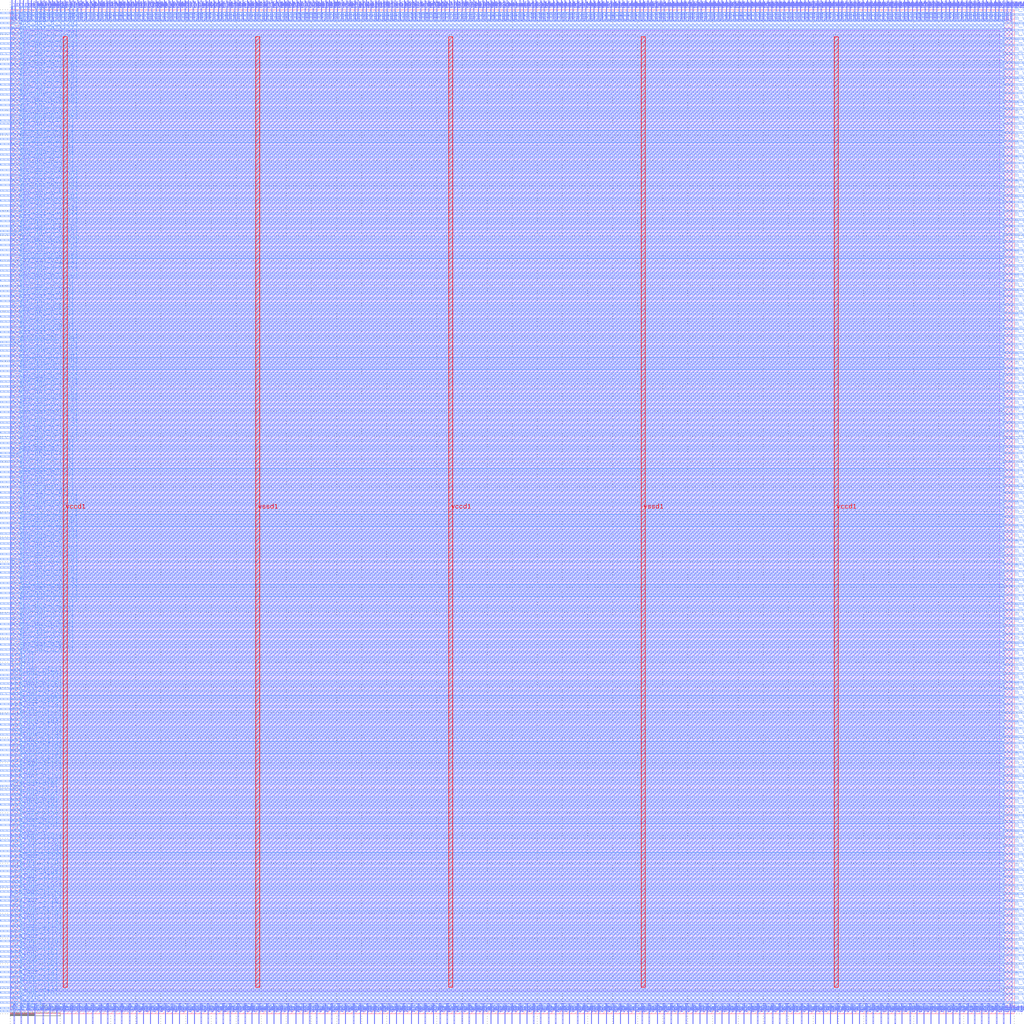
<source format=lef>
VERSION 5.7 ;
  NOWIREEXTENSIONATPIN ON ;
  DIVIDERCHAR "/" ;
  BUSBITCHARS "[]" ;
MACRO multiplex
  CLASS BLOCK ;
  FOREIGN multiplex ;
  ORIGIN 0.000 0.000 ;
  SIZE 400.000 BY 400.000 ;
  PIN io_in[0]
    DIRECTION INPUT ;
    USE SIGNAL ;
    PORT
      LAYER met2 ;
        RECT 0.550 396.000 0.830 404.000 ;
    END
  END io_in[0]
  PIN io_in[10]
    DIRECTION INPUT ;
    USE SIGNAL ;
    PORT
      LAYER met2 ;
        RECT 16.650 396.000 16.930 404.000 ;
    END
  END io_in[10]
  PIN io_in[11]
    DIRECTION INPUT ;
    USE SIGNAL ;
    PORT
      LAYER met2 ;
        RECT 18.490 396.000 18.770 404.000 ;
    END
  END io_in[11]
  PIN io_in[12]
    DIRECTION INPUT ;
    USE SIGNAL ;
    PORT
      LAYER met2 ;
        RECT 19.870 396.000 20.150 404.000 ;
    END
  END io_in[12]
  PIN io_in[13]
    DIRECTION INPUT ;
    USE SIGNAL ;
    PORT
      LAYER met2 ;
        RECT 21.710 396.000 21.990 404.000 ;
    END
  END io_in[13]
  PIN io_in[14]
    DIRECTION INPUT ;
    USE SIGNAL ;
    PORT
      LAYER met2 ;
        RECT 23.550 396.000 23.830 404.000 ;
    END
  END io_in[14]
  PIN io_in[15]
    DIRECTION INPUT ;
    USE SIGNAL ;
    PORT
      LAYER met2 ;
        RECT 24.930 396.000 25.210 404.000 ;
    END
  END io_in[15]
  PIN io_in[16]
    DIRECTION INPUT ;
    USE SIGNAL ;
    PORT
      LAYER met2 ;
        RECT 26.770 396.000 27.050 404.000 ;
    END
  END io_in[16]
  PIN io_in[17]
    DIRECTION INPUT ;
    USE SIGNAL ;
    PORT
      LAYER met2 ;
        RECT 28.150 396.000 28.430 404.000 ;
    END
  END io_in[17]
  PIN io_in[18]
    DIRECTION INPUT ;
    USE SIGNAL ;
    PORT
      LAYER met2 ;
        RECT 29.990 396.000 30.270 404.000 ;
    END
  END io_in[18]
  PIN io_in[19]
    DIRECTION INPUT ;
    USE SIGNAL ;
    PORT
      LAYER met2 ;
        RECT 31.830 396.000 32.110 404.000 ;
    END
  END io_in[19]
  PIN io_in[1]
    DIRECTION INPUT ;
    USE SIGNAL ;
    PORT
      LAYER met2 ;
        RECT 1.930 396.000 2.210 404.000 ;
    END
  END io_in[1]
  PIN io_in[20]
    DIRECTION INPUT ;
    USE SIGNAL ;
    PORT
      LAYER met2 ;
        RECT 33.210 396.000 33.490 404.000 ;
    END
  END io_in[20]
  PIN io_in[21]
    DIRECTION INPUT ;
    USE SIGNAL ;
    PORT
      LAYER met2 ;
        RECT 35.050 396.000 35.330 404.000 ;
    END
  END io_in[21]
  PIN io_in[22]
    DIRECTION INPUT ;
    USE SIGNAL ;
    PORT
      LAYER met2 ;
        RECT 36.430 396.000 36.710 404.000 ;
    END
  END io_in[22]
  PIN io_in[23]
    DIRECTION INPUT ;
    USE SIGNAL ;
    PORT
      LAYER met2 ;
        RECT 38.270 396.000 38.550 404.000 ;
    END
  END io_in[23]
  PIN io_in[24]
    DIRECTION INPUT ;
    USE SIGNAL ;
    PORT
      LAYER met2 ;
        RECT 39.650 396.000 39.930 404.000 ;
    END
  END io_in[24]
  PIN io_in[25]
    DIRECTION INPUT ;
    USE SIGNAL ;
    PORT
      LAYER met2 ;
        RECT 41.490 396.000 41.770 404.000 ;
    END
  END io_in[25]
  PIN io_in[26]
    DIRECTION INPUT ;
    USE SIGNAL ;
    PORT
      LAYER met2 ;
        RECT 43.330 396.000 43.610 404.000 ;
    END
  END io_in[26]
  PIN io_in[27]
    DIRECTION INPUT ;
    USE SIGNAL ;
    PORT
      LAYER met2 ;
        RECT 44.710 396.000 44.990 404.000 ;
    END
  END io_in[27]
  PIN io_in[28]
    DIRECTION INPUT ;
    USE SIGNAL ;
    PORT
      LAYER met2 ;
        RECT 46.550 396.000 46.830 404.000 ;
    END
  END io_in[28]
  PIN io_in[29]
    DIRECTION INPUT ;
    USE SIGNAL ;
    PORT
      LAYER met2 ;
        RECT 47.930 396.000 48.210 404.000 ;
    END
  END io_in[29]
  PIN io_in[2]
    DIRECTION INPUT ;
    USE SIGNAL ;
    PORT
      LAYER met2 ;
        RECT 3.770 396.000 4.050 404.000 ;
    END
  END io_in[2]
  PIN io_in[30]
    DIRECTION INPUT ;
    USE SIGNAL ;
    PORT
      LAYER met2 ;
        RECT 49.770 396.000 50.050 404.000 ;
    END
  END io_in[30]
  PIN io_in[31]
    DIRECTION INPUT ;
    USE SIGNAL ;
    PORT
      LAYER met2 ;
        RECT 51.150 396.000 51.430 404.000 ;
    END
  END io_in[31]
  PIN io_in[32]
    DIRECTION INPUT ;
    USE SIGNAL ;
    PORT
      LAYER met2 ;
        RECT 52.990 396.000 53.270 404.000 ;
    END
  END io_in[32]
  PIN io_in[33]
    DIRECTION INPUT ;
    USE SIGNAL ;
    PORT
      LAYER met2 ;
        RECT 54.830 396.000 55.110 404.000 ;
    END
  END io_in[33]
  PIN io_in[34]
    DIRECTION INPUT ;
    USE SIGNAL ;
    PORT
      LAYER met2 ;
        RECT 56.210 396.000 56.490 404.000 ;
    END
  END io_in[34]
  PIN io_in[35]
    DIRECTION INPUT ;
    USE SIGNAL ;
    PORT
      LAYER met2 ;
        RECT 58.050 396.000 58.330 404.000 ;
    END
  END io_in[35]
  PIN io_in[36]
    DIRECTION INPUT ;
    USE SIGNAL ;
    PORT
      LAYER met2 ;
        RECT 59.430 396.000 59.710 404.000 ;
    END
  END io_in[36]
  PIN io_in[37]
    DIRECTION INPUT ;
    USE SIGNAL ;
    PORT
      LAYER met2 ;
        RECT 61.270 396.000 61.550 404.000 ;
    END
  END io_in[37]
  PIN io_in[3]
    DIRECTION INPUT ;
    USE SIGNAL ;
    PORT
      LAYER met2 ;
        RECT 5.150 396.000 5.430 404.000 ;
    END
  END io_in[3]
  PIN io_in[4]
    DIRECTION INPUT ;
    USE SIGNAL ;
    PORT
      LAYER met2 ;
        RECT 6.990 396.000 7.270 404.000 ;
    END
  END io_in[4]
  PIN io_in[5]
    DIRECTION INPUT ;
    USE SIGNAL ;
    PORT
      LAYER met2 ;
        RECT 8.370 396.000 8.650 404.000 ;
    END
  END io_in[5]
  PIN io_in[6]
    DIRECTION INPUT ;
    USE SIGNAL ;
    PORT
      LAYER met2 ;
        RECT 10.210 396.000 10.490 404.000 ;
    END
  END io_in[6]
  PIN io_in[7]
    DIRECTION INPUT ;
    USE SIGNAL ;
    PORT
      LAYER met2 ;
        RECT 12.050 396.000 12.330 404.000 ;
    END
  END io_in[7]
  PIN io_in[8]
    DIRECTION INPUT ;
    USE SIGNAL ;
    PORT
      LAYER met2 ;
        RECT 13.430 396.000 13.710 404.000 ;
    END
  END io_in[8]
  PIN io_in[9]
    DIRECTION INPUT ;
    USE SIGNAL ;
    PORT
      LAYER met2 ;
        RECT 15.270 396.000 15.550 404.000 ;
    END
  END io_in[9]
  PIN io_oeb[0]
    DIRECTION OUTPUT TRISTATE ;
    USE SIGNAL ;
    PORT
      LAYER met2 ;
        RECT 125.670 396.000 125.950 404.000 ;
    END
  END io_oeb[0]
  PIN io_oeb[10]
    DIRECTION OUTPUT TRISTATE ;
    USE SIGNAL ;
    PORT
      LAYER met2 ;
        RECT 141.770 396.000 142.050 404.000 ;
    END
  END io_oeb[10]
  PIN io_oeb[11]
    DIRECTION OUTPUT TRISTATE ;
    USE SIGNAL ;
    PORT
      LAYER met2 ;
        RECT 143.610 396.000 143.890 404.000 ;
    END
  END io_oeb[11]
  PIN io_oeb[12]
    DIRECTION OUTPUT TRISTATE ;
    USE SIGNAL ;
    PORT
      LAYER met2 ;
        RECT 145.450 396.000 145.730 404.000 ;
    END
  END io_oeb[12]
  PIN io_oeb[13]
    DIRECTION OUTPUT TRISTATE ;
    USE SIGNAL ;
    PORT
      LAYER met2 ;
        RECT 146.830 396.000 147.110 404.000 ;
    END
  END io_oeb[13]
  PIN io_oeb[14]
    DIRECTION OUTPUT TRISTATE ;
    USE SIGNAL ;
    PORT
      LAYER met2 ;
        RECT 148.670 396.000 148.950 404.000 ;
    END
  END io_oeb[14]
  PIN io_oeb[15]
    DIRECTION OUTPUT TRISTATE ;
    USE SIGNAL ;
    PORT
      LAYER met2 ;
        RECT 150.050 396.000 150.330 404.000 ;
    END
  END io_oeb[15]
  PIN io_oeb[16]
    DIRECTION OUTPUT TRISTATE ;
    USE SIGNAL ;
    PORT
      LAYER met2 ;
        RECT 151.890 396.000 152.170 404.000 ;
    END
  END io_oeb[16]
  PIN io_oeb[17]
    DIRECTION OUTPUT TRISTATE ;
    USE SIGNAL ;
    PORT
      LAYER met2 ;
        RECT 153.270 396.000 153.550 404.000 ;
    END
  END io_oeb[17]
  PIN io_oeb[18]
    DIRECTION OUTPUT TRISTATE ;
    USE SIGNAL ;
    PORT
      LAYER met2 ;
        RECT 155.110 396.000 155.390 404.000 ;
    END
  END io_oeb[18]
  PIN io_oeb[19]
    DIRECTION OUTPUT TRISTATE ;
    USE SIGNAL ;
    PORT
      LAYER met2 ;
        RECT 156.950 396.000 157.230 404.000 ;
    END
  END io_oeb[19]
  PIN io_oeb[1]
    DIRECTION OUTPUT TRISTATE ;
    USE SIGNAL ;
    PORT
      LAYER met2 ;
        RECT 127.050 396.000 127.330 404.000 ;
    END
  END io_oeb[1]
  PIN io_oeb[20]
    DIRECTION OUTPUT TRISTATE ;
    USE SIGNAL ;
    PORT
      LAYER met2 ;
        RECT 158.330 396.000 158.610 404.000 ;
    END
  END io_oeb[20]
  PIN io_oeb[21]
    DIRECTION OUTPUT TRISTATE ;
    USE SIGNAL ;
    PORT
      LAYER met2 ;
        RECT 160.170 396.000 160.450 404.000 ;
    END
  END io_oeb[21]
  PIN io_oeb[22]
    DIRECTION OUTPUT TRISTATE ;
    USE SIGNAL ;
    PORT
      LAYER met2 ;
        RECT 161.550 396.000 161.830 404.000 ;
    END
  END io_oeb[22]
  PIN io_oeb[23]
    DIRECTION OUTPUT TRISTATE ;
    USE SIGNAL ;
    PORT
      LAYER met2 ;
        RECT 163.390 396.000 163.670 404.000 ;
    END
  END io_oeb[23]
  PIN io_oeb[24]
    DIRECTION OUTPUT TRISTATE ;
    USE SIGNAL ;
    PORT
      LAYER met2 ;
        RECT 165.230 396.000 165.510 404.000 ;
    END
  END io_oeb[24]
  PIN io_oeb[25]
    DIRECTION OUTPUT TRISTATE ;
    USE SIGNAL ;
    PORT
      LAYER met2 ;
        RECT 166.610 396.000 166.890 404.000 ;
    END
  END io_oeb[25]
  PIN io_oeb[26]
    DIRECTION OUTPUT TRISTATE ;
    USE SIGNAL ;
    PORT
      LAYER met2 ;
        RECT 168.450 396.000 168.730 404.000 ;
    END
  END io_oeb[26]
  PIN io_oeb[27]
    DIRECTION OUTPUT TRISTATE ;
    USE SIGNAL ;
    PORT
      LAYER met2 ;
        RECT 169.830 396.000 170.110 404.000 ;
    END
  END io_oeb[27]
  PIN io_oeb[28]
    DIRECTION OUTPUT TRISTATE ;
    USE SIGNAL ;
    PORT
      LAYER met2 ;
        RECT 171.670 396.000 171.950 404.000 ;
    END
  END io_oeb[28]
  PIN io_oeb[29]
    DIRECTION OUTPUT TRISTATE ;
    USE SIGNAL ;
    PORT
      LAYER met2 ;
        RECT 173.050 396.000 173.330 404.000 ;
    END
  END io_oeb[29]
  PIN io_oeb[2]
    DIRECTION OUTPUT TRISTATE ;
    USE SIGNAL ;
    PORT
      LAYER met2 ;
        RECT 128.890 396.000 129.170 404.000 ;
    END
  END io_oeb[2]
  PIN io_oeb[30]
    DIRECTION OUTPUT TRISTATE ;
    USE SIGNAL ;
    PORT
      LAYER met2 ;
        RECT 174.890 396.000 175.170 404.000 ;
    END
  END io_oeb[30]
  PIN io_oeb[31]
    DIRECTION OUTPUT TRISTATE ;
    USE SIGNAL ;
    PORT
      LAYER met2 ;
        RECT 176.730 396.000 177.010 404.000 ;
    END
  END io_oeb[31]
  PIN io_oeb[32]
    DIRECTION OUTPUT TRISTATE ;
    USE SIGNAL ;
    PORT
      LAYER met2 ;
        RECT 178.110 396.000 178.390 404.000 ;
    END
  END io_oeb[32]
  PIN io_oeb[33]
    DIRECTION OUTPUT TRISTATE ;
    USE SIGNAL ;
    PORT
      LAYER met2 ;
        RECT 179.950 396.000 180.230 404.000 ;
    END
  END io_oeb[33]
  PIN io_oeb[34]
    DIRECTION OUTPUT TRISTATE ;
    USE SIGNAL ;
    PORT
      LAYER met2 ;
        RECT 181.330 396.000 181.610 404.000 ;
    END
  END io_oeb[34]
  PIN io_oeb[35]
    DIRECTION OUTPUT TRISTATE ;
    USE SIGNAL ;
    PORT
      LAYER met2 ;
        RECT 183.170 396.000 183.450 404.000 ;
    END
  END io_oeb[35]
  PIN io_oeb[36]
    DIRECTION OUTPUT TRISTATE ;
    USE SIGNAL ;
    PORT
      LAYER met2 ;
        RECT 184.550 396.000 184.830 404.000 ;
    END
  END io_oeb[36]
  PIN io_oeb[37]
    DIRECTION OUTPUT TRISTATE ;
    USE SIGNAL ;
    PORT
      LAYER met2 ;
        RECT 186.390 396.000 186.670 404.000 ;
    END
  END io_oeb[37]
  PIN io_oeb[3]
    DIRECTION OUTPUT TRISTATE ;
    USE SIGNAL ;
    PORT
      LAYER met2 ;
        RECT 130.270 396.000 130.550 404.000 ;
    END
  END io_oeb[3]
  PIN io_oeb[4]
    DIRECTION OUTPUT TRISTATE ;
    USE SIGNAL ;
    PORT
      LAYER met2 ;
        RECT 132.110 396.000 132.390 404.000 ;
    END
  END io_oeb[4]
  PIN io_oeb[5]
    DIRECTION OUTPUT TRISTATE ;
    USE SIGNAL ;
    PORT
      LAYER met2 ;
        RECT 133.950 396.000 134.230 404.000 ;
    END
  END io_oeb[5]
  PIN io_oeb[6]
    DIRECTION OUTPUT TRISTATE ;
    USE SIGNAL ;
    PORT
      LAYER met2 ;
        RECT 135.330 396.000 135.610 404.000 ;
    END
  END io_oeb[6]
  PIN io_oeb[7]
    DIRECTION OUTPUT TRISTATE ;
    USE SIGNAL ;
    PORT
      LAYER met2 ;
        RECT 137.170 396.000 137.450 404.000 ;
    END
  END io_oeb[7]
  PIN io_oeb[8]
    DIRECTION OUTPUT TRISTATE ;
    USE SIGNAL ;
    PORT
      LAYER met2 ;
        RECT 138.550 396.000 138.830 404.000 ;
    END
  END io_oeb[8]
  PIN io_oeb[9]
    DIRECTION OUTPUT TRISTATE ;
    USE SIGNAL ;
    PORT
      LAYER met2 ;
        RECT 140.390 396.000 140.670 404.000 ;
    END
  END io_oeb[9]
  PIN io_out[0]
    DIRECTION OUTPUT TRISTATE ;
    USE SIGNAL ;
    PORT
      LAYER met2 ;
        RECT 63.110 396.000 63.390 404.000 ;
    END
  END io_out[0]
  PIN io_out[10]
    DIRECTION OUTPUT TRISTATE ;
    USE SIGNAL ;
    PORT
      LAYER met2 ;
        RECT 79.210 396.000 79.490 404.000 ;
    END
  END io_out[10]
  PIN io_out[11]
    DIRECTION OUTPUT TRISTATE ;
    USE SIGNAL ;
    PORT
      LAYER met2 ;
        RECT 81.050 396.000 81.330 404.000 ;
    END
  END io_out[11]
  PIN io_out[12]
    DIRECTION OUTPUT TRISTATE ;
    USE SIGNAL ;
    PORT
      LAYER met2 ;
        RECT 82.890 396.000 83.170 404.000 ;
    END
  END io_out[12]
  PIN io_out[13]
    DIRECTION OUTPUT TRISTATE ;
    USE SIGNAL ;
    PORT
      LAYER met2 ;
        RECT 84.270 396.000 84.550 404.000 ;
    END
  END io_out[13]
  PIN io_out[14]
    DIRECTION OUTPUT TRISTATE ;
    USE SIGNAL ;
    PORT
      LAYER met2 ;
        RECT 86.110 396.000 86.390 404.000 ;
    END
  END io_out[14]
  PIN io_out[15]
    DIRECTION OUTPUT TRISTATE ;
    USE SIGNAL ;
    PORT
      LAYER met2 ;
        RECT 87.490 396.000 87.770 404.000 ;
    END
  END io_out[15]
  PIN io_out[16]
    DIRECTION OUTPUT TRISTATE ;
    USE SIGNAL ;
    PORT
      LAYER met2 ;
        RECT 89.330 396.000 89.610 404.000 ;
    END
  END io_out[16]
  PIN io_out[17]
    DIRECTION OUTPUT TRISTATE ;
    USE SIGNAL ;
    PORT
      LAYER met2 ;
        RECT 90.710 396.000 90.990 404.000 ;
    END
  END io_out[17]
  PIN io_out[18]
    DIRECTION OUTPUT TRISTATE ;
    USE SIGNAL ;
    PORT
      LAYER met2 ;
        RECT 92.550 396.000 92.830 404.000 ;
    END
  END io_out[18]
  PIN io_out[19]
    DIRECTION OUTPUT TRISTATE ;
    USE SIGNAL ;
    PORT
      LAYER met2 ;
        RECT 94.390 396.000 94.670 404.000 ;
    END
  END io_out[19]
  PIN io_out[1]
    DIRECTION OUTPUT TRISTATE ;
    USE SIGNAL ;
    PORT
      LAYER met2 ;
        RECT 64.490 396.000 64.770 404.000 ;
    END
  END io_out[1]
  PIN io_out[20]
    DIRECTION OUTPUT TRISTATE ;
    USE SIGNAL ;
    PORT
      LAYER met2 ;
        RECT 95.770 396.000 96.050 404.000 ;
    END
  END io_out[20]
  PIN io_out[21]
    DIRECTION OUTPUT TRISTATE ;
    USE SIGNAL ;
    PORT
      LAYER met2 ;
        RECT 97.610 396.000 97.890 404.000 ;
    END
  END io_out[21]
  PIN io_out[22]
    DIRECTION OUTPUT TRISTATE ;
    USE SIGNAL ;
    PORT
      LAYER met2 ;
        RECT 98.990 396.000 99.270 404.000 ;
    END
  END io_out[22]
  PIN io_out[23]
    DIRECTION OUTPUT TRISTATE ;
    USE SIGNAL ;
    PORT
      LAYER met2 ;
        RECT 100.830 396.000 101.110 404.000 ;
    END
  END io_out[23]
  PIN io_out[24]
    DIRECTION OUTPUT TRISTATE ;
    USE SIGNAL ;
    PORT
      LAYER met2 ;
        RECT 102.210 396.000 102.490 404.000 ;
    END
  END io_out[24]
  PIN io_out[25]
    DIRECTION OUTPUT TRISTATE ;
    USE SIGNAL ;
    PORT
      LAYER met2 ;
        RECT 104.050 396.000 104.330 404.000 ;
    END
  END io_out[25]
  PIN io_out[26]
    DIRECTION OUTPUT TRISTATE ;
    USE SIGNAL ;
    PORT
      LAYER met2 ;
        RECT 105.890 396.000 106.170 404.000 ;
    END
  END io_out[26]
  PIN io_out[27]
    DIRECTION OUTPUT TRISTATE ;
    USE SIGNAL ;
    PORT
      LAYER met2 ;
        RECT 107.270 396.000 107.550 404.000 ;
    END
  END io_out[27]
  PIN io_out[28]
    DIRECTION OUTPUT TRISTATE ;
    USE SIGNAL ;
    PORT
      LAYER met2 ;
        RECT 109.110 396.000 109.390 404.000 ;
    END
  END io_out[28]
  PIN io_out[29]
    DIRECTION OUTPUT TRISTATE ;
    USE SIGNAL ;
    PORT
      LAYER met2 ;
        RECT 110.490 396.000 110.770 404.000 ;
    END
  END io_out[29]
  PIN io_out[2]
    DIRECTION OUTPUT TRISTATE ;
    USE SIGNAL ;
    PORT
      LAYER met2 ;
        RECT 66.330 396.000 66.610 404.000 ;
    END
  END io_out[2]
  PIN io_out[30]
    DIRECTION OUTPUT TRISTATE ;
    USE SIGNAL ;
    PORT
      LAYER met2 ;
        RECT 112.330 396.000 112.610 404.000 ;
    END
  END io_out[30]
  PIN io_out[31]
    DIRECTION OUTPUT TRISTATE ;
    USE SIGNAL ;
    PORT
      LAYER met2 ;
        RECT 114.170 396.000 114.450 404.000 ;
    END
  END io_out[31]
  PIN io_out[32]
    DIRECTION OUTPUT TRISTATE ;
    USE SIGNAL ;
    PORT
      LAYER met2 ;
        RECT 115.550 396.000 115.830 404.000 ;
    END
  END io_out[32]
  PIN io_out[33]
    DIRECTION OUTPUT TRISTATE ;
    USE SIGNAL ;
    PORT
      LAYER met2 ;
        RECT 117.390 396.000 117.670 404.000 ;
    END
  END io_out[33]
  PIN io_out[34]
    DIRECTION OUTPUT TRISTATE ;
    USE SIGNAL ;
    PORT
      LAYER met2 ;
        RECT 118.770 396.000 119.050 404.000 ;
    END
  END io_out[34]
  PIN io_out[35]
    DIRECTION OUTPUT TRISTATE ;
    USE SIGNAL ;
    PORT
      LAYER met2 ;
        RECT 120.610 396.000 120.890 404.000 ;
    END
  END io_out[35]
  PIN io_out[36]
    DIRECTION OUTPUT TRISTATE ;
    USE SIGNAL ;
    PORT
      LAYER met2 ;
        RECT 121.990 396.000 122.270 404.000 ;
    END
  END io_out[36]
  PIN io_out[37]
    DIRECTION OUTPUT TRISTATE ;
    USE SIGNAL ;
    PORT
      LAYER met2 ;
        RECT 123.830 396.000 124.110 404.000 ;
    END
  END io_out[37]
  PIN io_out[3]
    DIRECTION OUTPUT TRISTATE ;
    USE SIGNAL ;
    PORT
      LAYER met2 ;
        RECT 67.710 396.000 67.990 404.000 ;
    END
  END io_out[3]
  PIN io_out[4]
    DIRECTION OUTPUT TRISTATE ;
    USE SIGNAL ;
    PORT
      LAYER met2 ;
        RECT 69.550 396.000 69.830 404.000 ;
    END
  END io_out[4]
  PIN io_out[5]
    DIRECTION OUTPUT TRISTATE ;
    USE SIGNAL ;
    PORT
      LAYER met2 ;
        RECT 70.930 396.000 71.210 404.000 ;
    END
  END io_out[5]
  PIN io_out[6]
    DIRECTION OUTPUT TRISTATE ;
    USE SIGNAL ;
    PORT
      LAYER met2 ;
        RECT 72.770 396.000 73.050 404.000 ;
    END
  END io_out[6]
  PIN io_out[7]
    DIRECTION OUTPUT TRISTATE ;
    USE SIGNAL ;
    PORT
      LAYER met2 ;
        RECT 74.610 396.000 74.890 404.000 ;
    END
  END io_out[7]
  PIN io_out[8]
    DIRECTION OUTPUT TRISTATE ;
    USE SIGNAL ;
    PORT
      LAYER met2 ;
        RECT 75.990 396.000 76.270 404.000 ;
    END
  END io_out[8]
  PIN io_out[9]
    DIRECTION OUTPUT TRISTATE ;
    USE SIGNAL ;
    PORT
      LAYER met2 ;
        RECT 77.830 396.000 78.110 404.000 ;
    END
  END io_out[9]
  PIN irq[0]
    DIRECTION OUTPUT TRISTATE ;
    USE SIGNAL ;
    PORT
      LAYER met3 ;
        RECT -4.000 136.720 4.000 137.320 ;
    END
  END irq[0]
  PIN irq[1]
    DIRECTION OUTPUT TRISTATE ;
    USE SIGNAL ;
    PORT
      LAYER met3 ;
        RECT -4.000 138.760 4.000 139.360 ;
    END
  END irq[1]
  PIN irq[2]
    DIRECTION OUTPUT TRISTATE ;
    USE SIGNAL ;
    PORT
      LAYER met3 ;
        RECT -4.000 140.800 4.000 141.400 ;
    END
  END irq[2]
  PIN la_data_in[0]
    DIRECTION INPUT ;
    USE SIGNAL ;
    PORT
      LAYER met2 ;
        RECT 1.470 -4.000 1.750 4.000 ;
    END
  END la_data_in[0]
  PIN la_data_in[10]
    DIRECTION INPUT ;
    USE SIGNAL ;
    PORT
      LAYER met2 ;
        RECT 29.990 -4.000 30.270 4.000 ;
    END
  END la_data_in[10]
  PIN la_data_in[1]
    DIRECTION INPUT ;
    USE SIGNAL ;
    PORT
      LAYER met2 ;
        RECT 4.230 -4.000 4.510 4.000 ;
    END
  END la_data_in[1]
  PIN la_data_in[2]
    DIRECTION INPUT ;
    USE SIGNAL ;
    PORT
      LAYER met2 ;
        RECT 6.990 -4.000 7.270 4.000 ;
    END
  END la_data_in[2]
  PIN la_data_in[3]
    DIRECTION INPUT ;
    USE SIGNAL ;
    PORT
      LAYER met2 ;
        RECT 9.750 -4.000 10.030 4.000 ;
    END
  END la_data_in[3]
  PIN la_data_in[4]
    DIRECTION INPUT ;
    USE SIGNAL ;
    PORT
      LAYER met2 ;
        RECT 12.970 -4.000 13.250 4.000 ;
    END
  END la_data_in[4]
  PIN la_data_in[5]
    DIRECTION INPUT ;
    USE SIGNAL ;
    PORT
      LAYER met2 ;
        RECT 15.730 -4.000 16.010 4.000 ;
    END
  END la_data_in[5]
  PIN la_data_in[6]
    DIRECTION INPUT ;
    USE SIGNAL ;
    PORT
      LAYER met2 ;
        RECT 18.490 -4.000 18.770 4.000 ;
    END
  END la_data_in[6]
  PIN la_data_in[7]
    DIRECTION INPUT ;
    USE SIGNAL ;
    PORT
      LAYER met2 ;
        RECT 21.250 -4.000 21.530 4.000 ;
    END
  END la_data_in[7]
  PIN la_data_in[8]
    DIRECTION INPUT ;
    USE SIGNAL ;
    PORT
      LAYER met2 ;
        RECT 24.470 -4.000 24.750 4.000 ;
    END
  END la_data_in[8]
  PIN la_data_in[9]
    DIRECTION INPUT ;
    USE SIGNAL ;
    PORT
      LAYER met2 ;
        RECT 27.230 -4.000 27.510 4.000 ;
    END
  END la_data_in[9]
  PIN la_data_out[0]
    DIRECTION OUTPUT TRISTATE ;
    USE SIGNAL ;
    PORT
      LAYER met2 ;
        RECT 32.750 -4.000 33.030 4.000 ;
    END
  END la_data_out[0]
  PIN la_data_out[100]
    DIRECTION OUTPUT TRISTATE ;
    USE SIGNAL ;
    PORT
      LAYER met2 ;
        RECT 320.710 -4.000 320.990 4.000 ;
    END
  END la_data_out[100]
  PIN la_data_out[101]
    DIRECTION OUTPUT TRISTATE ;
    USE SIGNAL ;
    PORT
      LAYER met2 ;
        RECT 323.930 -4.000 324.210 4.000 ;
    END
  END la_data_out[101]
  PIN la_data_out[102]
    DIRECTION OUTPUT TRISTATE ;
    USE SIGNAL ;
    PORT
      LAYER met2 ;
        RECT 326.690 -4.000 326.970 4.000 ;
    END
  END la_data_out[102]
  PIN la_data_out[103]
    DIRECTION OUTPUT TRISTATE ;
    USE SIGNAL ;
    PORT
      LAYER met2 ;
        RECT 329.450 -4.000 329.730 4.000 ;
    END
  END la_data_out[103]
  PIN la_data_out[104]
    DIRECTION OUTPUT TRISTATE ;
    USE SIGNAL ;
    PORT
      LAYER met2 ;
        RECT 332.210 -4.000 332.490 4.000 ;
    END
  END la_data_out[104]
  PIN la_data_out[105]
    DIRECTION OUTPUT TRISTATE ;
    USE SIGNAL ;
    PORT
      LAYER met2 ;
        RECT 335.430 -4.000 335.710 4.000 ;
    END
  END la_data_out[105]
  PIN la_data_out[106]
    DIRECTION OUTPUT TRISTATE ;
    USE SIGNAL ;
    PORT
      LAYER met2 ;
        RECT 338.190 -4.000 338.470 4.000 ;
    END
  END la_data_out[106]
  PIN la_data_out[107]
    DIRECTION OUTPUT TRISTATE ;
    USE SIGNAL ;
    PORT
      LAYER met2 ;
        RECT 340.950 -4.000 341.230 4.000 ;
    END
  END la_data_out[107]
  PIN la_data_out[108]
    DIRECTION OUTPUT TRISTATE ;
    USE SIGNAL ;
    PORT
      LAYER met2 ;
        RECT 343.710 -4.000 343.990 4.000 ;
    END
  END la_data_out[108]
  PIN la_data_out[109]
    DIRECTION OUTPUT TRISTATE ;
    USE SIGNAL ;
    PORT
      LAYER met2 ;
        RECT 346.930 -4.000 347.210 4.000 ;
    END
  END la_data_out[109]
  PIN la_data_out[10]
    DIRECTION OUTPUT TRISTATE ;
    USE SIGNAL ;
    PORT
      LAYER met2 ;
        RECT 61.730 -4.000 62.010 4.000 ;
    END
  END la_data_out[10]
  PIN la_data_out[110]
    DIRECTION OUTPUT TRISTATE ;
    USE SIGNAL ;
    PORT
      LAYER met2 ;
        RECT 349.690 -4.000 349.970 4.000 ;
    END
  END la_data_out[110]
  PIN la_data_out[111]
    DIRECTION OUTPUT TRISTATE ;
    USE SIGNAL ;
    PORT
      LAYER met2 ;
        RECT 352.450 -4.000 352.730 4.000 ;
    END
  END la_data_out[111]
  PIN la_data_out[112]
    DIRECTION OUTPUT TRISTATE ;
    USE SIGNAL ;
    PORT
      LAYER met2 ;
        RECT 355.210 -4.000 355.490 4.000 ;
    END
  END la_data_out[112]
  PIN la_data_out[113]
    DIRECTION OUTPUT TRISTATE ;
    USE SIGNAL ;
    PORT
      LAYER met2 ;
        RECT 358.430 -4.000 358.710 4.000 ;
    END
  END la_data_out[113]
  PIN la_data_out[114]
    DIRECTION OUTPUT TRISTATE ;
    USE SIGNAL ;
    PORT
      LAYER met2 ;
        RECT 361.190 -4.000 361.470 4.000 ;
    END
  END la_data_out[114]
  PIN la_data_out[115]
    DIRECTION OUTPUT TRISTATE ;
    USE SIGNAL ;
    PORT
      LAYER met2 ;
        RECT 363.950 -4.000 364.230 4.000 ;
    END
  END la_data_out[115]
  PIN la_data_out[116]
    DIRECTION OUTPUT TRISTATE ;
    USE SIGNAL ;
    PORT
      LAYER met2 ;
        RECT 366.710 -4.000 366.990 4.000 ;
    END
  END la_data_out[116]
  PIN la_data_out[117]
    DIRECTION OUTPUT TRISTATE ;
    USE SIGNAL ;
    PORT
      LAYER met2 ;
        RECT 369.930 -4.000 370.210 4.000 ;
    END
  END la_data_out[117]
  PIN la_data_out[118]
    DIRECTION OUTPUT TRISTATE ;
    USE SIGNAL ;
    PORT
      LAYER met2 ;
        RECT 372.690 -4.000 372.970 4.000 ;
    END
  END la_data_out[118]
  PIN la_data_out[119]
    DIRECTION OUTPUT TRISTATE ;
    USE SIGNAL ;
    PORT
      LAYER met2 ;
        RECT 375.450 -4.000 375.730 4.000 ;
    END
  END la_data_out[119]
  PIN la_data_out[11]
    DIRECTION OUTPUT TRISTATE ;
    USE SIGNAL ;
    PORT
      LAYER met2 ;
        RECT 64.490 -4.000 64.770 4.000 ;
    END
  END la_data_out[11]
  PIN la_data_out[120]
    DIRECTION OUTPUT TRISTATE ;
    USE SIGNAL ;
    PORT
      LAYER met2 ;
        RECT 378.210 -4.000 378.490 4.000 ;
    END
  END la_data_out[120]
  PIN la_data_out[121]
    DIRECTION OUTPUT TRISTATE ;
    USE SIGNAL ;
    PORT
      LAYER met2 ;
        RECT 381.430 -4.000 381.710 4.000 ;
    END
  END la_data_out[121]
  PIN la_data_out[122]
    DIRECTION OUTPUT TRISTATE ;
    USE SIGNAL ;
    PORT
      LAYER met2 ;
        RECT 384.190 -4.000 384.470 4.000 ;
    END
  END la_data_out[122]
  PIN la_data_out[123]
    DIRECTION OUTPUT TRISTATE ;
    USE SIGNAL ;
    PORT
      LAYER met2 ;
        RECT 386.950 -4.000 387.230 4.000 ;
    END
  END la_data_out[123]
  PIN la_data_out[124]
    DIRECTION OUTPUT TRISTATE ;
    USE SIGNAL ;
    PORT
      LAYER met2 ;
        RECT 389.710 -4.000 389.990 4.000 ;
    END
  END la_data_out[124]
  PIN la_data_out[125]
    DIRECTION OUTPUT TRISTATE ;
    USE SIGNAL ;
    PORT
      LAYER met2 ;
        RECT 392.930 -4.000 393.210 4.000 ;
    END
  END la_data_out[125]
  PIN la_data_out[126]
    DIRECTION OUTPUT TRISTATE ;
    USE SIGNAL ;
    PORT
      LAYER met2 ;
        RECT 395.690 -4.000 395.970 4.000 ;
    END
  END la_data_out[126]
  PIN la_data_out[127]
    DIRECTION OUTPUT TRISTATE ;
    USE SIGNAL ;
    PORT
      LAYER met2 ;
        RECT 398.450 -4.000 398.730 4.000 ;
    END
  END la_data_out[127]
  PIN la_data_out[12]
    DIRECTION OUTPUT TRISTATE ;
    USE SIGNAL ;
    PORT
      LAYER met2 ;
        RECT 67.250 -4.000 67.530 4.000 ;
    END
  END la_data_out[12]
  PIN la_data_out[13]
    DIRECTION OUTPUT TRISTATE ;
    USE SIGNAL ;
    PORT
      LAYER met2 ;
        RECT 70.470 -4.000 70.750 4.000 ;
    END
  END la_data_out[13]
  PIN la_data_out[14]
    DIRECTION OUTPUT TRISTATE ;
    USE SIGNAL ;
    PORT
      LAYER met2 ;
        RECT 73.230 -4.000 73.510 4.000 ;
    END
  END la_data_out[14]
  PIN la_data_out[15]
    DIRECTION OUTPUT TRISTATE ;
    USE SIGNAL ;
    PORT
      LAYER met2 ;
        RECT 75.990 -4.000 76.270 4.000 ;
    END
  END la_data_out[15]
  PIN la_data_out[16]
    DIRECTION OUTPUT TRISTATE ;
    USE SIGNAL ;
    PORT
      LAYER met2 ;
        RECT 78.750 -4.000 79.030 4.000 ;
    END
  END la_data_out[16]
  PIN la_data_out[17]
    DIRECTION OUTPUT TRISTATE ;
    USE SIGNAL ;
    PORT
      LAYER met2 ;
        RECT 81.970 -4.000 82.250 4.000 ;
    END
  END la_data_out[17]
  PIN la_data_out[18]
    DIRECTION OUTPUT TRISTATE ;
    USE SIGNAL ;
    PORT
      LAYER met2 ;
        RECT 84.730 -4.000 85.010 4.000 ;
    END
  END la_data_out[18]
  PIN la_data_out[19]
    DIRECTION OUTPUT TRISTATE ;
    USE SIGNAL ;
    PORT
      LAYER met2 ;
        RECT 87.490 -4.000 87.770 4.000 ;
    END
  END la_data_out[19]
  PIN la_data_out[1]
    DIRECTION OUTPUT TRISTATE ;
    USE SIGNAL ;
    PORT
      LAYER met2 ;
        RECT 35.970 -4.000 36.250 4.000 ;
    END
  END la_data_out[1]
  PIN la_data_out[20]
    DIRECTION OUTPUT TRISTATE ;
    USE SIGNAL ;
    PORT
      LAYER met2 ;
        RECT 90.710 -4.000 90.990 4.000 ;
    END
  END la_data_out[20]
  PIN la_data_out[21]
    DIRECTION OUTPUT TRISTATE ;
    USE SIGNAL ;
    PORT
      LAYER met2 ;
        RECT 93.470 -4.000 93.750 4.000 ;
    END
  END la_data_out[21]
  PIN la_data_out[22]
    DIRECTION OUTPUT TRISTATE ;
    USE SIGNAL ;
    PORT
      LAYER met2 ;
        RECT 96.230 -4.000 96.510 4.000 ;
    END
  END la_data_out[22]
  PIN la_data_out[23]
    DIRECTION OUTPUT TRISTATE ;
    USE SIGNAL ;
    PORT
      LAYER met2 ;
        RECT 98.990 -4.000 99.270 4.000 ;
    END
  END la_data_out[23]
  PIN la_data_out[24]
    DIRECTION OUTPUT TRISTATE ;
    USE SIGNAL ;
    PORT
      LAYER met2 ;
        RECT 102.210 -4.000 102.490 4.000 ;
    END
  END la_data_out[24]
  PIN la_data_out[25]
    DIRECTION OUTPUT TRISTATE ;
    USE SIGNAL ;
    PORT
      LAYER met2 ;
        RECT 104.970 -4.000 105.250 4.000 ;
    END
  END la_data_out[25]
  PIN la_data_out[26]
    DIRECTION OUTPUT TRISTATE ;
    USE SIGNAL ;
    PORT
      LAYER met2 ;
        RECT 107.730 -4.000 108.010 4.000 ;
    END
  END la_data_out[26]
  PIN la_data_out[27]
    DIRECTION OUTPUT TRISTATE ;
    USE SIGNAL ;
    PORT
      LAYER met2 ;
        RECT 110.490 -4.000 110.770 4.000 ;
    END
  END la_data_out[27]
  PIN la_data_out[28]
    DIRECTION OUTPUT TRISTATE ;
    USE SIGNAL ;
    PORT
      LAYER met2 ;
        RECT 113.710 -4.000 113.990 4.000 ;
    END
  END la_data_out[28]
  PIN la_data_out[29]
    DIRECTION OUTPUT TRISTATE ;
    USE SIGNAL ;
    PORT
      LAYER met2 ;
        RECT 116.470 -4.000 116.750 4.000 ;
    END
  END la_data_out[29]
  PIN la_data_out[2]
    DIRECTION OUTPUT TRISTATE ;
    USE SIGNAL ;
    PORT
      LAYER met2 ;
        RECT 38.730 -4.000 39.010 4.000 ;
    END
  END la_data_out[2]
  PIN la_data_out[30]
    DIRECTION OUTPUT TRISTATE ;
    USE SIGNAL ;
    PORT
      LAYER met2 ;
        RECT 119.230 -4.000 119.510 4.000 ;
    END
  END la_data_out[30]
  PIN la_data_out[31]
    DIRECTION OUTPUT TRISTATE ;
    USE SIGNAL ;
    PORT
      LAYER met2 ;
        RECT 121.990 -4.000 122.270 4.000 ;
    END
  END la_data_out[31]
  PIN la_data_out[32]
    DIRECTION OUTPUT TRISTATE ;
    USE SIGNAL ;
    PORT
      LAYER met2 ;
        RECT 125.210 -4.000 125.490 4.000 ;
    END
  END la_data_out[32]
  PIN la_data_out[33]
    DIRECTION OUTPUT TRISTATE ;
    USE SIGNAL ;
    PORT
      LAYER met2 ;
        RECT 127.970 -4.000 128.250 4.000 ;
    END
  END la_data_out[33]
  PIN la_data_out[34]
    DIRECTION OUTPUT TRISTATE ;
    USE SIGNAL ;
    PORT
      LAYER met2 ;
        RECT 130.730 -4.000 131.010 4.000 ;
    END
  END la_data_out[34]
  PIN la_data_out[35]
    DIRECTION OUTPUT TRISTATE ;
    USE SIGNAL ;
    PORT
      LAYER met2 ;
        RECT 133.490 -4.000 133.770 4.000 ;
    END
  END la_data_out[35]
  PIN la_data_out[36]
    DIRECTION OUTPUT TRISTATE ;
    USE SIGNAL ;
    PORT
      LAYER met2 ;
        RECT 136.710 -4.000 136.990 4.000 ;
    END
  END la_data_out[36]
  PIN la_data_out[37]
    DIRECTION OUTPUT TRISTATE ;
    USE SIGNAL ;
    PORT
      LAYER met2 ;
        RECT 139.470 -4.000 139.750 4.000 ;
    END
  END la_data_out[37]
  PIN la_data_out[38]
    DIRECTION OUTPUT TRISTATE ;
    USE SIGNAL ;
    PORT
      LAYER met2 ;
        RECT 142.230 -4.000 142.510 4.000 ;
    END
  END la_data_out[38]
  PIN la_data_out[39]
    DIRECTION OUTPUT TRISTATE ;
    USE SIGNAL ;
    PORT
      LAYER met2 ;
        RECT 144.990 -4.000 145.270 4.000 ;
    END
  END la_data_out[39]
  PIN la_data_out[3]
    DIRECTION OUTPUT TRISTATE ;
    USE SIGNAL ;
    PORT
      LAYER met2 ;
        RECT 41.490 -4.000 41.770 4.000 ;
    END
  END la_data_out[3]
  PIN la_data_out[40]
    DIRECTION OUTPUT TRISTATE ;
    USE SIGNAL ;
    PORT
      LAYER met2 ;
        RECT 148.210 -4.000 148.490 4.000 ;
    END
  END la_data_out[40]
  PIN la_data_out[41]
    DIRECTION OUTPUT TRISTATE ;
    USE SIGNAL ;
    PORT
      LAYER met2 ;
        RECT 150.970 -4.000 151.250 4.000 ;
    END
  END la_data_out[41]
  PIN la_data_out[42]
    DIRECTION OUTPUT TRISTATE ;
    USE SIGNAL ;
    PORT
      LAYER met2 ;
        RECT 153.730 -4.000 154.010 4.000 ;
    END
  END la_data_out[42]
  PIN la_data_out[43]
    DIRECTION OUTPUT TRISTATE ;
    USE SIGNAL ;
    PORT
      LAYER met2 ;
        RECT 156.490 -4.000 156.770 4.000 ;
    END
  END la_data_out[43]
  PIN la_data_out[44]
    DIRECTION OUTPUT TRISTATE ;
    USE SIGNAL ;
    PORT
      LAYER met2 ;
        RECT 159.710 -4.000 159.990 4.000 ;
    END
  END la_data_out[44]
  PIN la_data_out[45]
    DIRECTION OUTPUT TRISTATE ;
    USE SIGNAL ;
    PORT
      LAYER met2 ;
        RECT 162.470 -4.000 162.750 4.000 ;
    END
  END la_data_out[45]
  PIN la_data_out[46]
    DIRECTION OUTPUT TRISTATE ;
    USE SIGNAL ;
    PORT
      LAYER met2 ;
        RECT 165.230 -4.000 165.510 4.000 ;
    END
  END la_data_out[46]
  PIN la_data_out[47]
    DIRECTION OUTPUT TRISTATE ;
    USE SIGNAL ;
    PORT
      LAYER met2 ;
        RECT 168.450 -4.000 168.730 4.000 ;
    END
  END la_data_out[47]
  PIN la_data_out[48]
    DIRECTION OUTPUT TRISTATE ;
    USE SIGNAL ;
    PORT
      LAYER met2 ;
        RECT 171.210 -4.000 171.490 4.000 ;
    END
  END la_data_out[48]
  PIN la_data_out[49]
    DIRECTION OUTPUT TRISTATE ;
    USE SIGNAL ;
    PORT
      LAYER met2 ;
        RECT 173.970 -4.000 174.250 4.000 ;
    END
  END la_data_out[49]
  PIN la_data_out[4]
    DIRECTION OUTPUT TRISTATE ;
    USE SIGNAL ;
    PORT
      LAYER met2 ;
        RECT 44.250 -4.000 44.530 4.000 ;
    END
  END la_data_out[4]
  PIN la_data_out[50]
    DIRECTION OUTPUT TRISTATE ;
    USE SIGNAL ;
    PORT
      LAYER met2 ;
        RECT 176.730 -4.000 177.010 4.000 ;
    END
  END la_data_out[50]
  PIN la_data_out[51]
    DIRECTION OUTPUT TRISTATE ;
    USE SIGNAL ;
    PORT
      LAYER met2 ;
        RECT 179.950 -4.000 180.230 4.000 ;
    END
  END la_data_out[51]
  PIN la_data_out[52]
    DIRECTION OUTPUT TRISTATE ;
    USE SIGNAL ;
    PORT
      LAYER met2 ;
        RECT 182.710 -4.000 182.990 4.000 ;
    END
  END la_data_out[52]
  PIN la_data_out[53]
    DIRECTION OUTPUT TRISTATE ;
    USE SIGNAL ;
    PORT
      LAYER met2 ;
        RECT 185.470 -4.000 185.750 4.000 ;
    END
  END la_data_out[53]
  PIN la_data_out[54]
    DIRECTION OUTPUT TRISTATE ;
    USE SIGNAL ;
    PORT
      LAYER met2 ;
        RECT 188.230 -4.000 188.510 4.000 ;
    END
  END la_data_out[54]
  PIN la_data_out[55]
    DIRECTION OUTPUT TRISTATE ;
    USE SIGNAL ;
    PORT
      LAYER met2 ;
        RECT 191.450 -4.000 191.730 4.000 ;
    END
  END la_data_out[55]
  PIN la_data_out[56]
    DIRECTION OUTPUT TRISTATE ;
    USE SIGNAL ;
    PORT
      LAYER met2 ;
        RECT 194.210 -4.000 194.490 4.000 ;
    END
  END la_data_out[56]
  PIN la_data_out[57]
    DIRECTION OUTPUT TRISTATE ;
    USE SIGNAL ;
    PORT
      LAYER met2 ;
        RECT 196.970 -4.000 197.250 4.000 ;
    END
  END la_data_out[57]
  PIN la_data_out[58]
    DIRECTION OUTPUT TRISTATE ;
    USE SIGNAL ;
    PORT
      LAYER met2 ;
        RECT 199.730 -4.000 200.010 4.000 ;
    END
  END la_data_out[58]
  PIN la_data_out[59]
    DIRECTION OUTPUT TRISTATE ;
    USE SIGNAL ;
    PORT
      LAYER met2 ;
        RECT 202.950 -4.000 203.230 4.000 ;
    END
  END la_data_out[59]
  PIN la_data_out[5]
    DIRECTION OUTPUT TRISTATE ;
    USE SIGNAL ;
    PORT
      LAYER met2 ;
        RECT 47.470 -4.000 47.750 4.000 ;
    END
  END la_data_out[5]
  PIN la_data_out[60]
    DIRECTION OUTPUT TRISTATE ;
    USE SIGNAL ;
    PORT
      LAYER met2 ;
        RECT 205.710 -4.000 205.990 4.000 ;
    END
  END la_data_out[60]
  PIN la_data_out[61]
    DIRECTION OUTPUT TRISTATE ;
    USE SIGNAL ;
    PORT
      LAYER met2 ;
        RECT 208.470 -4.000 208.750 4.000 ;
    END
  END la_data_out[61]
  PIN la_data_out[62]
    DIRECTION OUTPUT TRISTATE ;
    USE SIGNAL ;
    PORT
      LAYER met2 ;
        RECT 211.230 -4.000 211.510 4.000 ;
    END
  END la_data_out[62]
  PIN la_data_out[63]
    DIRECTION OUTPUT TRISTATE ;
    USE SIGNAL ;
    PORT
      LAYER met2 ;
        RECT 214.450 -4.000 214.730 4.000 ;
    END
  END la_data_out[63]
  PIN la_data_out[64]
    DIRECTION OUTPUT TRISTATE ;
    USE SIGNAL ;
    PORT
      LAYER met2 ;
        RECT 217.210 -4.000 217.490 4.000 ;
    END
  END la_data_out[64]
  PIN la_data_out[65]
    DIRECTION OUTPUT TRISTATE ;
    USE SIGNAL ;
    PORT
      LAYER met2 ;
        RECT 219.970 -4.000 220.250 4.000 ;
    END
  END la_data_out[65]
  PIN la_data_out[66]
    DIRECTION OUTPUT TRISTATE ;
    USE SIGNAL ;
    PORT
      LAYER met2 ;
        RECT 222.730 -4.000 223.010 4.000 ;
    END
  END la_data_out[66]
  PIN la_data_out[67]
    DIRECTION OUTPUT TRISTATE ;
    USE SIGNAL ;
    PORT
      LAYER met2 ;
        RECT 225.950 -4.000 226.230 4.000 ;
    END
  END la_data_out[67]
  PIN la_data_out[68]
    DIRECTION OUTPUT TRISTATE ;
    USE SIGNAL ;
    PORT
      LAYER met2 ;
        RECT 228.710 -4.000 228.990 4.000 ;
    END
  END la_data_out[68]
  PIN la_data_out[69]
    DIRECTION OUTPUT TRISTATE ;
    USE SIGNAL ;
    PORT
      LAYER met2 ;
        RECT 231.470 -4.000 231.750 4.000 ;
    END
  END la_data_out[69]
  PIN la_data_out[6]
    DIRECTION OUTPUT TRISTATE ;
    USE SIGNAL ;
    PORT
      LAYER met2 ;
        RECT 50.230 -4.000 50.510 4.000 ;
    END
  END la_data_out[6]
  PIN la_data_out[70]
    DIRECTION OUTPUT TRISTATE ;
    USE SIGNAL ;
    PORT
      LAYER met2 ;
        RECT 234.230 -4.000 234.510 4.000 ;
    END
  END la_data_out[70]
  PIN la_data_out[71]
    DIRECTION OUTPUT TRISTATE ;
    USE SIGNAL ;
    PORT
      LAYER met2 ;
        RECT 237.450 -4.000 237.730 4.000 ;
    END
  END la_data_out[71]
  PIN la_data_out[72]
    DIRECTION OUTPUT TRISTATE ;
    USE SIGNAL ;
    PORT
      LAYER met2 ;
        RECT 240.210 -4.000 240.490 4.000 ;
    END
  END la_data_out[72]
  PIN la_data_out[73]
    DIRECTION OUTPUT TRISTATE ;
    USE SIGNAL ;
    PORT
      LAYER met2 ;
        RECT 242.970 -4.000 243.250 4.000 ;
    END
  END la_data_out[73]
  PIN la_data_out[74]
    DIRECTION OUTPUT TRISTATE ;
    USE SIGNAL ;
    PORT
      LAYER met2 ;
        RECT 246.190 -4.000 246.470 4.000 ;
    END
  END la_data_out[74]
  PIN la_data_out[75]
    DIRECTION OUTPUT TRISTATE ;
    USE SIGNAL ;
    PORT
      LAYER met2 ;
        RECT 248.950 -4.000 249.230 4.000 ;
    END
  END la_data_out[75]
  PIN la_data_out[76]
    DIRECTION OUTPUT TRISTATE ;
    USE SIGNAL ;
    PORT
      LAYER met2 ;
        RECT 251.710 -4.000 251.990 4.000 ;
    END
  END la_data_out[76]
  PIN la_data_out[77]
    DIRECTION OUTPUT TRISTATE ;
    USE SIGNAL ;
    PORT
      LAYER met2 ;
        RECT 254.470 -4.000 254.750 4.000 ;
    END
  END la_data_out[77]
  PIN la_data_out[78]
    DIRECTION OUTPUT TRISTATE ;
    USE SIGNAL ;
    PORT
      LAYER met2 ;
        RECT 257.690 -4.000 257.970 4.000 ;
    END
  END la_data_out[78]
  PIN la_data_out[79]
    DIRECTION OUTPUT TRISTATE ;
    USE SIGNAL ;
    PORT
      LAYER met2 ;
        RECT 260.450 -4.000 260.730 4.000 ;
    END
  END la_data_out[79]
  PIN la_data_out[7]
    DIRECTION OUTPUT TRISTATE ;
    USE SIGNAL ;
    PORT
      LAYER met2 ;
        RECT 52.990 -4.000 53.270 4.000 ;
    END
  END la_data_out[7]
  PIN la_data_out[80]
    DIRECTION OUTPUT TRISTATE ;
    USE SIGNAL ;
    PORT
      LAYER met2 ;
        RECT 263.210 -4.000 263.490 4.000 ;
    END
  END la_data_out[80]
  PIN la_data_out[81]
    DIRECTION OUTPUT TRISTATE ;
    USE SIGNAL ;
    PORT
      LAYER met2 ;
        RECT 265.970 -4.000 266.250 4.000 ;
    END
  END la_data_out[81]
  PIN la_data_out[82]
    DIRECTION OUTPUT TRISTATE ;
    USE SIGNAL ;
    PORT
      LAYER met2 ;
        RECT 269.190 -4.000 269.470 4.000 ;
    END
  END la_data_out[82]
  PIN la_data_out[83]
    DIRECTION OUTPUT TRISTATE ;
    USE SIGNAL ;
    PORT
      LAYER met2 ;
        RECT 271.950 -4.000 272.230 4.000 ;
    END
  END la_data_out[83]
  PIN la_data_out[84]
    DIRECTION OUTPUT TRISTATE ;
    USE SIGNAL ;
    PORT
      LAYER met2 ;
        RECT 274.710 -4.000 274.990 4.000 ;
    END
  END la_data_out[84]
  PIN la_data_out[85]
    DIRECTION OUTPUT TRISTATE ;
    USE SIGNAL ;
    PORT
      LAYER met2 ;
        RECT 277.470 -4.000 277.750 4.000 ;
    END
  END la_data_out[85]
  PIN la_data_out[86]
    DIRECTION OUTPUT TRISTATE ;
    USE SIGNAL ;
    PORT
      LAYER met2 ;
        RECT 280.690 -4.000 280.970 4.000 ;
    END
  END la_data_out[86]
  PIN la_data_out[87]
    DIRECTION OUTPUT TRISTATE ;
    USE SIGNAL ;
    PORT
      LAYER met2 ;
        RECT 283.450 -4.000 283.730 4.000 ;
    END
  END la_data_out[87]
  PIN la_data_out[88]
    DIRECTION OUTPUT TRISTATE ;
    USE SIGNAL ;
    PORT
      LAYER met2 ;
        RECT 286.210 -4.000 286.490 4.000 ;
    END
  END la_data_out[88]
  PIN la_data_out[89]
    DIRECTION OUTPUT TRISTATE ;
    USE SIGNAL ;
    PORT
      LAYER met2 ;
        RECT 288.970 -4.000 289.250 4.000 ;
    END
  END la_data_out[89]
  PIN la_data_out[8]
    DIRECTION OUTPUT TRISTATE ;
    USE SIGNAL ;
    PORT
      LAYER met2 ;
        RECT 55.750 -4.000 56.030 4.000 ;
    END
  END la_data_out[8]
  PIN la_data_out[90]
    DIRECTION OUTPUT TRISTATE ;
    USE SIGNAL ;
    PORT
      LAYER met2 ;
        RECT 292.190 -4.000 292.470 4.000 ;
    END
  END la_data_out[90]
  PIN la_data_out[91]
    DIRECTION OUTPUT TRISTATE ;
    USE SIGNAL ;
    PORT
      LAYER met2 ;
        RECT 294.950 -4.000 295.230 4.000 ;
    END
  END la_data_out[91]
  PIN la_data_out[92]
    DIRECTION OUTPUT TRISTATE ;
    USE SIGNAL ;
    PORT
      LAYER met2 ;
        RECT 297.710 -4.000 297.990 4.000 ;
    END
  END la_data_out[92]
  PIN la_data_out[93]
    DIRECTION OUTPUT TRISTATE ;
    USE SIGNAL ;
    PORT
      LAYER met2 ;
        RECT 300.470 -4.000 300.750 4.000 ;
    END
  END la_data_out[93]
  PIN la_data_out[94]
    DIRECTION OUTPUT TRISTATE ;
    USE SIGNAL ;
    PORT
      LAYER met2 ;
        RECT 303.690 -4.000 303.970 4.000 ;
    END
  END la_data_out[94]
  PIN la_data_out[95]
    DIRECTION OUTPUT TRISTATE ;
    USE SIGNAL ;
    PORT
      LAYER met2 ;
        RECT 306.450 -4.000 306.730 4.000 ;
    END
  END la_data_out[95]
  PIN la_data_out[96]
    DIRECTION OUTPUT TRISTATE ;
    USE SIGNAL ;
    PORT
      LAYER met2 ;
        RECT 309.210 -4.000 309.490 4.000 ;
    END
  END la_data_out[96]
  PIN la_data_out[97]
    DIRECTION OUTPUT TRISTATE ;
    USE SIGNAL ;
    PORT
      LAYER met2 ;
        RECT 311.970 -4.000 312.250 4.000 ;
    END
  END la_data_out[97]
  PIN la_data_out[98]
    DIRECTION OUTPUT TRISTATE ;
    USE SIGNAL ;
    PORT
      LAYER met2 ;
        RECT 315.190 -4.000 315.470 4.000 ;
    END
  END la_data_out[98]
  PIN la_data_out[99]
    DIRECTION OUTPUT TRISTATE ;
    USE SIGNAL ;
    PORT
      LAYER met2 ;
        RECT 317.950 -4.000 318.230 4.000 ;
    END
  END la_data_out[99]
  PIN la_data_out[9]
    DIRECTION OUTPUT TRISTATE ;
    USE SIGNAL ;
    PORT
      LAYER met2 ;
        RECT 58.970 -4.000 59.250 4.000 ;
    END
  END la_data_out[9]
  PIN m_wb_rst_i[0]
    DIRECTION OUTPUT TRISTATE ;
    USE SIGNAL ;
    PORT
      LAYER met2 ;
        RECT 188.230 396.000 188.510 404.000 ;
    END
  END m_wb_rst_i[0]
  PIN m_wb_rst_i[10]
    DIRECTION OUTPUT TRISTATE ;
    USE SIGNAL ;
    PORT
      LAYER met2 ;
        RECT 204.330 396.000 204.610 404.000 ;
    END
  END m_wb_rst_i[10]
  PIN m_wb_rst_i[1]
    DIRECTION OUTPUT TRISTATE ;
    USE SIGNAL ;
    PORT
      LAYER met2 ;
        RECT 189.610 396.000 189.890 404.000 ;
    END
  END m_wb_rst_i[1]
  PIN m_wb_rst_i[2]
    DIRECTION OUTPUT TRISTATE ;
    USE SIGNAL ;
    PORT
      LAYER met2 ;
        RECT 191.450 396.000 191.730 404.000 ;
    END
  END m_wb_rst_i[2]
  PIN m_wb_rst_i[3]
    DIRECTION OUTPUT TRISTATE ;
    USE SIGNAL ;
    PORT
      LAYER met2 ;
        RECT 192.830 396.000 193.110 404.000 ;
    END
  END m_wb_rst_i[3]
  PIN m_wb_rst_i[4]
    DIRECTION OUTPUT TRISTATE ;
    USE SIGNAL ;
    PORT
      LAYER met2 ;
        RECT 194.670 396.000 194.950 404.000 ;
    END
  END m_wb_rst_i[4]
  PIN m_wb_rst_i[5]
    DIRECTION OUTPUT TRISTATE ;
    USE SIGNAL ;
    PORT
      LAYER met2 ;
        RECT 196.510 396.000 196.790 404.000 ;
    END
  END m_wb_rst_i[5]
  PIN m_wb_rst_i[6]
    DIRECTION OUTPUT TRISTATE ;
    USE SIGNAL ;
    PORT
      LAYER met2 ;
        RECT 197.890 396.000 198.170 404.000 ;
    END
  END m_wb_rst_i[6]
  PIN m_wb_rst_i[7]
    DIRECTION OUTPUT TRISTATE ;
    USE SIGNAL ;
    PORT
      LAYER met2 ;
        RECT 199.730 396.000 200.010 404.000 ;
    END
  END m_wb_rst_i[7]
  PIN m_wb_rst_i[8]
    DIRECTION OUTPUT TRISTATE ;
    USE SIGNAL ;
    PORT
      LAYER met2 ;
        RECT 201.110 396.000 201.390 404.000 ;
    END
  END m_wb_rst_i[8]
  PIN m_wb_rst_i[9]
    DIRECTION OUTPUT TRISTATE ;
    USE SIGNAL ;
    PORT
      LAYER met2 ;
        RECT 202.950 396.000 203.230 404.000 ;
    END
  END m_wb_rst_i[9]
  PIN m_wbs_ack_o[0]
    DIRECTION INPUT ;
    USE SIGNAL ;
    PORT
      LAYER met2 ;
        RECT 224.110 396.000 224.390 404.000 ;
    END
  END m_wbs_ack_o[0]
  PIN m_wbs_ack_o[10]
    DIRECTION INPUT ;
    USE SIGNAL ;
    PORT
      LAYER met2 ;
        RECT 240.670 396.000 240.950 404.000 ;
    END
  END m_wbs_ack_o[10]
  PIN m_wbs_ack_o[1]
    DIRECTION INPUT ;
    USE SIGNAL ;
    PORT
      LAYER met2 ;
        RECT 225.950 396.000 226.230 404.000 ;
    END
  END m_wbs_ack_o[1]
  PIN m_wbs_ack_o[2]
    DIRECTION INPUT ;
    USE SIGNAL ;
    PORT
      LAYER met2 ;
        RECT 227.790 396.000 228.070 404.000 ;
    END
  END m_wbs_ack_o[2]
  PIN m_wbs_ack_o[3]
    DIRECTION INPUT ;
    USE SIGNAL ;
    PORT
      LAYER met2 ;
        RECT 229.170 396.000 229.450 404.000 ;
    END
  END m_wbs_ack_o[3]
  PIN m_wbs_ack_o[4]
    DIRECTION INPUT ;
    USE SIGNAL ;
    PORT
      LAYER met2 ;
        RECT 231.010 396.000 231.290 404.000 ;
    END
  END m_wbs_ack_o[4]
  PIN m_wbs_ack_o[5]
    DIRECTION INPUT ;
    USE SIGNAL ;
    PORT
      LAYER met2 ;
        RECT 232.390 396.000 232.670 404.000 ;
    END
  END m_wbs_ack_o[5]
  PIN m_wbs_ack_o[6]
    DIRECTION INPUT ;
    USE SIGNAL ;
    PORT
      LAYER met2 ;
        RECT 234.230 396.000 234.510 404.000 ;
    END
  END m_wbs_ack_o[6]
  PIN m_wbs_ack_o[7]
    DIRECTION INPUT ;
    USE SIGNAL ;
    PORT
      LAYER met2 ;
        RECT 235.610 396.000 235.890 404.000 ;
    END
  END m_wbs_ack_o[7]
  PIN m_wbs_ack_o[8]
    DIRECTION INPUT ;
    USE SIGNAL ;
    PORT
      LAYER met2 ;
        RECT 237.450 396.000 237.730 404.000 ;
    END
  END m_wbs_ack_o[8]
  PIN m_wbs_ack_o[9]
    DIRECTION INPUT ;
    USE SIGNAL ;
    PORT
      LAYER met2 ;
        RECT 239.290 396.000 239.570 404.000 ;
    END
  END m_wbs_ack_o[9]
  PIN m_wbs_dat_o_0[0]
    DIRECTION INPUT ;
    USE SIGNAL ;
    PORT
      LAYER met3 ;
        RECT -4.000 142.840 4.000 143.440 ;
    END
  END m_wbs_dat_o_0[0]
  PIN m_wbs_dat_o_0[10]
    DIRECTION INPUT ;
    USE SIGNAL ;
    PORT
      LAYER met3 ;
        RECT -4.000 163.240 4.000 163.840 ;
    END
  END m_wbs_dat_o_0[10]
  PIN m_wbs_dat_o_0[11]
    DIRECTION INPUT ;
    USE SIGNAL ;
    PORT
      LAYER met3 ;
        RECT -4.000 165.280 4.000 165.880 ;
    END
  END m_wbs_dat_o_0[11]
  PIN m_wbs_dat_o_0[12]
    DIRECTION INPUT ;
    USE SIGNAL ;
    PORT
      LAYER met3 ;
        RECT -4.000 167.320 4.000 167.920 ;
    END
  END m_wbs_dat_o_0[12]
  PIN m_wbs_dat_o_0[13]
    DIRECTION INPUT ;
    USE SIGNAL ;
    PORT
      LAYER met3 ;
        RECT -4.000 169.360 4.000 169.960 ;
    END
  END m_wbs_dat_o_0[13]
  PIN m_wbs_dat_o_0[14]
    DIRECTION INPUT ;
    USE SIGNAL ;
    PORT
      LAYER met3 ;
        RECT -4.000 171.400 4.000 172.000 ;
    END
  END m_wbs_dat_o_0[14]
  PIN m_wbs_dat_o_0[15]
    DIRECTION INPUT ;
    USE SIGNAL ;
    PORT
      LAYER met3 ;
        RECT -4.000 173.440 4.000 174.040 ;
    END
  END m_wbs_dat_o_0[15]
  PIN m_wbs_dat_o_0[16]
    DIRECTION INPUT ;
    USE SIGNAL ;
    PORT
      LAYER met3 ;
        RECT -4.000 175.480 4.000 176.080 ;
    END
  END m_wbs_dat_o_0[16]
  PIN m_wbs_dat_o_0[17]
    DIRECTION INPUT ;
    USE SIGNAL ;
    PORT
      LAYER met3 ;
        RECT -4.000 177.520 4.000 178.120 ;
    END
  END m_wbs_dat_o_0[17]
  PIN m_wbs_dat_o_0[18]
    DIRECTION INPUT ;
    USE SIGNAL ;
    PORT
      LAYER met3 ;
        RECT -4.000 178.880 4.000 179.480 ;
    END
  END m_wbs_dat_o_0[18]
  PIN m_wbs_dat_o_0[19]
    DIRECTION INPUT ;
    USE SIGNAL ;
    PORT
      LAYER met3 ;
        RECT -4.000 180.920 4.000 181.520 ;
    END
  END m_wbs_dat_o_0[19]
  PIN m_wbs_dat_o_0[1]
    DIRECTION INPUT ;
    USE SIGNAL ;
    PORT
      LAYER met3 ;
        RECT -4.000 144.880 4.000 145.480 ;
    END
  END m_wbs_dat_o_0[1]
  PIN m_wbs_dat_o_0[20]
    DIRECTION INPUT ;
    USE SIGNAL ;
    PORT
      LAYER met3 ;
        RECT -4.000 182.960 4.000 183.560 ;
    END
  END m_wbs_dat_o_0[20]
  PIN m_wbs_dat_o_0[21]
    DIRECTION INPUT ;
    USE SIGNAL ;
    PORT
      LAYER met3 ;
        RECT -4.000 185.000 4.000 185.600 ;
    END
  END m_wbs_dat_o_0[21]
  PIN m_wbs_dat_o_0[22]
    DIRECTION INPUT ;
    USE SIGNAL ;
    PORT
      LAYER met3 ;
        RECT -4.000 187.040 4.000 187.640 ;
    END
  END m_wbs_dat_o_0[22]
  PIN m_wbs_dat_o_0[23]
    DIRECTION INPUT ;
    USE SIGNAL ;
    PORT
      LAYER met3 ;
        RECT -4.000 189.080 4.000 189.680 ;
    END
  END m_wbs_dat_o_0[23]
  PIN m_wbs_dat_o_0[24]
    DIRECTION INPUT ;
    USE SIGNAL ;
    PORT
      LAYER met3 ;
        RECT -4.000 191.120 4.000 191.720 ;
    END
  END m_wbs_dat_o_0[24]
  PIN m_wbs_dat_o_0[25]
    DIRECTION INPUT ;
    USE SIGNAL ;
    PORT
      LAYER met3 ;
        RECT -4.000 193.160 4.000 193.760 ;
    END
  END m_wbs_dat_o_0[25]
  PIN m_wbs_dat_o_0[26]
    DIRECTION INPUT ;
    USE SIGNAL ;
    PORT
      LAYER met3 ;
        RECT -4.000 195.200 4.000 195.800 ;
    END
  END m_wbs_dat_o_0[26]
  PIN m_wbs_dat_o_0[27]
    DIRECTION INPUT ;
    USE SIGNAL ;
    PORT
      LAYER met3 ;
        RECT -4.000 197.240 4.000 197.840 ;
    END
  END m_wbs_dat_o_0[27]
  PIN m_wbs_dat_o_0[28]
    DIRECTION INPUT ;
    USE SIGNAL ;
    PORT
      LAYER met3 ;
        RECT -4.000 199.280 4.000 199.880 ;
    END
  END m_wbs_dat_o_0[28]
  PIN m_wbs_dat_o_0[29]
    DIRECTION INPUT ;
    USE SIGNAL ;
    PORT
      LAYER met3 ;
        RECT -4.000 201.320 4.000 201.920 ;
    END
  END m_wbs_dat_o_0[29]
  PIN m_wbs_dat_o_0[2]
    DIRECTION INPUT ;
    USE SIGNAL ;
    PORT
      LAYER met3 ;
        RECT -4.000 146.920 4.000 147.520 ;
    END
  END m_wbs_dat_o_0[2]
  PIN m_wbs_dat_o_0[30]
    DIRECTION INPUT ;
    USE SIGNAL ;
    PORT
      LAYER met3 ;
        RECT -4.000 203.360 4.000 203.960 ;
    END
  END m_wbs_dat_o_0[30]
  PIN m_wbs_dat_o_0[31]
    DIRECTION INPUT ;
    USE SIGNAL ;
    PORT
      LAYER met3 ;
        RECT -4.000 205.400 4.000 206.000 ;
    END
  END m_wbs_dat_o_0[31]
  PIN m_wbs_dat_o_0[3]
    DIRECTION INPUT ;
    USE SIGNAL ;
    PORT
      LAYER met3 ;
        RECT -4.000 148.960 4.000 149.560 ;
    END
  END m_wbs_dat_o_0[3]
  PIN m_wbs_dat_o_0[4]
    DIRECTION INPUT ;
    USE SIGNAL ;
    PORT
      LAYER met3 ;
        RECT -4.000 151.000 4.000 151.600 ;
    END
  END m_wbs_dat_o_0[4]
  PIN m_wbs_dat_o_0[5]
    DIRECTION INPUT ;
    USE SIGNAL ;
    PORT
      LAYER met3 ;
        RECT -4.000 153.040 4.000 153.640 ;
    END
  END m_wbs_dat_o_0[5]
  PIN m_wbs_dat_o_0[6]
    DIRECTION INPUT ;
    USE SIGNAL ;
    PORT
      LAYER met3 ;
        RECT -4.000 155.080 4.000 155.680 ;
    END
  END m_wbs_dat_o_0[6]
  PIN m_wbs_dat_o_0[7]
    DIRECTION INPUT ;
    USE SIGNAL ;
    PORT
      LAYER met3 ;
        RECT -4.000 157.120 4.000 157.720 ;
    END
  END m_wbs_dat_o_0[7]
  PIN m_wbs_dat_o_0[8]
    DIRECTION INPUT ;
    USE SIGNAL ;
    PORT
      LAYER met3 ;
        RECT -4.000 159.160 4.000 159.760 ;
    END
  END m_wbs_dat_o_0[8]
  PIN m_wbs_dat_o_0[9]
    DIRECTION INPUT ;
    USE SIGNAL ;
    PORT
      LAYER met3 ;
        RECT -4.000 161.200 4.000 161.800 ;
    END
  END m_wbs_dat_o_0[9]
  PIN m_wbs_dat_o_10[0]
    DIRECTION INPUT ;
    USE SIGNAL ;
    PORT
      LAYER met3 ;
        RECT 396.000 301.280 404.000 301.880 ;
    END
  END m_wbs_dat_o_10[0]
  PIN m_wbs_dat_o_10[10]
    DIRECTION INPUT ;
    USE SIGNAL ;
    PORT
      LAYER met3 ;
        RECT 396.000 331.880 404.000 332.480 ;
    END
  END m_wbs_dat_o_10[10]
  PIN m_wbs_dat_o_10[11]
    DIRECTION INPUT ;
    USE SIGNAL ;
    PORT
      LAYER met3 ;
        RECT 396.000 335.280 404.000 335.880 ;
    END
  END m_wbs_dat_o_10[11]
  PIN m_wbs_dat_o_10[12]
    DIRECTION INPUT ;
    USE SIGNAL ;
    PORT
      LAYER met3 ;
        RECT 396.000 338.680 404.000 339.280 ;
    END
  END m_wbs_dat_o_10[12]
  PIN m_wbs_dat_o_10[13]
    DIRECTION INPUT ;
    USE SIGNAL ;
    PORT
      LAYER met3 ;
        RECT 396.000 341.400 404.000 342.000 ;
    END
  END m_wbs_dat_o_10[13]
  PIN m_wbs_dat_o_10[14]
    DIRECTION INPUT ;
    USE SIGNAL ;
    PORT
      LAYER met3 ;
        RECT 396.000 344.800 404.000 345.400 ;
    END
  END m_wbs_dat_o_10[14]
  PIN m_wbs_dat_o_10[15]
    DIRECTION INPUT ;
    USE SIGNAL ;
    PORT
      LAYER met3 ;
        RECT 396.000 347.520 404.000 348.120 ;
    END
  END m_wbs_dat_o_10[15]
  PIN m_wbs_dat_o_10[16]
    DIRECTION INPUT ;
    USE SIGNAL ;
    PORT
      LAYER met3 ;
        RECT 396.000 350.920 404.000 351.520 ;
    END
  END m_wbs_dat_o_10[16]
  PIN m_wbs_dat_o_10[17]
    DIRECTION INPUT ;
    USE SIGNAL ;
    PORT
      LAYER met3 ;
        RECT 396.000 354.320 404.000 354.920 ;
    END
  END m_wbs_dat_o_10[17]
  PIN m_wbs_dat_o_10[18]
    DIRECTION INPUT ;
    USE SIGNAL ;
    PORT
      LAYER met3 ;
        RECT 396.000 357.040 404.000 357.640 ;
    END
  END m_wbs_dat_o_10[18]
  PIN m_wbs_dat_o_10[19]
    DIRECTION INPUT ;
    USE SIGNAL ;
    PORT
      LAYER met3 ;
        RECT 396.000 360.440 404.000 361.040 ;
    END
  END m_wbs_dat_o_10[19]
  PIN m_wbs_dat_o_10[1]
    DIRECTION INPUT ;
    USE SIGNAL ;
    PORT
      LAYER met3 ;
        RECT 396.000 304.000 404.000 304.600 ;
    END
  END m_wbs_dat_o_10[1]
  PIN m_wbs_dat_o_10[20]
    DIRECTION INPUT ;
    USE SIGNAL ;
    PORT
      LAYER met3 ;
        RECT 396.000 363.160 404.000 363.760 ;
    END
  END m_wbs_dat_o_10[20]
  PIN m_wbs_dat_o_10[21]
    DIRECTION INPUT ;
    USE SIGNAL ;
    PORT
      LAYER met3 ;
        RECT 396.000 366.560 404.000 367.160 ;
    END
  END m_wbs_dat_o_10[21]
  PIN m_wbs_dat_o_10[22]
    DIRECTION INPUT ;
    USE SIGNAL ;
    PORT
      LAYER met3 ;
        RECT 396.000 369.960 404.000 370.560 ;
    END
  END m_wbs_dat_o_10[22]
  PIN m_wbs_dat_o_10[23]
    DIRECTION INPUT ;
    USE SIGNAL ;
    PORT
      LAYER met3 ;
        RECT 396.000 372.680 404.000 373.280 ;
    END
  END m_wbs_dat_o_10[23]
  PIN m_wbs_dat_o_10[24]
    DIRECTION INPUT ;
    USE SIGNAL ;
    PORT
      LAYER met3 ;
        RECT 396.000 376.080 404.000 376.680 ;
    END
  END m_wbs_dat_o_10[24]
  PIN m_wbs_dat_o_10[25]
    DIRECTION INPUT ;
    USE SIGNAL ;
    PORT
      LAYER met3 ;
        RECT 396.000 378.800 404.000 379.400 ;
    END
  END m_wbs_dat_o_10[25]
  PIN m_wbs_dat_o_10[26]
    DIRECTION INPUT ;
    USE SIGNAL ;
    PORT
      LAYER met3 ;
        RECT 396.000 382.200 404.000 382.800 ;
    END
  END m_wbs_dat_o_10[26]
  PIN m_wbs_dat_o_10[27]
    DIRECTION INPUT ;
    USE SIGNAL ;
    PORT
      LAYER met3 ;
        RECT 396.000 385.600 404.000 386.200 ;
    END
  END m_wbs_dat_o_10[27]
  PIN m_wbs_dat_o_10[28]
    DIRECTION INPUT ;
    USE SIGNAL ;
    PORT
      LAYER met3 ;
        RECT 396.000 388.320 404.000 388.920 ;
    END
  END m_wbs_dat_o_10[28]
  PIN m_wbs_dat_o_10[29]
    DIRECTION INPUT ;
    USE SIGNAL ;
    PORT
      LAYER met3 ;
        RECT 396.000 391.720 404.000 392.320 ;
    END
  END m_wbs_dat_o_10[29]
  PIN m_wbs_dat_o_10[2]
    DIRECTION INPUT ;
    USE SIGNAL ;
    PORT
      LAYER met3 ;
        RECT 396.000 307.400 404.000 308.000 ;
    END
  END m_wbs_dat_o_10[2]
  PIN m_wbs_dat_o_10[30]
    DIRECTION INPUT ;
    USE SIGNAL ;
    PORT
      LAYER met3 ;
        RECT 396.000 394.440 404.000 395.040 ;
    END
  END m_wbs_dat_o_10[30]
  PIN m_wbs_dat_o_10[31]
    DIRECTION INPUT ;
    USE SIGNAL ;
    PORT
      LAYER met3 ;
        RECT 396.000 397.840 404.000 398.440 ;
    END
  END m_wbs_dat_o_10[31]
  PIN m_wbs_dat_o_10[3]
    DIRECTION INPUT ;
    USE SIGNAL ;
    PORT
      LAYER met3 ;
        RECT 396.000 310.120 404.000 310.720 ;
    END
  END m_wbs_dat_o_10[3]
  PIN m_wbs_dat_o_10[4]
    DIRECTION INPUT ;
    USE SIGNAL ;
    PORT
      LAYER met3 ;
        RECT 396.000 313.520 404.000 314.120 ;
    END
  END m_wbs_dat_o_10[4]
  PIN m_wbs_dat_o_10[5]
    DIRECTION INPUT ;
    USE SIGNAL ;
    PORT
      LAYER met3 ;
        RECT 396.000 316.240 404.000 316.840 ;
    END
  END m_wbs_dat_o_10[5]
  PIN m_wbs_dat_o_10[6]
    DIRECTION INPUT ;
    USE SIGNAL ;
    PORT
      LAYER met3 ;
        RECT 396.000 319.640 404.000 320.240 ;
    END
  END m_wbs_dat_o_10[6]
  PIN m_wbs_dat_o_10[7]
    DIRECTION INPUT ;
    USE SIGNAL ;
    PORT
      LAYER met3 ;
        RECT 396.000 323.040 404.000 323.640 ;
    END
  END m_wbs_dat_o_10[7]
  PIN m_wbs_dat_o_10[8]
    DIRECTION INPUT ;
    USE SIGNAL ;
    PORT
      LAYER met3 ;
        RECT 396.000 325.760 404.000 326.360 ;
    END
  END m_wbs_dat_o_10[8]
  PIN m_wbs_dat_o_10[9]
    DIRECTION INPUT ;
    USE SIGNAL ;
    PORT
      LAYER met3 ;
        RECT 396.000 329.160 404.000 329.760 ;
    END
  END m_wbs_dat_o_10[9]
  PIN m_wbs_dat_o_1[0]
    DIRECTION INPUT ;
    USE SIGNAL ;
    PORT
      LAYER met3 ;
        RECT -4.000 207.440 4.000 208.040 ;
    END
  END m_wbs_dat_o_1[0]
  PIN m_wbs_dat_o_1[10]
    DIRECTION INPUT ;
    USE SIGNAL ;
    PORT
      LAYER met3 ;
        RECT -4.000 227.160 4.000 227.760 ;
    END
  END m_wbs_dat_o_1[10]
  PIN m_wbs_dat_o_1[11]
    DIRECTION INPUT ;
    USE SIGNAL ;
    PORT
      LAYER met3 ;
        RECT -4.000 229.200 4.000 229.800 ;
    END
  END m_wbs_dat_o_1[11]
  PIN m_wbs_dat_o_1[12]
    DIRECTION INPUT ;
    USE SIGNAL ;
    PORT
      LAYER met3 ;
        RECT -4.000 231.240 4.000 231.840 ;
    END
  END m_wbs_dat_o_1[12]
  PIN m_wbs_dat_o_1[13]
    DIRECTION INPUT ;
    USE SIGNAL ;
    PORT
      LAYER met3 ;
        RECT -4.000 233.280 4.000 233.880 ;
    END
  END m_wbs_dat_o_1[13]
  PIN m_wbs_dat_o_1[14]
    DIRECTION INPUT ;
    USE SIGNAL ;
    PORT
      LAYER met3 ;
        RECT -4.000 235.320 4.000 235.920 ;
    END
  END m_wbs_dat_o_1[14]
  PIN m_wbs_dat_o_1[15]
    DIRECTION INPUT ;
    USE SIGNAL ;
    PORT
      LAYER met3 ;
        RECT -4.000 237.360 4.000 237.960 ;
    END
  END m_wbs_dat_o_1[15]
  PIN m_wbs_dat_o_1[16]
    DIRECTION INPUT ;
    USE SIGNAL ;
    PORT
      LAYER met3 ;
        RECT -4.000 239.400 4.000 240.000 ;
    END
  END m_wbs_dat_o_1[16]
  PIN m_wbs_dat_o_1[17]
    DIRECTION INPUT ;
    USE SIGNAL ;
    PORT
      LAYER met3 ;
        RECT -4.000 241.440 4.000 242.040 ;
    END
  END m_wbs_dat_o_1[17]
  PIN m_wbs_dat_o_1[18]
    DIRECTION INPUT ;
    USE SIGNAL ;
    PORT
      LAYER met3 ;
        RECT -4.000 243.480 4.000 244.080 ;
    END
  END m_wbs_dat_o_1[18]
  PIN m_wbs_dat_o_1[19]
    DIRECTION INPUT ;
    USE SIGNAL ;
    PORT
      LAYER met3 ;
        RECT -4.000 245.520 4.000 246.120 ;
    END
  END m_wbs_dat_o_1[19]
  PIN m_wbs_dat_o_1[1]
    DIRECTION INPUT ;
    USE SIGNAL ;
    PORT
      LAYER met3 ;
        RECT -4.000 209.480 4.000 210.080 ;
    END
  END m_wbs_dat_o_1[1]
  PIN m_wbs_dat_o_1[20]
    DIRECTION INPUT ;
    USE SIGNAL ;
    PORT
      LAYER met3 ;
        RECT -4.000 247.560 4.000 248.160 ;
    END
  END m_wbs_dat_o_1[20]
  PIN m_wbs_dat_o_1[21]
    DIRECTION INPUT ;
    USE SIGNAL ;
    PORT
      LAYER met3 ;
        RECT -4.000 249.600 4.000 250.200 ;
    END
  END m_wbs_dat_o_1[21]
  PIN m_wbs_dat_o_1[22]
    DIRECTION INPUT ;
    USE SIGNAL ;
    PORT
      LAYER met3 ;
        RECT -4.000 251.640 4.000 252.240 ;
    END
  END m_wbs_dat_o_1[22]
  PIN m_wbs_dat_o_1[23]
    DIRECTION INPUT ;
    USE SIGNAL ;
    PORT
      LAYER met3 ;
        RECT -4.000 253.680 4.000 254.280 ;
    END
  END m_wbs_dat_o_1[23]
  PIN m_wbs_dat_o_1[24]
    DIRECTION INPUT ;
    USE SIGNAL ;
    PORT
      LAYER met3 ;
        RECT -4.000 255.720 4.000 256.320 ;
    END
  END m_wbs_dat_o_1[24]
  PIN m_wbs_dat_o_1[25]
    DIRECTION INPUT ;
    USE SIGNAL ;
    PORT
      LAYER met3 ;
        RECT -4.000 257.760 4.000 258.360 ;
    END
  END m_wbs_dat_o_1[25]
  PIN m_wbs_dat_o_1[26]
    DIRECTION INPUT ;
    USE SIGNAL ;
    PORT
      LAYER met3 ;
        RECT -4.000 259.800 4.000 260.400 ;
    END
  END m_wbs_dat_o_1[26]
  PIN m_wbs_dat_o_1[27]
    DIRECTION INPUT ;
    USE SIGNAL ;
    PORT
      LAYER met3 ;
        RECT -4.000 261.840 4.000 262.440 ;
    END
  END m_wbs_dat_o_1[27]
  PIN m_wbs_dat_o_1[28]
    DIRECTION INPUT ;
    USE SIGNAL ;
    PORT
      LAYER met3 ;
        RECT -4.000 263.880 4.000 264.480 ;
    END
  END m_wbs_dat_o_1[28]
  PIN m_wbs_dat_o_1[29]
    DIRECTION INPUT ;
    USE SIGNAL ;
    PORT
      LAYER met3 ;
        RECT -4.000 265.920 4.000 266.520 ;
    END
  END m_wbs_dat_o_1[29]
  PIN m_wbs_dat_o_1[2]
    DIRECTION INPUT ;
    USE SIGNAL ;
    PORT
      LAYER met3 ;
        RECT -4.000 211.520 4.000 212.120 ;
    END
  END m_wbs_dat_o_1[2]
  PIN m_wbs_dat_o_1[30]
    DIRECTION INPUT ;
    USE SIGNAL ;
    PORT
      LAYER met3 ;
        RECT -4.000 267.280 4.000 267.880 ;
    END
  END m_wbs_dat_o_1[30]
  PIN m_wbs_dat_o_1[31]
    DIRECTION INPUT ;
    USE SIGNAL ;
    PORT
      LAYER met3 ;
        RECT -4.000 269.320 4.000 269.920 ;
    END
  END m_wbs_dat_o_1[31]
  PIN m_wbs_dat_o_1[3]
    DIRECTION INPUT ;
    USE SIGNAL ;
    PORT
      LAYER met3 ;
        RECT -4.000 213.560 4.000 214.160 ;
    END
  END m_wbs_dat_o_1[3]
  PIN m_wbs_dat_o_1[4]
    DIRECTION INPUT ;
    USE SIGNAL ;
    PORT
      LAYER met3 ;
        RECT -4.000 215.600 4.000 216.200 ;
    END
  END m_wbs_dat_o_1[4]
  PIN m_wbs_dat_o_1[5]
    DIRECTION INPUT ;
    USE SIGNAL ;
    PORT
      LAYER met3 ;
        RECT -4.000 217.640 4.000 218.240 ;
    END
  END m_wbs_dat_o_1[5]
  PIN m_wbs_dat_o_1[6]
    DIRECTION INPUT ;
    USE SIGNAL ;
    PORT
      LAYER met3 ;
        RECT -4.000 219.680 4.000 220.280 ;
    END
  END m_wbs_dat_o_1[6]
  PIN m_wbs_dat_o_1[7]
    DIRECTION INPUT ;
    USE SIGNAL ;
    PORT
      LAYER met3 ;
        RECT -4.000 221.720 4.000 222.320 ;
    END
  END m_wbs_dat_o_1[7]
  PIN m_wbs_dat_o_1[8]
    DIRECTION INPUT ;
    USE SIGNAL ;
    PORT
      LAYER met3 ;
        RECT -4.000 223.080 4.000 223.680 ;
    END
  END m_wbs_dat_o_1[8]
  PIN m_wbs_dat_o_1[9]
    DIRECTION INPUT ;
    USE SIGNAL ;
    PORT
      LAYER met3 ;
        RECT -4.000 225.120 4.000 225.720 ;
    END
  END m_wbs_dat_o_1[9]
  PIN m_wbs_dat_o_2[0]
    DIRECTION INPUT ;
    USE SIGNAL ;
    PORT
      LAYER met3 ;
        RECT -4.000 271.360 4.000 271.960 ;
    END
  END m_wbs_dat_o_2[0]
  PIN m_wbs_dat_o_2[10]
    DIRECTION INPUT ;
    USE SIGNAL ;
    PORT
      LAYER met3 ;
        RECT -4.000 291.760 4.000 292.360 ;
    END
  END m_wbs_dat_o_2[10]
  PIN m_wbs_dat_o_2[11]
    DIRECTION INPUT ;
    USE SIGNAL ;
    PORT
      LAYER met3 ;
        RECT -4.000 293.800 4.000 294.400 ;
    END
  END m_wbs_dat_o_2[11]
  PIN m_wbs_dat_o_2[12]
    DIRECTION INPUT ;
    USE SIGNAL ;
    PORT
      LAYER met3 ;
        RECT -4.000 295.840 4.000 296.440 ;
    END
  END m_wbs_dat_o_2[12]
  PIN m_wbs_dat_o_2[13]
    DIRECTION INPUT ;
    USE SIGNAL ;
    PORT
      LAYER met3 ;
        RECT -4.000 297.880 4.000 298.480 ;
    END
  END m_wbs_dat_o_2[13]
  PIN m_wbs_dat_o_2[14]
    DIRECTION INPUT ;
    USE SIGNAL ;
    PORT
      LAYER met3 ;
        RECT -4.000 299.920 4.000 300.520 ;
    END
  END m_wbs_dat_o_2[14]
  PIN m_wbs_dat_o_2[15]
    DIRECTION INPUT ;
    USE SIGNAL ;
    PORT
      LAYER met3 ;
        RECT -4.000 301.960 4.000 302.560 ;
    END
  END m_wbs_dat_o_2[15]
  PIN m_wbs_dat_o_2[16]
    DIRECTION INPUT ;
    USE SIGNAL ;
    PORT
      LAYER met3 ;
        RECT -4.000 304.000 4.000 304.600 ;
    END
  END m_wbs_dat_o_2[16]
  PIN m_wbs_dat_o_2[17]
    DIRECTION INPUT ;
    USE SIGNAL ;
    PORT
      LAYER met3 ;
        RECT -4.000 306.040 4.000 306.640 ;
    END
  END m_wbs_dat_o_2[17]
  PIN m_wbs_dat_o_2[18]
    DIRECTION INPUT ;
    USE SIGNAL ;
    PORT
      LAYER met3 ;
        RECT -4.000 308.080 4.000 308.680 ;
    END
  END m_wbs_dat_o_2[18]
  PIN m_wbs_dat_o_2[19]
    DIRECTION INPUT ;
    USE SIGNAL ;
    PORT
      LAYER met3 ;
        RECT -4.000 310.120 4.000 310.720 ;
    END
  END m_wbs_dat_o_2[19]
  PIN m_wbs_dat_o_2[1]
    DIRECTION INPUT ;
    USE SIGNAL ;
    PORT
      LAYER met3 ;
        RECT -4.000 273.400 4.000 274.000 ;
    END
  END m_wbs_dat_o_2[1]
  PIN m_wbs_dat_o_2[20]
    DIRECTION INPUT ;
    USE SIGNAL ;
    PORT
      LAYER met3 ;
        RECT -4.000 311.480 4.000 312.080 ;
    END
  END m_wbs_dat_o_2[20]
  PIN m_wbs_dat_o_2[21]
    DIRECTION INPUT ;
    USE SIGNAL ;
    PORT
      LAYER met3 ;
        RECT -4.000 313.520 4.000 314.120 ;
    END
  END m_wbs_dat_o_2[21]
  PIN m_wbs_dat_o_2[22]
    DIRECTION INPUT ;
    USE SIGNAL ;
    PORT
      LAYER met3 ;
        RECT -4.000 315.560 4.000 316.160 ;
    END
  END m_wbs_dat_o_2[22]
  PIN m_wbs_dat_o_2[23]
    DIRECTION INPUT ;
    USE SIGNAL ;
    PORT
      LAYER met3 ;
        RECT -4.000 317.600 4.000 318.200 ;
    END
  END m_wbs_dat_o_2[23]
  PIN m_wbs_dat_o_2[24]
    DIRECTION INPUT ;
    USE SIGNAL ;
    PORT
      LAYER met3 ;
        RECT -4.000 319.640 4.000 320.240 ;
    END
  END m_wbs_dat_o_2[24]
  PIN m_wbs_dat_o_2[25]
    DIRECTION INPUT ;
    USE SIGNAL ;
    PORT
      LAYER met3 ;
        RECT -4.000 321.680 4.000 322.280 ;
    END
  END m_wbs_dat_o_2[25]
  PIN m_wbs_dat_o_2[26]
    DIRECTION INPUT ;
    USE SIGNAL ;
    PORT
      LAYER met3 ;
        RECT -4.000 323.720 4.000 324.320 ;
    END
  END m_wbs_dat_o_2[26]
  PIN m_wbs_dat_o_2[27]
    DIRECTION INPUT ;
    USE SIGNAL ;
    PORT
      LAYER met3 ;
        RECT -4.000 325.760 4.000 326.360 ;
    END
  END m_wbs_dat_o_2[27]
  PIN m_wbs_dat_o_2[28]
    DIRECTION INPUT ;
    USE SIGNAL ;
    PORT
      LAYER met3 ;
        RECT -4.000 327.800 4.000 328.400 ;
    END
  END m_wbs_dat_o_2[28]
  PIN m_wbs_dat_o_2[29]
    DIRECTION INPUT ;
    USE SIGNAL ;
    PORT
      LAYER met3 ;
        RECT -4.000 329.840 4.000 330.440 ;
    END
  END m_wbs_dat_o_2[29]
  PIN m_wbs_dat_o_2[2]
    DIRECTION INPUT ;
    USE SIGNAL ;
    PORT
      LAYER met3 ;
        RECT -4.000 275.440 4.000 276.040 ;
    END
  END m_wbs_dat_o_2[2]
  PIN m_wbs_dat_o_2[30]
    DIRECTION INPUT ;
    USE SIGNAL ;
    PORT
      LAYER met3 ;
        RECT -4.000 331.880 4.000 332.480 ;
    END
  END m_wbs_dat_o_2[30]
  PIN m_wbs_dat_o_2[31]
    DIRECTION INPUT ;
    USE SIGNAL ;
    PORT
      LAYER met3 ;
        RECT -4.000 333.920 4.000 334.520 ;
    END
  END m_wbs_dat_o_2[31]
  PIN m_wbs_dat_o_2[3]
    DIRECTION INPUT ;
    USE SIGNAL ;
    PORT
      LAYER met3 ;
        RECT -4.000 277.480 4.000 278.080 ;
    END
  END m_wbs_dat_o_2[3]
  PIN m_wbs_dat_o_2[4]
    DIRECTION INPUT ;
    USE SIGNAL ;
    PORT
      LAYER met3 ;
        RECT -4.000 279.520 4.000 280.120 ;
    END
  END m_wbs_dat_o_2[4]
  PIN m_wbs_dat_o_2[5]
    DIRECTION INPUT ;
    USE SIGNAL ;
    PORT
      LAYER met3 ;
        RECT -4.000 281.560 4.000 282.160 ;
    END
  END m_wbs_dat_o_2[5]
  PIN m_wbs_dat_o_2[6]
    DIRECTION INPUT ;
    USE SIGNAL ;
    PORT
      LAYER met3 ;
        RECT -4.000 283.600 4.000 284.200 ;
    END
  END m_wbs_dat_o_2[6]
  PIN m_wbs_dat_o_2[7]
    DIRECTION INPUT ;
    USE SIGNAL ;
    PORT
      LAYER met3 ;
        RECT -4.000 285.640 4.000 286.240 ;
    END
  END m_wbs_dat_o_2[7]
  PIN m_wbs_dat_o_2[8]
    DIRECTION INPUT ;
    USE SIGNAL ;
    PORT
      LAYER met3 ;
        RECT -4.000 287.680 4.000 288.280 ;
    END
  END m_wbs_dat_o_2[8]
  PIN m_wbs_dat_o_2[9]
    DIRECTION INPUT ;
    USE SIGNAL ;
    PORT
      LAYER met3 ;
        RECT -4.000 289.720 4.000 290.320 ;
    END
  END m_wbs_dat_o_2[9]
  PIN m_wbs_dat_o_3[0]
    DIRECTION INPUT ;
    USE SIGNAL ;
    PORT
      LAYER met3 ;
        RECT -4.000 335.960 4.000 336.560 ;
    END
  END m_wbs_dat_o_3[0]
  PIN m_wbs_dat_o_3[10]
    DIRECTION INPUT ;
    USE SIGNAL ;
    PORT
      LAYER met3 ;
        RECT -4.000 355.680 4.000 356.280 ;
    END
  END m_wbs_dat_o_3[10]
  PIN m_wbs_dat_o_3[11]
    DIRECTION INPUT ;
    USE SIGNAL ;
    PORT
      LAYER met3 ;
        RECT -4.000 357.720 4.000 358.320 ;
    END
  END m_wbs_dat_o_3[11]
  PIN m_wbs_dat_o_3[12]
    DIRECTION INPUT ;
    USE SIGNAL ;
    PORT
      LAYER met3 ;
        RECT -4.000 359.760 4.000 360.360 ;
    END
  END m_wbs_dat_o_3[12]
  PIN m_wbs_dat_o_3[13]
    DIRECTION INPUT ;
    USE SIGNAL ;
    PORT
      LAYER met3 ;
        RECT -4.000 361.800 4.000 362.400 ;
    END
  END m_wbs_dat_o_3[13]
  PIN m_wbs_dat_o_3[14]
    DIRECTION INPUT ;
    USE SIGNAL ;
    PORT
      LAYER met3 ;
        RECT -4.000 363.840 4.000 364.440 ;
    END
  END m_wbs_dat_o_3[14]
  PIN m_wbs_dat_o_3[15]
    DIRECTION INPUT ;
    USE SIGNAL ;
    PORT
      LAYER met3 ;
        RECT -4.000 365.880 4.000 366.480 ;
    END
  END m_wbs_dat_o_3[15]
  PIN m_wbs_dat_o_3[16]
    DIRECTION INPUT ;
    USE SIGNAL ;
    PORT
      LAYER met3 ;
        RECT -4.000 367.920 4.000 368.520 ;
    END
  END m_wbs_dat_o_3[16]
  PIN m_wbs_dat_o_3[17]
    DIRECTION INPUT ;
    USE SIGNAL ;
    PORT
      LAYER met3 ;
        RECT -4.000 369.960 4.000 370.560 ;
    END
  END m_wbs_dat_o_3[17]
  PIN m_wbs_dat_o_3[18]
    DIRECTION INPUT ;
    USE SIGNAL ;
    PORT
      LAYER met3 ;
        RECT -4.000 372.000 4.000 372.600 ;
    END
  END m_wbs_dat_o_3[18]
  PIN m_wbs_dat_o_3[19]
    DIRECTION INPUT ;
    USE SIGNAL ;
    PORT
      LAYER met3 ;
        RECT -4.000 374.040 4.000 374.640 ;
    END
  END m_wbs_dat_o_3[19]
  PIN m_wbs_dat_o_3[1]
    DIRECTION INPUT ;
    USE SIGNAL ;
    PORT
      LAYER met3 ;
        RECT -4.000 338.000 4.000 338.600 ;
    END
  END m_wbs_dat_o_3[1]
  PIN m_wbs_dat_o_3[20]
    DIRECTION INPUT ;
    USE SIGNAL ;
    PORT
      LAYER met3 ;
        RECT -4.000 376.080 4.000 376.680 ;
    END
  END m_wbs_dat_o_3[20]
  PIN m_wbs_dat_o_3[21]
    DIRECTION INPUT ;
    USE SIGNAL ;
    PORT
      LAYER met3 ;
        RECT -4.000 378.120 4.000 378.720 ;
    END
  END m_wbs_dat_o_3[21]
  PIN m_wbs_dat_o_3[22]
    DIRECTION INPUT ;
    USE SIGNAL ;
    PORT
      LAYER met3 ;
        RECT -4.000 380.160 4.000 380.760 ;
    END
  END m_wbs_dat_o_3[22]
  PIN m_wbs_dat_o_3[23]
    DIRECTION INPUT ;
    USE SIGNAL ;
    PORT
      LAYER met3 ;
        RECT -4.000 382.200 4.000 382.800 ;
    END
  END m_wbs_dat_o_3[23]
  PIN m_wbs_dat_o_3[24]
    DIRECTION INPUT ;
    USE SIGNAL ;
    PORT
      LAYER met3 ;
        RECT -4.000 384.240 4.000 384.840 ;
    END
  END m_wbs_dat_o_3[24]
  PIN m_wbs_dat_o_3[25]
    DIRECTION INPUT ;
    USE SIGNAL ;
    PORT
      LAYER met3 ;
        RECT -4.000 386.280 4.000 386.880 ;
    END
  END m_wbs_dat_o_3[25]
  PIN m_wbs_dat_o_3[26]
    DIRECTION INPUT ;
    USE SIGNAL ;
    PORT
      LAYER met3 ;
        RECT -4.000 388.320 4.000 388.920 ;
    END
  END m_wbs_dat_o_3[26]
  PIN m_wbs_dat_o_3[27]
    DIRECTION INPUT ;
    USE SIGNAL ;
    PORT
      LAYER met3 ;
        RECT -4.000 390.360 4.000 390.960 ;
    END
  END m_wbs_dat_o_3[27]
  PIN m_wbs_dat_o_3[28]
    DIRECTION INPUT ;
    USE SIGNAL ;
    PORT
      LAYER met3 ;
        RECT -4.000 392.400 4.000 393.000 ;
    END
  END m_wbs_dat_o_3[28]
  PIN m_wbs_dat_o_3[29]
    DIRECTION INPUT ;
    USE SIGNAL ;
    PORT
      LAYER met3 ;
        RECT -4.000 394.440 4.000 395.040 ;
    END
  END m_wbs_dat_o_3[29]
  PIN m_wbs_dat_o_3[2]
    DIRECTION INPUT ;
    USE SIGNAL ;
    PORT
      LAYER met3 ;
        RECT -4.000 340.040 4.000 340.640 ;
    END
  END m_wbs_dat_o_3[2]
  PIN m_wbs_dat_o_3[30]
    DIRECTION INPUT ;
    USE SIGNAL ;
    PORT
      LAYER met3 ;
        RECT -4.000 396.480 4.000 397.080 ;
    END
  END m_wbs_dat_o_3[30]
  PIN m_wbs_dat_o_3[31]
    DIRECTION INPUT ;
    USE SIGNAL ;
    PORT
      LAYER met3 ;
        RECT -4.000 398.520 4.000 399.120 ;
    END
  END m_wbs_dat_o_3[31]
  PIN m_wbs_dat_o_3[3]
    DIRECTION INPUT ;
    USE SIGNAL ;
    PORT
      LAYER met3 ;
        RECT -4.000 342.080 4.000 342.680 ;
    END
  END m_wbs_dat_o_3[3]
  PIN m_wbs_dat_o_3[4]
    DIRECTION INPUT ;
    USE SIGNAL ;
    PORT
      LAYER met3 ;
        RECT -4.000 344.120 4.000 344.720 ;
    END
  END m_wbs_dat_o_3[4]
  PIN m_wbs_dat_o_3[5]
    DIRECTION INPUT ;
    USE SIGNAL ;
    PORT
      LAYER met3 ;
        RECT -4.000 346.160 4.000 346.760 ;
    END
  END m_wbs_dat_o_3[5]
  PIN m_wbs_dat_o_3[6]
    DIRECTION INPUT ;
    USE SIGNAL ;
    PORT
      LAYER met3 ;
        RECT -4.000 348.200 4.000 348.800 ;
    END
  END m_wbs_dat_o_3[6]
  PIN m_wbs_dat_o_3[7]
    DIRECTION INPUT ;
    USE SIGNAL ;
    PORT
      LAYER met3 ;
        RECT -4.000 350.240 4.000 350.840 ;
    END
  END m_wbs_dat_o_3[7]
  PIN m_wbs_dat_o_3[8]
    DIRECTION INPUT ;
    USE SIGNAL ;
    PORT
      LAYER met3 ;
        RECT -4.000 352.280 4.000 352.880 ;
    END
  END m_wbs_dat_o_3[8]
  PIN m_wbs_dat_o_3[9]
    DIRECTION INPUT ;
    USE SIGNAL ;
    PORT
      LAYER met3 ;
        RECT -4.000 354.320 4.000 354.920 ;
    END
  END m_wbs_dat_o_3[9]
  PIN m_wbs_dat_o_4[0]
    DIRECTION INPUT ;
    USE SIGNAL ;
    PORT
      LAYER met2 ;
        RECT 242.510 396.000 242.790 404.000 ;
    END
  END m_wbs_dat_o_4[0]
  PIN m_wbs_dat_o_4[10]
    DIRECTION INPUT ;
    USE SIGNAL ;
    PORT
      LAYER met2 ;
        RECT 259.070 396.000 259.350 404.000 ;
    END
  END m_wbs_dat_o_4[10]
  PIN m_wbs_dat_o_4[11]
    DIRECTION INPUT ;
    USE SIGNAL ;
    PORT
      LAYER met2 ;
        RECT 260.450 396.000 260.730 404.000 ;
    END
  END m_wbs_dat_o_4[11]
  PIN m_wbs_dat_o_4[12]
    DIRECTION INPUT ;
    USE SIGNAL ;
    PORT
      LAYER met2 ;
        RECT 262.290 396.000 262.570 404.000 ;
    END
  END m_wbs_dat_o_4[12]
  PIN m_wbs_dat_o_4[13]
    DIRECTION INPUT ;
    USE SIGNAL ;
    PORT
      LAYER met2 ;
        RECT 263.670 396.000 263.950 404.000 ;
    END
  END m_wbs_dat_o_4[13]
  PIN m_wbs_dat_o_4[14]
    DIRECTION INPUT ;
    USE SIGNAL ;
    PORT
      LAYER met2 ;
        RECT 265.510 396.000 265.790 404.000 ;
    END
  END m_wbs_dat_o_4[14]
  PIN m_wbs_dat_o_4[15]
    DIRECTION INPUT ;
    USE SIGNAL ;
    PORT
      LAYER met2 ;
        RECT 267.350 396.000 267.630 404.000 ;
    END
  END m_wbs_dat_o_4[15]
  PIN m_wbs_dat_o_4[16]
    DIRECTION INPUT ;
    USE SIGNAL ;
    PORT
      LAYER met2 ;
        RECT 268.730 396.000 269.010 404.000 ;
    END
  END m_wbs_dat_o_4[16]
  PIN m_wbs_dat_o_4[17]
    DIRECTION INPUT ;
    USE SIGNAL ;
    PORT
      LAYER met2 ;
        RECT 270.570 396.000 270.850 404.000 ;
    END
  END m_wbs_dat_o_4[17]
  PIN m_wbs_dat_o_4[18]
    DIRECTION INPUT ;
    USE SIGNAL ;
    PORT
      LAYER met2 ;
        RECT 271.950 396.000 272.230 404.000 ;
    END
  END m_wbs_dat_o_4[18]
  PIN m_wbs_dat_o_4[19]
    DIRECTION INPUT ;
    USE SIGNAL ;
    PORT
      LAYER met2 ;
        RECT 273.790 396.000 274.070 404.000 ;
    END
  END m_wbs_dat_o_4[19]
  PIN m_wbs_dat_o_4[1]
    DIRECTION INPUT ;
    USE SIGNAL ;
    PORT
      LAYER met2 ;
        RECT 243.890 396.000 244.170 404.000 ;
    END
  END m_wbs_dat_o_4[1]
  PIN m_wbs_dat_o_4[20]
    DIRECTION INPUT ;
    USE SIGNAL ;
    PORT
      LAYER met2 ;
        RECT 275.170 396.000 275.450 404.000 ;
    END
  END m_wbs_dat_o_4[20]
  PIN m_wbs_dat_o_4[21]
    DIRECTION INPUT ;
    USE SIGNAL ;
    PORT
      LAYER met2 ;
        RECT 277.010 396.000 277.290 404.000 ;
    END
  END m_wbs_dat_o_4[21]
  PIN m_wbs_dat_o_4[22]
    DIRECTION INPUT ;
    USE SIGNAL ;
    PORT
      LAYER met2 ;
        RECT 278.850 396.000 279.130 404.000 ;
    END
  END m_wbs_dat_o_4[22]
  PIN m_wbs_dat_o_4[23]
    DIRECTION INPUT ;
    USE SIGNAL ;
    PORT
      LAYER met2 ;
        RECT 280.230 396.000 280.510 404.000 ;
    END
  END m_wbs_dat_o_4[23]
  PIN m_wbs_dat_o_4[24]
    DIRECTION INPUT ;
    USE SIGNAL ;
    PORT
      LAYER met2 ;
        RECT 282.070 396.000 282.350 404.000 ;
    END
  END m_wbs_dat_o_4[24]
  PIN m_wbs_dat_o_4[25]
    DIRECTION INPUT ;
    USE SIGNAL ;
    PORT
      LAYER met2 ;
        RECT 283.450 396.000 283.730 404.000 ;
    END
  END m_wbs_dat_o_4[25]
  PIN m_wbs_dat_o_4[26]
    DIRECTION INPUT ;
    USE SIGNAL ;
    PORT
      LAYER met2 ;
        RECT 285.290 396.000 285.570 404.000 ;
    END
  END m_wbs_dat_o_4[26]
  PIN m_wbs_dat_o_4[27]
    DIRECTION INPUT ;
    USE SIGNAL ;
    PORT
      LAYER met2 ;
        RECT 286.670 396.000 286.950 404.000 ;
    END
  END m_wbs_dat_o_4[27]
  PIN m_wbs_dat_o_4[28]
    DIRECTION INPUT ;
    USE SIGNAL ;
    PORT
      LAYER met2 ;
        RECT 288.510 396.000 288.790 404.000 ;
    END
  END m_wbs_dat_o_4[28]
  PIN m_wbs_dat_o_4[29]
    DIRECTION INPUT ;
    USE SIGNAL ;
    PORT
      LAYER met2 ;
        RECT 290.350 396.000 290.630 404.000 ;
    END
  END m_wbs_dat_o_4[29]
  PIN m_wbs_dat_o_4[2]
    DIRECTION INPUT ;
    USE SIGNAL ;
    PORT
      LAYER met2 ;
        RECT 245.730 396.000 246.010 404.000 ;
    END
  END m_wbs_dat_o_4[2]
  PIN m_wbs_dat_o_4[30]
    DIRECTION INPUT ;
    USE SIGNAL ;
    PORT
      LAYER met2 ;
        RECT 291.730 396.000 292.010 404.000 ;
    END
  END m_wbs_dat_o_4[30]
  PIN m_wbs_dat_o_4[31]
    DIRECTION INPUT ;
    USE SIGNAL ;
    PORT
      LAYER met2 ;
        RECT 293.570 396.000 293.850 404.000 ;
    END
  END m_wbs_dat_o_4[31]
  PIN m_wbs_dat_o_4[3]
    DIRECTION INPUT ;
    USE SIGNAL ;
    PORT
      LAYER met2 ;
        RECT 247.570 396.000 247.850 404.000 ;
    END
  END m_wbs_dat_o_4[3]
  PIN m_wbs_dat_o_4[4]
    DIRECTION INPUT ;
    USE SIGNAL ;
    PORT
      LAYER met2 ;
        RECT 248.950 396.000 249.230 404.000 ;
    END
  END m_wbs_dat_o_4[4]
  PIN m_wbs_dat_o_4[5]
    DIRECTION INPUT ;
    USE SIGNAL ;
    PORT
      LAYER met2 ;
        RECT 250.790 396.000 251.070 404.000 ;
    END
  END m_wbs_dat_o_4[5]
  PIN m_wbs_dat_o_4[6]
    DIRECTION INPUT ;
    USE SIGNAL ;
    PORT
      LAYER met2 ;
        RECT 252.170 396.000 252.450 404.000 ;
    END
  END m_wbs_dat_o_4[6]
  PIN m_wbs_dat_o_4[7]
    DIRECTION INPUT ;
    USE SIGNAL ;
    PORT
      LAYER met2 ;
        RECT 254.010 396.000 254.290 404.000 ;
    END
  END m_wbs_dat_o_4[7]
  PIN m_wbs_dat_o_4[8]
    DIRECTION INPUT ;
    USE SIGNAL ;
    PORT
      LAYER met2 ;
        RECT 255.390 396.000 255.670 404.000 ;
    END
  END m_wbs_dat_o_4[8]
  PIN m_wbs_dat_o_4[9]
    DIRECTION INPUT ;
    USE SIGNAL ;
    PORT
      LAYER met2 ;
        RECT 257.230 396.000 257.510 404.000 ;
    END
  END m_wbs_dat_o_4[9]
  PIN m_wbs_dat_o_5[0]
    DIRECTION INPUT ;
    USE SIGNAL ;
    PORT
      LAYER met2 ;
        RECT 294.950 396.000 295.230 404.000 ;
    END
  END m_wbs_dat_o_5[0]
  PIN m_wbs_dat_o_5[10]
    DIRECTION INPUT ;
    USE SIGNAL ;
    PORT
      LAYER met2 ;
        RECT 311.510 396.000 311.790 404.000 ;
    END
  END m_wbs_dat_o_5[10]
  PIN m_wbs_dat_o_5[11]
    DIRECTION INPUT ;
    USE SIGNAL ;
    PORT
      LAYER met2 ;
        RECT 313.350 396.000 313.630 404.000 ;
    END
  END m_wbs_dat_o_5[11]
  PIN m_wbs_dat_o_5[12]
    DIRECTION INPUT ;
    USE SIGNAL ;
    PORT
      LAYER met2 ;
        RECT 314.730 396.000 315.010 404.000 ;
    END
  END m_wbs_dat_o_5[12]
  PIN m_wbs_dat_o_5[13]
    DIRECTION INPUT ;
    USE SIGNAL ;
    PORT
      LAYER met2 ;
        RECT 316.570 396.000 316.850 404.000 ;
    END
  END m_wbs_dat_o_5[13]
  PIN m_wbs_dat_o_5[14]
    DIRECTION INPUT ;
    USE SIGNAL ;
    PORT
      LAYER met2 ;
        RECT 317.950 396.000 318.230 404.000 ;
    END
  END m_wbs_dat_o_5[14]
  PIN m_wbs_dat_o_5[15]
    DIRECTION INPUT ;
    USE SIGNAL ;
    PORT
      LAYER met2 ;
        RECT 319.790 396.000 320.070 404.000 ;
    END
  END m_wbs_dat_o_5[15]
  PIN m_wbs_dat_o_5[16]
    DIRECTION INPUT ;
    USE SIGNAL ;
    PORT
      LAYER met2 ;
        RECT 321.630 396.000 321.910 404.000 ;
    END
  END m_wbs_dat_o_5[16]
  PIN m_wbs_dat_o_5[17]
    DIRECTION INPUT ;
    USE SIGNAL ;
    PORT
      LAYER met2 ;
        RECT 323.010 396.000 323.290 404.000 ;
    END
  END m_wbs_dat_o_5[17]
  PIN m_wbs_dat_o_5[18]
    DIRECTION INPUT ;
    USE SIGNAL ;
    PORT
      LAYER met2 ;
        RECT 324.850 396.000 325.130 404.000 ;
    END
  END m_wbs_dat_o_5[18]
  PIN m_wbs_dat_o_5[19]
    DIRECTION INPUT ;
    USE SIGNAL ;
    PORT
      LAYER met2 ;
        RECT 326.230 396.000 326.510 404.000 ;
    END
  END m_wbs_dat_o_5[19]
  PIN m_wbs_dat_o_5[1]
    DIRECTION INPUT ;
    USE SIGNAL ;
    PORT
      LAYER met2 ;
        RECT 296.790 396.000 297.070 404.000 ;
    END
  END m_wbs_dat_o_5[1]
  PIN m_wbs_dat_o_5[20]
    DIRECTION INPUT ;
    USE SIGNAL ;
    PORT
      LAYER met2 ;
        RECT 328.070 396.000 328.350 404.000 ;
    END
  END m_wbs_dat_o_5[20]
  PIN m_wbs_dat_o_5[21]
    DIRECTION INPUT ;
    USE SIGNAL ;
    PORT
      LAYER met2 ;
        RECT 329.910 396.000 330.190 404.000 ;
    END
  END m_wbs_dat_o_5[21]
  PIN m_wbs_dat_o_5[22]
    DIRECTION INPUT ;
    USE SIGNAL ;
    PORT
      LAYER met2 ;
        RECT 331.290 396.000 331.570 404.000 ;
    END
  END m_wbs_dat_o_5[22]
  PIN m_wbs_dat_o_5[23]
    DIRECTION INPUT ;
    USE SIGNAL ;
    PORT
      LAYER met2 ;
        RECT 333.130 396.000 333.410 404.000 ;
    END
  END m_wbs_dat_o_5[23]
  PIN m_wbs_dat_o_5[24]
    DIRECTION INPUT ;
    USE SIGNAL ;
    PORT
      LAYER met2 ;
        RECT 334.510 396.000 334.790 404.000 ;
    END
  END m_wbs_dat_o_5[24]
  PIN m_wbs_dat_o_5[25]
    DIRECTION INPUT ;
    USE SIGNAL ;
    PORT
      LAYER met2 ;
        RECT 336.350 396.000 336.630 404.000 ;
    END
  END m_wbs_dat_o_5[25]
  PIN m_wbs_dat_o_5[26]
    DIRECTION INPUT ;
    USE SIGNAL ;
    PORT
      LAYER met2 ;
        RECT 337.730 396.000 338.010 404.000 ;
    END
  END m_wbs_dat_o_5[26]
  PIN m_wbs_dat_o_5[27]
    DIRECTION INPUT ;
    USE SIGNAL ;
    PORT
      LAYER met2 ;
        RECT 339.570 396.000 339.850 404.000 ;
    END
  END m_wbs_dat_o_5[27]
  PIN m_wbs_dat_o_5[28]
    DIRECTION INPUT ;
    USE SIGNAL ;
    PORT
      LAYER met2 ;
        RECT 341.410 396.000 341.690 404.000 ;
    END
  END m_wbs_dat_o_5[28]
  PIN m_wbs_dat_o_5[29]
    DIRECTION INPUT ;
    USE SIGNAL ;
    PORT
      LAYER met2 ;
        RECT 342.790 396.000 343.070 404.000 ;
    END
  END m_wbs_dat_o_5[29]
  PIN m_wbs_dat_o_5[2]
    DIRECTION INPUT ;
    USE SIGNAL ;
    PORT
      LAYER met2 ;
        RECT 298.630 396.000 298.910 404.000 ;
    END
  END m_wbs_dat_o_5[2]
  PIN m_wbs_dat_o_5[30]
    DIRECTION INPUT ;
    USE SIGNAL ;
    PORT
      LAYER met2 ;
        RECT 344.630 396.000 344.910 404.000 ;
    END
  END m_wbs_dat_o_5[30]
  PIN m_wbs_dat_o_5[31]
    DIRECTION INPUT ;
    USE SIGNAL ;
    PORT
      LAYER met2 ;
        RECT 346.010 396.000 346.290 404.000 ;
    END
  END m_wbs_dat_o_5[31]
  PIN m_wbs_dat_o_5[3]
    DIRECTION INPUT ;
    USE SIGNAL ;
    PORT
      LAYER met2 ;
        RECT 300.010 396.000 300.290 404.000 ;
    END
  END m_wbs_dat_o_5[3]
  PIN m_wbs_dat_o_5[4]
    DIRECTION INPUT ;
    USE SIGNAL ;
    PORT
      LAYER met2 ;
        RECT 301.850 396.000 302.130 404.000 ;
    END
  END m_wbs_dat_o_5[4]
  PIN m_wbs_dat_o_5[5]
    DIRECTION INPUT ;
    USE SIGNAL ;
    PORT
      LAYER met2 ;
        RECT 303.230 396.000 303.510 404.000 ;
    END
  END m_wbs_dat_o_5[5]
  PIN m_wbs_dat_o_5[6]
    DIRECTION INPUT ;
    USE SIGNAL ;
    PORT
      LAYER met2 ;
        RECT 305.070 396.000 305.350 404.000 ;
    END
  END m_wbs_dat_o_5[6]
  PIN m_wbs_dat_o_5[7]
    DIRECTION INPUT ;
    USE SIGNAL ;
    PORT
      LAYER met2 ;
        RECT 306.450 396.000 306.730 404.000 ;
    END
  END m_wbs_dat_o_5[7]
  PIN m_wbs_dat_o_5[8]
    DIRECTION INPUT ;
    USE SIGNAL ;
    PORT
      LAYER met2 ;
        RECT 308.290 396.000 308.570 404.000 ;
    END
  END m_wbs_dat_o_5[8]
  PIN m_wbs_dat_o_5[9]
    DIRECTION INPUT ;
    USE SIGNAL ;
    PORT
      LAYER met2 ;
        RECT 310.130 396.000 310.410 404.000 ;
    END
  END m_wbs_dat_o_5[9]
  PIN m_wbs_dat_o_6[0]
    DIRECTION INPUT ;
    USE SIGNAL ;
    PORT
      LAYER met2 ;
        RECT 347.850 396.000 348.130 404.000 ;
    END
  END m_wbs_dat_o_6[0]
  PIN m_wbs_dat_o_6[10]
    DIRECTION INPUT ;
    USE SIGNAL ;
    PORT
      LAYER met2 ;
        RECT 364.410 396.000 364.690 404.000 ;
    END
  END m_wbs_dat_o_6[10]
  PIN m_wbs_dat_o_6[11]
    DIRECTION INPUT ;
    USE SIGNAL ;
    PORT
      LAYER met2 ;
        RECT 365.790 396.000 366.070 404.000 ;
    END
  END m_wbs_dat_o_6[11]
  PIN m_wbs_dat_o_6[12]
    DIRECTION INPUT ;
    USE SIGNAL ;
    PORT
      LAYER met2 ;
        RECT 367.630 396.000 367.910 404.000 ;
    END
  END m_wbs_dat_o_6[12]
  PIN m_wbs_dat_o_6[13]
    DIRECTION INPUT ;
    USE SIGNAL ;
    PORT
      LAYER met2 ;
        RECT 369.010 396.000 369.290 404.000 ;
    END
  END m_wbs_dat_o_6[13]
  PIN m_wbs_dat_o_6[14]
    DIRECTION INPUT ;
    USE SIGNAL ;
    PORT
      LAYER met2 ;
        RECT 370.850 396.000 371.130 404.000 ;
    END
  END m_wbs_dat_o_6[14]
  PIN m_wbs_dat_o_6[15]
    DIRECTION INPUT ;
    USE SIGNAL ;
    PORT
      LAYER met2 ;
        RECT 372.690 396.000 372.970 404.000 ;
    END
  END m_wbs_dat_o_6[15]
  PIN m_wbs_dat_o_6[16]
    DIRECTION INPUT ;
    USE SIGNAL ;
    PORT
      LAYER met2 ;
        RECT 374.070 396.000 374.350 404.000 ;
    END
  END m_wbs_dat_o_6[16]
  PIN m_wbs_dat_o_6[17]
    DIRECTION INPUT ;
    USE SIGNAL ;
    PORT
      LAYER met2 ;
        RECT 375.910 396.000 376.190 404.000 ;
    END
  END m_wbs_dat_o_6[17]
  PIN m_wbs_dat_o_6[18]
    DIRECTION INPUT ;
    USE SIGNAL ;
    PORT
      LAYER met2 ;
        RECT 377.290 396.000 377.570 404.000 ;
    END
  END m_wbs_dat_o_6[18]
  PIN m_wbs_dat_o_6[19]
    DIRECTION INPUT ;
    USE SIGNAL ;
    PORT
      LAYER met2 ;
        RECT 379.130 396.000 379.410 404.000 ;
    END
  END m_wbs_dat_o_6[19]
  PIN m_wbs_dat_o_6[1]
    DIRECTION INPUT ;
    USE SIGNAL ;
    PORT
      LAYER met2 ;
        RECT 349.690 396.000 349.970 404.000 ;
    END
  END m_wbs_dat_o_6[1]
  PIN m_wbs_dat_o_6[20]
    DIRECTION INPUT ;
    USE SIGNAL ;
    PORT
      LAYER met2 ;
        RECT 380.970 396.000 381.250 404.000 ;
    END
  END m_wbs_dat_o_6[20]
  PIN m_wbs_dat_o_6[21]
    DIRECTION INPUT ;
    USE SIGNAL ;
    PORT
      LAYER met2 ;
        RECT 382.350 396.000 382.630 404.000 ;
    END
  END m_wbs_dat_o_6[21]
  PIN m_wbs_dat_o_6[22]
    DIRECTION INPUT ;
    USE SIGNAL ;
    PORT
      LAYER met2 ;
        RECT 384.190 396.000 384.470 404.000 ;
    END
  END m_wbs_dat_o_6[22]
  PIN m_wbs_dat_o_6[23]
    DIRECTION INPUT ;
    USE SIGNAL ;
    PORT
      LAYER met2 ;
        RECT 385.570 396.000 385.850 404.000 ;
    END
  END m_wbs_dat_o_6[23]
  PIN m_wbs_dat_o_6[24]
    DIRECTION INPUT ;
    USE SIGNAL ;
    PORT
      LAYER met2 ;
        RECT 387.410 396.000 387.690 404.000 ;
    END
  END m_wbs_dat_o_6[24]
  PIN m_wbs_dat_o_6[25]
    DIRECTION INPUT ;
    USE SIGNAL ;
    PORT
      LAYER met2 ;
        RECT 388.790 396.000 389.070 404.000 ;
    END
  END m_wbs_dat_o_6[25]
  PIN m_wbs_dat_o_6[26]
    DIRECTION INPUT ;
    USE SIGNAL ;
    PORT
      LAYER met2 ;
        RECT 390.630 396.000 390.910 404.000 ;
    END
  END m_wbs_dat_o_6[26]
  PIN m_wbs_dat_o_6[27]
    DIRECTION INPUT ;
    USE SIGNAL ;
    PORT
      LAYER met2 ;
        RECT 392.470 396.000 392.750 404.000 ;
    END
  END m_wbs_dat_o_6[27]
  PIN m_wbs_dat_o_6[28]
    DIRECTION INPUT ;
    USE SIGNAL ;
    PORT
      LAYER met2 ;
        RECT 393.850 396.000 394.130 404.000 ;
    END
  END m_wbs_dat_o_6[28]
  PIN m_wbs_dat_o_6[29]
    DIRECTION INPUT ;
    USE SIGNAL ;
    PORT
      LAYER met2 ;
        RECT 395.690 396.000 395.970 404.000 ;
    END
  END m_wbs_dat_o_6[29]
  PIN m_wbs_dat_o_6[2]
    DIRECTION INPUT ;
    USE SIGNAL ;
    PORT
      LAYER met2 ;
        RECT 351.070 396.000 351.350 404.000 ;
    END
  END m_wbs_dat_o_6[2]
  PIN m_wbs_dat_o_6[30]
    DIRECTION INPUT ;
    USE SIGNAL ;
    PORT
      LAYER met2 ;
        RECT 397.070 396.000 397.350 404.000 ;
    END
  END m_wbs_dat_o_6[30]
  PIN m_wbs_dat_o_6[31]
    DIRECTION INPUT ;
    USE SIGNAL ;
    PORT
      LAYER met2 ;
        RECT 398.910 396.000 399.190 404.000 ;
    END
  END m_wbs_dat_o_6[31]
  PIN m_wbs_dat_o_6[3]
    DIRECTION INPUT ;
    USE SIGNAL ;
    PORT
      LAYER met2 ;
        RECT 352.910 396.000 353.190 404.000 ;
    END
  END m_wbs_dat_o_6[3]
  PIN m_wbs_dat_o_6[4]
    DIRECTION INPUT ;
    USE SIGNAL ;
    PORT
      LAYER met2 ;
        RECT 354.290 396.000 354.570 404.000 ;
    END
  END m_wbs_dat_o_6[4]
  PIN m_wbs_dat_o_6[5]
    DIRECTION INPUT ;
    USE SIGNAL ;
    PORT
      LAYER met2 ;
        RECT 356.130 396.000 356.410 404.000 ;
    END
  END m_wbs_dat_o_6[5]
  PIN m_wbs_dat_o_6[6]
    DIRECTION INPUT ;
    USE SIGNAL ;
    PORT
      LAYER met2 ;
        RECT 357.510 396.000 357.790 404.000 ;
    END
  END m_wbs_dat_o_6[6]
  PIN m_wbs_dat_o_6[7]
    DIRECTION INPUT ;
    USE SIGNAL ;
    PORT
      LAYER met2 ;
        RECT 359.350 396.000 359.630 404.000 ;
    END
  END m_wbs_dat_o_6[7]
  PIN m_wbs_dat_o_6[8]
    DIRECTION INPUT ;
    USE SIGNAL ;
    PORT
      LAYER met2 ;
        RECT 361.190 396.000 361.470 404.000 ;
    END
  END m_wbs_dat_o_6[8]
  PIN m_wbs_dat_o_6[9]
    DIRECTION INPUT ;
    USE SIGNAL ;
    PORT
      LAYER met2 ;
        RECT 362.570 396.000 362.850 404.000 ;
    END
  END m_wbs_dat_o_6[9]
  PIN m_wbs_dat_o_7[0]
    DIRECTION INPUT ;
    USE SIGNAL ;
    PORT
      LAYER met3 ;
        RECT 396.000 1.400 404.000 2.000 ;
    END
  END m_wbs_dat_o_7[0]
  PIN m_wbs_dat_o_7[10]
    DIRECTION INPUT ;
    USE SIGNAL ;
    PORT
      LAYER met3 ;
        RECT 396.000 32.000 404.000 32.600 ;
    END
  END m_wbs_dat_o_7[10]
  PIN m_wbs_dat_o_7[11]
    DIRECTION INPUT ;
    USE SIGNAL ;
    PORT
      LAYER met3 ;
        RECT 396.000 35.400 404.000 36.000 ;
    END
  END m_wbs_dat_o_7[11]
  PIN m_wbs_dat_o_7[12]
    DIRECTION INPUT ;
    USE SIGNAL ;
    PORT
      LAYER met3 ;
        RECT 396.000 38.800 404.000 39.400 ;
    END
  END m_wbs_dat_o_7[12]
  PIN m_wbs_dat_o_7[13]
    DIRECTION INPUT ;
    USE SIGNAL ;
    PORT
      LAYER met3 ;
        RECT 396.000 41.520 404.000 42.120 ;
    END
  END m_wbs_dat_o_7[13]
  PIN m_wbs_dat_o_7[14]
    DIRECTION INPUT ;
    USE SIGNAL ;
    PORT
      LAYER met3 ;
        RECT 396.000 44.920 404.000 45.520 ;
    END
  END m_wbs_dat_o_7[14]
  PIN m_wbs_dat_o_7[15]
    DIRECTION INPUT ;
    USE SIGNAL ;
    PORT
      LAYER met3 ;
        RECT 396.000 47.640 404.000 48.240 ;
    END
  END m_wbs_dat_o_7[15]
  PIN m_wbs_dat_o_7[16]
    DIRECTION INPUT ;
    USE SIGNAL ;
    PORT
      LAYER met3 ;
        RECT 396.000 51.040 404.000 51.640 ;
    END
  END m_wbs_dat_o_7[16]
  PIN m_wbs_dat_o_7[17]
    DIRECTION INPUT ;
    USE SIGNAL ;
    PORT
      LAYER met3 ;
        RECT 396.000 54.440 404.000 55.040 ;
    END
  END m_wbs_dat_o_7[17]
  PIN m_wbs_dat_o_7[18]
    DIRECTION INPUT ;
    USE SIGNAL ;
    PORT
      LAYER met3 ;
        RECT 396.000 57.160 404.000 57.760 ;
    END
  END m_wbs_dat_o_7[18]
  PIN m_wbs_dat_o_7[19]
    DIRECTION INPUT ;
    USE SIGNAL ;
    PORT
      LAYER met3 ;
        RECT 396.000 60.560 404.000 61.160 ;
    END
  END m_wbs_dat_o_7[19]
  PIN m_wbs_dat_o_7[1]
    DIRECTION INPUT ;
    USE SIGNAL ;
    PORT
      LAYER met3 ;
        RECT 396.000 4.120 404.000 4.720 ;
    END
  END m_wbs_dat_o_7[1]
  PIN m_wbs_dat_o_7[20]
    DIRECTION INPUT ;
    USE SIGNAL ;
    PORT
      LAYER met3 ;
        RECT 396.000 63.280 404.000 63.880 ;
    END
  END m_wbs_dat_o_7[20]
  PIN m_wbs_dat_o_7[21]
    DIRECTION INPUT ;
    USE SIGNAL ;
    PORT
      LAYER met3 ;
        RECT 396.000 66.680 404.000 67.280 ;
    END
  END m_wbs_dat_o_7[21]
  PIN m_wbs_dat_o_7[22]
    DIRECTION INPUT ;
    USE SIGNAL ;
    PORT
      LAYER met3 ;
        RECT 396.000 70.080 404.000 70.680 ;
    END
  END m_wbs_dat_o_7[22]
  PIN m_wbs_dat_o_7[23]
    DIRECTION INPUT ;
    USE SIGNAL ;
    PORT
      LAYER met3 ;
        RECT 396.000 72.800 404.000 73.400 ;
    END
  END m_wbs_dat_o_7[23]
  PIN m_wbs_dat_o_7[24]
    DIRECTION INPUT ;
    USE SIGNAL ;
    PORT
      LAYER met3 ;
        RECT 396.000 76.200 404.000 76.800 ;
    END
  END m_wbs_dat_o_7[24]
  PIN m_wbs_dat_o_7[25]
    DIRECTION INPUT ;
    USE SIGNAL ;
    PORT
      LAYER met3 ;
        RECT 396.000 78.920 404.000 79.520 ;
    END
  END m_wbs_dat_o_7[25]
  PIN m_wbs_dat_o_7[26]
    DIRECTION INPUT ;
    USE SIGNAL ;
    PORT
      LAYER met3 ;
        RECT 396.000 82.320 404.000 82.920 ;
    END
  END m_wbs_dat_o_7[26]
  PIN m_wbs_dat_o_7[27]
    DIRECTION INPUT ;
    USE SIGNAL ;
    PORT
      LAYER met3 ;
        RECT 396.000 85.720 404.000 86.320 ;
    END
  END m_wbs_dat_o_7[27]
  PIN m_wbs_dat_o_7[28]
    DIRECTION INPUT ;
    USE SIGNAL ;
    PORT
      LAYER met3 ;
        RECT 396.000 88.440 404.000 89.040 ;
    END
  END m_wbs_dat_o_7[28]
  PIN m_wbs_dat_o_7[29]
    DIRECTION INPUT ;
    USE SIGNAL ;
    PORT
      LAYER met3 ;
        RECT 396.000 91.840 404.000 92.440 ;
    END
  END m_wbs_dat_o_7[29]
  PIN m_wbs_dat_o_7[2]
    DIRECTION INPUT ;
    USE SIGNAL ;
    PORT
      LAYER met3 ;
        RECT 396.000 7.520 404.000 8.120 ;
    END
  END m_wbs_dat_o_7[2]
  PIN m_wbs_dat_o_7[30]
    DIRECTION INPUT ;
    USE SIGNAL ;
    PORT
      LAYER met3 ;
        RECT 396.000 94.560 404.000 95.160 ;
    END
  END m_wbs_dat_o_7[30]
  PIN m_wbs_dat_o_7[31]
    DIRECTION INPUT ;
    USE SIGNAL ;
    PORT
      LAYER met3 ;
        RECT 396.000 97.960 404.000 98.560 ;
    END
  END m_wbs_dat_o_7[31]
  PIN m_wbs_dat_o_7[3]
    DIRECTION INPUT ;
    USE SIGNAL ;
    PORT
      LAYER met3 ;
        RECT 396.000 10.240 404.000 10.840 ;
    END
  END m_wbs_dat_o_7[3]
  PIN m_wbs_dat_o_7[4]
    DIRECTION INPUT ;
    USE SIGNAL ;
    PORT
      LAYER met3 ;
        RECT 396.000 13.640 404.000 14.240 ;
    END
  END m_wbs_dat_o_7[4]
  PIN m_wbs_dat_o_7[5]
    DIRECTION INPUT ;
    USE SIGNAL ;
    PORT
      LAYER met3 ;
        RECT 396.000 16.360 404.000 16.960 ;
    END
  END m_wbs_dat_o_7[5]
  PIN m_wbs_dat_o_7[6]
    DIRECTION INPUT ;
    USE SIGNAL ;
    PORT
      LAYER met3 ;
        RECT 396.000 19.760 404.000 20.360 ;
    END
  END m_wbs_dat_o_7[6]
  PIN m_wbs_dat_o_7[7]
    DIRECTION INPUT ;
    USE SIGNAL ;
    PORT
      LAYER met3 ;
        RECT 396.000 23.160 404.000 23.760 ;
    END
  END m_wbs_dat_o_7[7]
  PIN m_wbs_dat_o_7[8]
    DIRECTION INPUT ;
    USE SIGNAL ;
    PORT
      LAYER met3 ;
        RECT 396.000 25.880 404.000 26.480 ;
    END
  END m_wbs_dat_o_7[8]
  PIN m_wbs_dat_o_7[9]
    DIRECTION INPUT ;
    USE SIGNAL ;
    PORT
      LAYER met3 ;
        RECT 396.000 29.280 404.000 29.880 ;
    END
  END m_wbs_dat_o_7[9]
  PIN m_wbs_dat_o_8[0]
    DIRECTION INPUT ;
    USE SIGNAL ;
    PORT
      LAYER met3 ;
        RECT 396.000 101.360 404.000 101.960 ;
    END
  END m_wbs_dat_o_8[0]
  PIN m_wbs_dat_o_8[10]
    DIRECTION INPUT ;
    USE SIGNAL ;
    PORT
      LAYER met3 ;
        RECT 396.000 131.960 404.000 132.560 ;
    END
  END m_wbs_dat_o_8[10]
  PIN m_wbs_dat_o_8[11]
    DIRECTION INPUT ;
    USE SIGNAL ;
    PORT
      LAYER met3 ;
        RECT 396.000 135.360 404.000 135.960 ;
    END
  END m_wbs_dat_o_8[11]
  PIN m_wbs_dat_o_8[12]
    DIRECTION INPUT ;
    USE SIGNAL ;
    PORT
      LAYER met3 ;
        RECT 396.000 138.760 404.000 139.360 ;
    END
  END m_wbs_dat_o_8[12]
  PIN m_wbs_dat_o_8[13]
    DIRECTION INPUT ;
    USE SIGNAL ;
    PORT
      LAYER met3 ;
        RECT 396.000 141.480 404.000 142.080 ;
    END
  END m_wbs_dat_o_8[13]
  PIN m_wbs_dat_o_8[14]
    DIRECTION INPUT ;
    USE SIGNAL ;
    PORT
      LAYER met3 ;
        RECT 396.000 144.880 404.000 145.480 ;
    END
  END m_wbs_dat_o_8[14]
  PIN m_wbs_dat_o_8[15]
    DIRECTION INPUT ;
    USE SIGNAL ;
    PORT
      LAYER met3 ;
        RECT 396.000 147.600 404.000 148.200 ;
    END
  END m_wbs_dat_o_8[15]
  PIN m_wbs_dat_o_8[16]
    DIRECTION INPUT ;
    USE SIGNAL ;
    PORT
      LAYER met3 ;
        RECT 396.000 151.000 404.000 151.600 ;
    END
  END m_wbs_dat_o_8[16]
  PIN m_wbs_dat_o_8[17]
    DIRECTION INPUT ;
    USE SIGNAL ;
    PORT
      LAYER met3 ;
        RECT 396.000 154.400 404.000 155.000 ;
    END
  END m_wbs_dat_o_8[17]
  PIN m_wbs_dat_o_8[18]
    DIRECTION INPUT ;
    USE SIGNAL ;
    PORT
      LAYER met3 ;
        RECT 396.000 157.120 404.000 157.720 ;
    END
  END m_wbs_dat_o_8[18]
  PIN m_wbs_dat_o_8[19]
    DIRECTION INPUT ;
    USE SIGNAL ;
    PORT
      LAYER met3 ;
        RECT 396.000 160.520 404.000 161.120 ;
    END
  END m_wbs_dat_o_8[19]
  PIN m_wbs_dat_o_8[1]
    DIRECTION INPUT ;
    USE SIGNAL ;
    PORT
      LAYER met3 ;
        RECT 396.000 104.080 404.000 104.680 ;
    END
  END m_wbs_dat_o_8[1]
  PIN m_wbs_dat_o_8[20]
    DIRECTION INPUT ;
    USE SIGNAL ;
    PORT
      LAYER met3 ;
        RECT 396.000 163.240 404.000 163.840 ;
    END
  END m_wbs_dat_o_8[20]
  PIN m_wbs_dat_o_8[21]
    DIRECTION INPUT ;
    USE SIGNAL ;
    PORT
      LAYER met3 ;
        RECT 396.000 166.640 404.000 167.240 ;
    END
  END m_wbs_dat_o_8[21]
  PIN m_wbs_dat_o_8[22]
    DIRECTION INPUT ;
    USE SIGNAL ;
    PORT
      LAYER met3 ;
        RECT 396.000 170.040 404.000 170.640 ;
    END
  END m_wbs_dat_o_8[22]
  PIN m_wbs_dat_o_8[23]
    DIRECTION INPUT ;
    USE SIGNAL ;
    PORT
      LAYER met3 ;
        RECT 396.000 172.760 404.000 173.360 ;
    END
  END m_wbs_dat_o_8[23]
  PIN m_wbs_dat_o_8[24]
    DIRECTION INPUT ;
    USE SIGNAL ;
    PORT
      LAYER met3 ;
        RECT 396.000 176.160 404.000 176.760 ;
    END
  END m_wbs_dat_o_8[24]
  PIN m_wbs_dat_o_8[25]
    DIRECTION INPUT ;
    USE SIGNAL ;
    PORT
      LAYER met3 ;
        RECT 396.000 178.880 404.000 179.480 ;
    END
  END m_wbs_dat_o_8[25]
  PIN m_wbs_dat_o_8[26]
    DIRECTION INPUT ;
    USE SIGNAL ;
    PORT
      LAYER met3 ;
        RECT 396.000 182.280 404.000 182.880 ;
    END
  END m_wbs_dat_o_8[26]
  PIN m_wbs_dat_o_8[27]
    DIRECTION INPUT ;
    USE SIGNAL ;
    PORT
      LAYER met3 ;
        RECT 396.000 185.680 404.000 186.280 ;
    END
  END m_wbs_dat_o_8[27]
  PIN m_wbs_dat_o_8[28]
    DIRECTION INPUT ;
    USE SIGNAL ;
    PORT
      LAYER met3 ;
        RECT 396.000 188.400 404.000 189.000 ;
    END
  END m_wbs_dat_o_8[28]
  PIN m_wbs_dat_o_8[29]
    DIRECTION INPUT ;
    USE SIGNAL ;
    PORT
      LAYER met3 ;
        RECT 396.000 191.800 404.000 192.400 ;
    END
  END m_wbs_dat_o_8[29]
  PIN m_wbs_dat_o_8[2]
    DIRECTION INPUT ;
    USE SIGNAL ;
    PORT
      LAYER met3 ;
        RECT 396.000 107.480 404.000 108.080 ;
    END
  END m_wbs_dat_o_8[2]
  PIN m_wbs_dat_o_8[30]
    DIRECTION INPUT ;
    USE SIGNAL ;
    PORT
      LAYER met3 ;
        RECT 396.000 194.520 404.000 195.120 ;
    END
  END m_wbs_dat_o_8[30]
  PIN m_wbs_dat_o_8[31]
    DIRECTION INPUT ;
    USE SIGNAL ;
    PORT
      LAYER met3 ;
        RECT 396.000 197.920 404.000 198.520 ;
    END
  END m_wbs_dat_o_8[31]
  PIN m_wbs_dat_o_8[3]
    DIRECTION INPUT ;
    USE SIGNAL ;
    PORT
      LAYER met3 ;
        RECT 396.000 110.200 404.000 110.800 ;
    END
  END m_wbs_dat_o_8[3]
  PIN m_wbs_dat_o_8[4]
    DIRECTION INPUT ;
    USE SIGNAL ;
    PORT
      LAYER met3 ;
        RECT 396.000 113.600 404.000 114.200 ;
    END
  END m_wbs_dat_o_8[4]
  PIN m_wbs_dat_o_8[5]
    DIRECTION INPUT ;
    USE SIGNAL ;
    PORT
      LAYER met3 ;
        RECT 396.000 116.320 404.000 116.920 ;
    END
  END m_wbs_dat_o_8[5]
  PIN m_wbs_dat_o_8[6]
    DIRECTION INPUT ;
    USE SIGNAL ;
    PORT
      LAYER met3 ;
        RECT 396.000 119.720 404.000 120.320 ;
    END
  END m_wbs_dat_o_8[6]
  PIN m_wbs_dat_o_8[7]
    DIRECTION INPUT ;
    USE SIGNAL ;
    PORT
      LAYER met3 ;
        RECT 396.000 123.120 404.000 123.720 ;
    END
  END m_wbs_dat_o_8[7]
  PIN m_wbs_dat_o_8[8]
    DIRECTION INPUT ;
    USE SIGNAL ;
    PORT
      LAYER met3 ;
        RECT 396.000 125.840 404.000 126.440 ;
    END
  END m_wbs_dat_o_8[8]
  PIN m_wbs_dat_o_8[9]
    DIRECTION INPUT ;
    USE SIGNAL ;
    PORT
      LAYER met3 ;
        RECT 396.000 129.240 404.000 129.840 ;
    END
  END m_wbs_dat_o_8[9]
  PIN m_wbs_dat_o_9[0]
    DIRECTION INPUT ;
    USE SIGNAL ;
    PORT
      LAYER met3 ;
        RECT 396.000 201.320 404.000 201.920 ;
    END
  END m_wbs_dat_o_9[0]
  PIN m_wbs_dat_o_9[10]
    DIRECTION INPUT ;
    USE SIGNAL ;
    PORT
      LAYER met3 ;
        RECT 396.000 231.920 404.000 232.520 ;
    END
  END m_wbs_dat_o_9[10]
  PIN m_wbs_dat_o_9[11]
    DIRECTION INPUT ;
    USE SIGNAL ;
    PORT
      LAYER met3 ;
        RECT 396.000 235.320 404.000 235.920 ;
    END
  END m_wbs_dat_o_9[11]
  PIN m_wbs_dat_o_9[12]
    DIRECTION INPUT ;
    USE SIGNAL ;
    PORT
      LAYER met3 ;
        RECT 396.000 238.720 404.000 239.320 ;
    END
  END m_wbs_dat_o_9[12]
  PIN m_wbs_dat_o_9[13]
    DIRECTION INPUT ;
    USE SIGNAL ;
    PORT
      LAYER met3 ;
        RECT 396.000 241.440 404.000 242.040 ;
    END
  END m_wbs_dat_o_9[13]
  PIN m_wbs_dat_o_9[14]
    DIRECTION INPUT ;
    USE SIGNAL ;
    PORT
      LAYER met3 ;
        RECT 396.000 244.840 404.000 245.440 ;
    END
  END m_wbs_dat_o_9[14]
  PIN m_wbs_dat_o_9[15]
    DIRECTION INPUT ;
    USE SIGNAL ;
    PORT
      LAYER met3 ;
        RECT 396.000 247.560 404.000 248.160 ;
    END
  END m_wbs_dat_o_9[15]
  PIN m_wbs_dat_o_9[16]
    DIRECTION INPUT ;
    USE SIGNAL ;
    PORT
      LAYER met3 ;
        RECT 396.000 250.960 404.000 251.560 ;
    END
  END m_wbs_dat_o_9[16]
  PIN m_wbs_dat_o_9[17]
    DIRECTION INPUT ;
    USE SIGNAL ;
    PORT
      LAYER met3 ;
        RECT 396.000 254.360 404.000 254.960 ;
    END
  END m_wbs_dat_o_9[17]
  PIN m_wbs_dat_o_9[18]
    DIRECTION INPUT ;
    USE SIGNAL ;
    PORT
      LAYER met3 ;
        RECT 396.000 257.080 404.000 257.680 ;
    END
  END m_wbs_dat_o_9[18]
  PIN m_wbs_dat_o_9[19]
    DIRECTION INPUT ;
    USE SIGNAL ;
    PORT
      LAYER met3 ;
        RECT 396.000 260.480 404.000 261.080 ;
    END
  END m_wbs_dat_o_9[19]
  PIN m_wbs_dat_o_9[1]
    DIRECTION INPUT ;
    USE SIGNAL ;
    PORT
      LAYER met3 ;
        RECT 396.000 204.040 404.000 204.640 ;
    END
  END m_wbs_dat_o_9[1]
  PIN m_wbs_dat_o_9[20]
    DIRECTION INPUT ;
    USE SIGNAL ;
    PORT
      LAYER met3 ;
        RECT 396.000 263.200 404.000 263.800 ;
    END
  END m_wbs_dat_o_9[20]
  PIN m_wbs_dat_o_9[21]
    DIRECTION INPUT ;
    USE SIGNAL ;
    PORT
      LAYER met3 ;
        RECT 396.000 266.600 404.000 267.200 ;
    END
  END m_wbs_dat_o_9[21]
  PIN m_wbs_dat_o_9[22]
    DIRECTION INPUT ;
    USE SIGNAL ;
    PORT
      LAYER met3 ;
        RECT 396.000 270.000 404.000 270.600 ;
    END
  END m_wbs_dat_o_9[22]
  PIN m_wbs_dat_o_9[23]
    DIRECTION INPUT ;
    USE SIGNAL ;
    PORT
      LAYER met3 ;
        RECT 396.000 272.720 404.000 273.320 ;
    END
  END m_wbs_dat_o_9[23]
  PIN m_wbs_dat_o_9[24]
    DIRECTION INPUT ;
    USE SIGNAL ;
    PORT
      LAYER met3 ;
        RECT 396.000 276.120 404.000 276.720 ;
    END
  END m_wbs_dat_o_9[24]
  PIN m_wbs_dat_o_9[25]
    DIRECTION INPUT ;
    USE SIGNAL ;
    PORT
      LAYER met3 ;
        RECT 396.000 278.840 404.000 279.440 ;
    END
  END m_wbs_dat_o_9[25]
  PIN m_wbs_dat_o_9[26]
    DIRECTION INPUT ;
    USE SIGNAL ;
    PORT
      LAYER met3 ;
        RECT 396.000 282.240 404.000 282.840 ;
    END
  END m_wbs_dat_o_9[26]
  PIN m_wbs_dat_o_9[27]
    DIRECTION INPUT ;
    USE SIGNAL ;
    PORT
      LAYER met3 ;
        RECT 396.000 285.640 404.000 286.240 ;
    END
  END m_wbs_dat_o_9[27]
  PIN m_wbs_dat_o_9[28]
    DIRECTION INPUT ;
    USE SIGNAL ;
    PORT
      LAYER met3 ;
        RECT 396.000 288.360 404.000 288.960 ;
    END
  END m_wbs_dat_o_9[28]
  PIN m_wbs_dat_o_9[29]
    DIRECTION INPUT ;
    USE SIGNAL ;
    PORT
      LAYER met3 ;
        RECT 396.000 291.760 404.000 292.360 ;
    END
  END m_wbs_dat_o_9[29]
  PIN m_wbs_dat_o_9[2]
    DIRECTION INPUT ;
    USE SIGNAL ;
    PORT
      LAYER met3 ;
        RECT 396.000 207.440 404.000 208.040 ;
    END
  END m_wbs_dat_o_9[2]
  PIN m_wbs_dat_o_9[30]
    DIRECTION INPUT ;
    USE SIGNAL ;
    PORT
      LAYER met3 ;
        RECT 396.000 294.480 404.000 295.080 ;
    END
  END m_wbs_dat_o_9[30]
  PIN m_wbs_dat_o_9[31]
    DIRECTION INPUT ;
    USE SIGNAL ;
    PORT
      LAYER met3 ;
        RECT 396.000 297.880 404.000 298.480 ;
    END
  END m_wbs_dat_o_9[31]
  PIN m_wbs_dat_o_9[3]
    DIRECTION INPUT ;
    USE SIGNAL ;
    PORT
      LAYER met3 ;
        RECT 396.000 210.160 404.000 210.760 ;
    END
  END m_wbs_dat_o_9[3]
  PIN m_wbs_dat_o_9[4]
    DIRECTION INPUT ;
    USE SIGNAL ;
    PORT
      LAYER met3 ;
        RECT 396.000 213.560 404.000 214.160 ;
    END
  END m_wbs_dat_o_9[4]
  PIN m_wbs_dat_o_9[5]
    DIRECTION INPUT ;
    USE SIGNAL ;
    PORT
      LAYER met3 ;
        RECT 396.000 216.280 404.000 216.880 ;
    END
  END m_wbs_dat_o_9[5]
  PIN m_wbs_dat_o_9[6]
    DIRECTION INPUT ;
    USE SIGNAL ;
    PORT
      LAYER met3 ;
        RECT 396.000 219.680 404.000 220.280 ;
    END
  END m_wbs_dat_o_9[6]
  PIN m_wbs_dat_o_9[7]
    DIRECTION INPUT ;
    USE SIGNAL ;
    PORT
      LAYER met3 ;
        RECT 396.000 223.080 404.000 223.680 ;
    END
  END m_wbs_dat_o_9[7]
  PIN m_wbs_dat_o_9[8]
    DIRECTION INPUT ;
    USE SIGNAL ;
    PORT
      LAYER met3 ;
        RECT 396.000 225.800 404.000 226.400 ;
    END
  END m_wbs_dat_o_9[8]
  PIN m_wbs_dat_o_9[9]
    DIRECTION INPUT ;
    USE SIGNAL ;
    PORT
      LAYER met3 ;
        RECT 396.000 229.200 404.000 229.800 ;
    END
  END m_wbs_dat_o_9[9]
  PIN m_wbs_stb_i[0]
    DIRECTION OUTPUT TRISTATE ;
    USE SIGNAL ;
    PORT
      LAYER met2 ;
        RECT 206.170 396.000 206.450 404.000 ;
    END
  END m_wbs_stb_i[0]
  PIN m_wbs_stb_i[10]
    DIRECTION OUTPUT TRISTATE ;
    USE SIGNAL ;
    PORT
      LAYER met2 ;
        RECT 222.730 396.000 223.010 404.000 ;
    END
  END m_wbs_stb_i[10]
  PIN m_wbs_stb_i[1]
    DIRECTION OUTPUT TRISTATE ;
    USE SIGNAL ;
    PORT
      LAYER met2 ;
        RECT 208.010 396.000 208.290 404.000 ;
    END
  END m_wbs_stb_i[1]
  PIN m_wbs_stb_i[2]
    DIRECTION OUTPUT TRISTATE ;
    USE SIGNAL ;
    PORT
      LAYER met2 ;
        RECT 209.390 396.000 209.670 404.000 ;
    END
  END m_wbs_stb_i[2]
  PIN m_wbs_stb_i[3]
    DIRECTION OUTPUT TRISTATE ;
    USE SIGNAL ;
    PORT
      LAYER met2 ;
        RECT 211.230 396.000 211.510 404.000 ;
    END
  END m_wbs_stb_i[3]
  PIN m_wbs_stb_i[4]
    DIRECTION OUTPUT TRISTATE ;
    USE SIGNAL ;
    PORT
      LAYER met2 ;
        RECT 212.610 396.000 212.890 404.000 ;
    END
  END m_wbs_stb_i[4]
  PIN m_wbs_stb_i[5]
    DIRECTION OUTPUT TRISTATE ;
    USE SIGNAL ;
    PORT
      LAYER met2 ;
        RECT 214.450 396.000 214.730 404.000 ;
    END
  END m_wbs_stb_i[5]
  PIN m_wbs_stb_i[6]
    DIRECTION OUTPUT TRISTATE ;
    USE SIGNAL ;
    PORT
      LAYER met2 ;
        RECT 216.290 396.000 216.570 404.000 ;
    END
  END m_wbs_stb_i[6]
  PIN m_wbs_stb_i[7]
    DIRECTION OUTPUT TRISTATE ;
    USE SIGNAL ;
    PORT
      LAYER met2 ;
        RECT 217.670 396.000 217.950 404.000 ;
    END
  END m_wbs_stb_i[7]
  PIN m_wbs_stb_i[8]
    DIRECTION OUTPUT TRISTATE ;
    USE SIGNAL ;
    PORT
      LAYER met2 ;
        RECT 219.510 396.000 219.790 404.000 ;
    END
  END m_wbs_stb_i[8]
  PIN m_wbs_stb_i[9]
    DIRECTION OUTPUT TRISTATE ;
    USE SIGNAL ;
    PORT
      LAYER met2 ;
        RECT 220.890 396.000 221.170 404.000 ;
    END
  END m_wbs_stb_i[9]
  PIN wb_clk_i
    DIRECTION INPUT ;
    USE SIGNAL ;
    PORT
      LAYER met3 ;
        RECT -4.000 0.720 4.000 1.320 ;
    END
  END wb_clk_i
  PIN wb_rst_i
    DIRECTION INPUT ;
    USE SIGNAL ;
    PORT
      LAYER met3 ;
        RECT -4.000 2.080 4.000 2.680 ;
    END
  END wb_rst_i
  PIN wbs_ack_o
    DIRECTION OUTPUT TRISTATE ;
    USE SIGNAL ;
    PORT
      LAYER met3 ;
        RECT -4.000 70.760 4.000 71.360 ;
    END
  END wbs_ack_o
  PIN wbs_adr_i[0]
    DIRECTION INPUT ;
    USE SIGNAL ;
    PORT
      LAYER met3 ;
        RECT -4.000 6.160 4.000 6.760 ;
    END
  END wbs_adr_i[0]
  PIN wbs_adr_i[10]
    DIRECTION INPUT ;
    USE SIGNAL ;
    PORT
      LAYER met3 ;
        RECT -4.000 26.560 4.000 27.160 ;
    END
  END wbs_adr_i[10]
  PIN wbs_adr_i[11]
    DIRECTION INPUT ;
    USE SIGNAL ;
    PORT
      LAYER met3 ;
        RECT -4.000 28.600 4.000 29.200 ;
    END
  END wbs_adr_i[11]
  PIN wbs_adr_i[12]
    DIRECTION INPUT ;
    USE SIGNAL ;
    PORT
      LAYER met3 ;
        RECT -4.000 30.640 4.000 31.240 ;
    END
  END wbs_adr_i[12]
  PIN wbs_adr_i[13]
    DIRECTION INPUT ;
    USE SIGNAL ;
    PORT
      LAYER met3 ;
        RECT -4.000 32.680 4.000 33.280 ;
    END
  END wbs_adr_i[13]
  PIN wbs_adr_i[14]
    DIRECTION INPUT ;
    USE SIGNAL ;
    PORT
      LAYER met3 ;
        RECT -4.000 34.720 4.000 35.320 ;
    END
  END wbs_adr_i[14]
  PIN wbs_adr_i[15]
    DIRECTION INPUT ;
    USE SIGNAL ;
    PORT
      LAYER met3 ;
        RECT -4.000 36.760 4.000 37.360 ;
    END
  END wbs_adr_i[15]
  PIN wbs_adr_i[16]
    DIRECTION INPUT ;
    USE SIGNAL ;
    PORT
      LAYER met3 ;
        RECT -4.000 38.800 4.000 39.400 ;
    END
  END wbs_adr_i[16]
  PIN wbs_adr_i[17]
    DIRECTION INPUT ;
    USE SIGNAL ;
    PORT
      LAYER met3 ;
        RECT -4.000 40.840 4.000 41.440 ;
    END
  END wbs_adr_i[17]
  PIN wbs_adr_i[18]
    DIRECTION INPUT ;
    USE SIGNAL ;
    PORT
      LAYER met3 ;
        RECT -4.000 42.880 4.000 43.480 ;
    END
  END wbs_adr_i[18]
  PIN wbs_adr_i[19]
    DIRECTION INPUT ;
    USE SIGNAL ;
    PORT
      LAYER met3 ;
        RECT -4.000 44.920 4.000 45.520 ;
    END
  END wbs_adr_i[19]
  PIN wbs_adr_i[1]
    DIRECTION INPUT ;
    USE SIGNAL ;
    PORT
      LAYER met3 ;
        RECT -4.000 8.200 4.000 8.800 ;
    END
  END wbs_adr_i[1]
  PIN wbs_adr_i[20]
    DIRECTION INPUT ;
    USE SIGNAL ;
    PORT
      LAYER met3 ;
        RECT -4.000 46.280 4.000 46.880 ;
    END
  END wbs_adr_i[20]
  PIN wbs_adr_i[21]
    DIRECTION INPUT ;
    USE SIGNAL ;
    PORT
      LAYER met3 ;
        RECT -4.000 48.320 4.000 48.920 ;
    END
  END wbs_adr_i[21]
  PIN wbs_adr_i[22]
    DIRECTION INPUT ;
    USE SIGNAL ;
    PORT
      LAYER met3 ;
        RECT -4.000 50.360 4.000 50.960 ;
    END
  END wbs_adr_i[22]
  PIN wbs_adr_i[23]
    DIRECTION INPUT ;
    USE SIGNAL ;
    PORT
      LAYER met3 ;
        RECT -4.000 52.400 4.000 53.000 ;
    END
  END wbs_adr_i[23]
  PIN wbs_adr_i[24]
    DIRECTION INPUT ;
    USE SIGNAL ;
    PORT
      LAYER met3 ;
        RECT -4.000 54.440 4.000 55.040 ;
    END
  END wbs_adr_i[24]
  PIN wbs_adr_i[25]
    DIRECTION INPUT ;
    USE SIGNAL ;
    PORT
      LAYER met3 ;
        RECT -4.000 56.480 4.000 57.080 ;
    END
  END wbs_adr_i[25]
  PIN wbs_adr_i[26]
    DIRECTION INPUT ;
    USE SIGNAL ;
    PORT
      LAYER met3 ;
        RECT -4.000 58.520 4.000 59.120 ;
    END
  END wbs_adr_i[26]
  PIN wbs_adr_i[27]
    DIRECTION INPUT ;
    USE SIGNAL ;
    PORT
      LAYER met3 ;
        RECT -4.000 60.560 4.000 61.160 ;
    END
  END wbs_adr_i[27]
  PIN wbs_adr_i[28]
    DIRECTION INPUT ;
    USE SIGNAL ;
    PORT
      LAYER met3 ;
        RECT -4.000 62.600 4.000 63.200 ;
    END
  END wbs_adr_i[28]
  PIN wbs_adr_i[29]
    DIRECTION INPUT ;
    USE SIGNAL ;
    PORT
      LAYER met3 ;
        RECT -4.000 64.640 4.000 65.240 ;
    END
  END wbs_adr_i[29]
  PIN wbs_adr_i[2]
    DIRECTION INPUT ;
    USE SIGNAL ;
    PORT
      LAYER met3 ;
        RECT -4.000 10.240 4.000 10.840 ;
    END
  END wbs_adr_i[2]
  PIN wbs_adr_i[30]
    DIRECTION INPUT ;
    USE SIGNAL ;
    PORT
      LAYER met3 ;
        RECT -4.000 66.680 4.000 67.280 ;
    END
  END wbs_adr_i[30]
  PIN wbs_adr_i[31]
    DIRECTION INPUT ;
    USE SIGNAL ;
    PORT
      LAYER met3 ;
        RECT -4.000 68.720 4.000 69.320 ;
    END
  END wbs_adr_i[31]
  PIN wbs_adr_i[3]
    DIRECTION INPUT ;
    USE SIGNAL ;
    PORT
      LAYER met3 ;
        RECT -4.000 12.280 4.000 12.880 ;
    END
  END wbs_adr_i[3]
  PIN wbs_adr_i[4]
    DIRECTION INPUT ;
    USE SIGNAL ;
    PORT
      LAYER met3 ;
        RECT -4.000 14.320 4.000 14.920 ;
    END
  END wbs_adr_i[4]
  PIN wbs_adr_i[5]
    DIRECTION INPUT ;
    USE SIGNAL ;
    PORT
      LAYER met3 ;
        RECT -4.000 16.360 4.000 16.960 ;
    END
  END wbs_adr_i[5]
  PIN wbs_adr_i[6]
    DIRECTION INPUT ;
    USE SIGNAL ;
    PORT
      LAYER met3 ;
        RECT -4.000 18.400 4.000 19.000 ;
    END
  END wbs_adr_i[6]
  PIN wbs_adr_i[7]
    DIRECTION INPUT ;
    USE SIGNAL ;
    PORT
      LAYER met3 ;
        RECT -4.000 20.440 4.000 21.040 ;
    END
  END wbs_adr_i[7]
  PIN wbs_adr_i[8]
    DIRECTION INPUT ;
    USE SIGNAL ;
    PORT
      LAYER met3 ;
        RECT -4.000 22.480 4.000 23.080 ;
    END
  END wbs_adr_i[8]
  PIN wbs_adr_i[9]
    DIRECTION INPUT ;
    USE SIGNAL ;
    PORT
      LAYER met3 ;
        RECT -4.000 24.520 4.000 25.120 ;
    END
  END wbs_adr_i[9]
  PIN wbs_dat_o[0]
    DIRECTION OUTPUT TRISTATE ;
    USE SIGNAL ;
    PORT
      LAYER met3 ;
        RECT -4.000 72.800 4.000 73.400 ;
    END
  END wbs_dat_o[0]
  PIN wbs_dat_o[10]
    DIRECTION OUTPUT TRISTATE ;
    USE SIGNAL ;
    PORT
      LAYER met3 ;
        RECT -4.000 92.520 4.000 93.120 ;
    END
  END wbs_dat_o[10]
  PIN wbs_dat_o[11]
    DIRECTION OUTPUT TRISTATE ;
    USE SIGNAL ;
    PORT
      LAYER met3 ;
        RECT -4.000 94.560 4.000 95.160 ;
    END
  END wbs_dat_o[11]
  PIN wbs_dat_o[12]
    DIRECTION OUTPUT TRISTATE ;
    USE SIGNAL ;
    PORT
      LAYER met3 ;
        RECT -4.000 96.600 4.000 97.200 ;
    END
  END wbs_dat_o[12]
  PIN wbs_dat_o[13]
    DIRECTION OUTPUT TRISTATE ;
    USE SIGNAL ;
    PORT
      LAYER met3 ;
        RECT -4.000 98.640 4.000 99.240 ;
    END
  END wbs_dat_o[13]
  PIN wbs_dat_o[14]
    DIRECTION OUTPUT TRISTATE ;
    USE SIGNAL ;
    PORT
      LAYER met3 ;
        RECT -4.000 100.680 4.000 101.280 ;
    END
  END wbs_dat_o[14]
  PIN wbs_dat_o[15]
    DIRECTION OUTPUT TRISTATE ;
    USE SIGNAL ;
    PORT
      LAYER met3 ;
        RECT -4.000 102.720 4.000 103.320 ;
    END
  END wbs_dat_o[15]
  PIN wbs_dat_o[16]
    DIRECTION OUTPUT TRISTATE ;
    USE SIGNAL ;
    PORT
      LAYER met3 ;
        RECT -4.000 104.760 4.000 105.360 ;
    END
  END wbs_dat_o[16]
  PIN wbs_dat_o[17]
    DIRECTION OUTPUT TRISTATE ;
    USE SIGNAL ;
    PORT
      LAYER met3 ;
        RECT -4.000 106.800 4.000 107.400 ;
    END
  END wbs_dat_o[17]
  PIN wbs_dat_o[18]
    DIRECTION OUTPUT TRISTATE ;
    USE SIGNAL ;
    PORT
      LAYER met3 ;
        RECT -4.000 108.840 4.000 109.440 ;
    END
  END wbs_dat_o[18]
  PIN wbs_dat_o[19]
    DIRECTION OUTPUT TRISTATE ;
    USE SIGNAL ;
    PORT
      LAYER met3 ;
        RECT -4.000 110.880 4.000 111.480 ;
    END
  END wbs_dat_o[19]
  PIN wbs_dat_o[1]
    DIRECTION OUTPUT TRISTATE ;
    USE SIGNAL ;
    PORT
      LAYER met3 ;
        RECT -4.000 74.840 4.000 75.440 ;
    END
  END wbs_dat_o[1]
  PIN wbs_dat_o[20]
    DIRECTION OUTPUT TRISTATE ;
    USE SIGNAL ;
    PORT
      LAYER met3 ;
        RECT -4.000 112.920 4.000 113.520 ;
    END
  END wbs_dat_o[20]
  PIN wbs_dat_o[21]
    DIRECTION OUTPUT TRISTATE ;
    USE SIGNAL ;
    PORT
      LAYER met3 ;
        RECT -4.000 114.960 4.000 115.560 ;
    END
  END wbs_dat_o[21]
  PIN wbs_dat_o[22]
    DIRECTION OUTPUT TRISTATE ;
    USE SIGNAL ;
    PORT
      LAYER met3 ;
        RECT -4.000 117.000 4.000 117.600 ;
    END
  END wbs_dat_o[22]
  PIN wbs_dat_o[23]
    DIRECTION OUTPUT TRISTATE ;
    USE SIGNAL ;
    PORT
      LAYER met3 ;
        RECT -4.000 119.040 4.000 119.640 ;
    END
  END wbs_dat_o[23]
  PIN wbs_dat_o[24]
    DIRECTION OUTPUT TRISTATE ;
    USE SIGNAL ;
    PORT
      LAYER met3 ;
        RECT -4.000 121.080 4.000 121.680 ;
    END
  END wbs_dat_o[24]
  PIN wbs_dat_o[25]
    DIRECTION OUTPUT TRISTATE ;
    USE SIGNAL ;
    PORT
      LAYER met3 ;
        RECT -4.000 123.120 4.000 123.720 ;
    END
  END wbs_dat_o[25]
  PIN wbs_dat_o[26]
    DIRECTION OUTPUT TRISTATE ;
    USE SIGNAL ;
    PORT
      LAYER met3 ;
        RECT -4.000 125.160 4.000 125.760 ;
    END
  END wbs_dat_o[26]
  PIN wbs_dat_o[27]
    DIRECTION OUTPUT TRISTATE ;
    USE SIGNAL ;
    PORT
      LAYER met3 ;
        RECT -4.000 127.200 4.000 127.800 ;
    END
  END wbs_dat_o[27]
  PIN wbs_dat_o[28]
    DIRECTION OUTPUT TRISTATE ;
    USE SIGNAL ;
    PORT
      LAYER met3 ;
        RECT -4.000 129.240 4.000 129.840 ;
    END
  END wbs_dat_o[28]
  PIN wbs_dat_o[29]
    DIRECTION OUTPUT TRISTATE ;
    USE SIGNAL ;
    PORT
      LAYER met3 ;
        RECT -4.000 131.280 4.000 131.880 ;
    END
  END wbs_dat_o[29]
  PIN wbs_dat_o[2]
    DIRECTION OUTPUT TRISTATE ;
    USE SIGNAL ;
    PORT
      LAYER met3 ;
        RECT -4.000 76.880 4.000 77.480 ;
    END
  END wbs_dat_o[2]
  PIN wbs_dat_o[30]
    DIRECTION OUTPUT TRISTATE ;
    USE SIGNAL ;
    PORT
      LAYER met3 ;
        RECT -4.000 133.320 4.000 133.920 ;
    END
  END wbs_dat_o[30]
  PIN wbs_dat_o[31]
    DIRECTION OUTPUT TRISTATE ;
    USE SIGNAL ;
    PORT
      LAYER met3 ;
        RECT -4.000 134.680 4.000 135.280 ;
    END
  END wbs_dat_o[31]
  PIN wbs_dat_o[3]
    DIRECTION OUTPUT TRISTATE ;
    USE SIGNAL ;
    PORT
      LAYER met3 ;
        RECT -4.000 78.920 4.000 79.520 ;
    END
  END wbs_dat_o[3]
  PIN wbs_dat_o[4]
    DIRECTION OUTPUT TRISTATE ;
    USE SIGNAL ;
    PORT
      LAYER met3 ;
        RECT -4.000 80.960 4.000 81.560 ;
    END
  END wbs_dat_o[4]
  PIN wbs_dat_o[5]
    DIRECTION OUTPUT TRISTATE ;
    USE SIGNAL ;
    PORT
      LAYER met3 ;
        RECT -4.000 83.000 4.000 83.600 ;
    END
  END wbs_dat_o[5]
  PIN wbs_dat_o[6]
    DIRECTION OUTPUT TRISTATE ;
    USE SIGNAL ;
    PORT
      LAYER met3 ;
        RECT -4.000 85.040 4.000 85.640 ;
    END
  END wbs_dat_o[6]
  PIN wbs_dat_o[7]
    DIRECTION OUTPUT TRISTATE ;
    USE SIGNAL ;
    PORT
      LAYER met3 ;
        RECT -4.000 87.080 4.000 87.680 ;
    END
  END wbs_dat_o[7]
  PIN wbs_dat_o[8]
    DIRECTION OUTPUT TRISTATE ;
    USE SIGNAL ;
    PORT
      LAYER met3 ;
        RECT -4.000 89.120 4.000 89.720 ;
    END
  END wbs_dat_o[8]
  PIN wbs_dat_o[9]
    DIRECTION OUTPUT TRISTATE ;
    USE SIGNAL ;
    PORT
      LAYER met3 ;
        RECT -4.000 90.480 4.000 91.080 ;
    END
  END wbs_dat_o[9]
  PIN wbs_stb_i
    DIRECTION INPUT ;
    USE SIGNAL ;
    PORT
      LAYER met3 ;
        RECT -4.000 4.120 4.000 4.720 ;
    END
  END wbs_stb_i
  PIN vccd1
    DIRECTION INOUT ;
    USE POWER ;
    PORT
      LAYER met4 ;
        RECT 328.240 10.640 329.840 389.200 ;
    END
  END vccd1
  PIN vccd1
    DIRECTION INOUT ;
    USE POWER ;
    PORT
      LAYER met4 ;
        RECT 174.640 10.640 176.240 389.200 ;
    END
  END vccd1
  PIN vccd1
    DIRECTION INOUT ;
    USE POWER ;
    PORT
      LAYER met4 ;
        RECT 21.040 10.640 22.640 389.200 ;
    END
  END vccd1
  PIN vssd1
    DIRECTION INOUT ;
    USE GROUND ;
    PORT
      LAYER met4 ;
        RECT 251.440 10.640 253.040 389.200 ;
    END
  END vssd1
  PIN vssd1
    DIRECTION INOUT ;
    USE GROUND ;
    PORT
      LAYER met4 ;
        RECT 97.840 10.640 99.440 389.200 ;
    END
  END vssd1
  OBS
      LAYER li1 ;
        RECT 5.520 8.925 394.220 391.935 ;
      LAYER met1 ;
        RECT 0.070 4.800 399.210 392.660 ;
      LAYER met2 ;
        RECT 0.100 395.720 0.270 399.005 ;
        RECT 1.110 395.720 1.650 399.005 ;
        RECT 2.490 395.720 3.490 399.005 ;
        RECT 4.330 395.720 4.870 399.005 ;
        RECT 5.710 395.720 6.710 399.005 ;
        RECT 7.550 395.720 8.090 399.005 ;
        RECT 8.930 395.720 9.930 399.005 ;
        RECT 10.770 395.720 11.770 399.005 ;
        RECT 12.610 395.720 13.150 399.005 ;
        RECT 13.990 395.720 14.990 399.005 ;
        RECT 15.830 395.720 16.370 399.005 ;
        RECT 17.210 395.720 18.210 399.005 ;
        RECT 19.050 395.720 19.590 399.005 ;
        RECT 20.430 395.720 21.430 399.005 ;
        RECT 22.270 395.720 23.270 399.005 ;
        RECT 24.110 395.720 24.650 399.005 ;
        RECT 25.490 395.720 26.490 399.005 ;
        RECT 27.330 395.720 27.870 399.005 ;
        RECT 28.710 395.720 29.710 399.005 ;
        RECT 30.550 395.720 31.550 399.005 ;
        RECT 32.390 395.720 32.930 399.005 ;
        RECT 33.770 395.720 34.770 399.005 ;
        RECT 35.610 395.720 36.150 399.005 ;
        RECT 36.990 395.720 37.990 399.005 ;
        RECT 38.830 395.720 39.370 399.005 ;
        RECT 40.210 395.720 41.210 399.005 ;
        RECT 42.050 395.720 43.050 399.005 ;
        RECT 43.890 395.720 44.430 399.005 ;
        RECT 45.270 395.720 46.270 399.005 ;
        RECT 47.110 395.720 47.650 399.005 ;
        RECT 48.490 395.720 49.490 399.005 ;
        RECT 50.330 395.720 50.870 399.005 ;
        RECT 51.710 395.720 52.710 399.005 ;
        RECT 53.550 395.720 54.550 399.005 ;
        RECT 55.390 395.720 55.930 399.005 ;
        RECT 56.770 395.720 57.770 399.005 ;
        RECT 58.610 395.720 59.150 399.005 ;
        RECT 59.990 395.720 60.990 399.005 ;
        RECT 61.830 395.720 62.830 399.005 ;
        RECT 63.670 395.720 64.210 399.005 ;
        RECT 65.050 395.720 66.050 399.005 ;
        RECT 66.890 395.720 67.430 399.005 ;
        RECT 68.270 395.720 69.270 399.005 ;
        RECT 70.110 395.720 70.650 399.005 ;
        RECT 71.490 395.720 72.490 399.005 ;
        RECT 73.330 395.720 74.330 399.005 ;
        RECT 75.170 395.720 75.710 399.005 ;
        RECT 76.550 395.720 77.550 399.005 ;
        RECT 78.390 395.720 78.930 399.005 ;
        RECT 79.770 395.720 80.770 399.005 ;
        RECT 81.610 395.720 82.610 399.005 ;
        RECT 83.450 395.720 83.990 399.005 ;
        RECT 84.830 395.720 85.830 399.005 ;
        RECT 86.670 395.720 87.210 399.005 ;
        RECT 88.050 395.720 89.050 399.005 ;
        RECT 89.890 395.720 90.430 399.005 ;
        RECT 91.270 395.720 92.270 399.005 ;
        RECT 93.110 395.720 94.110 399.005 ;
        RECT 94.950 395.720 95.490 399.005 ;
        RECT 96.330 395.720 97.330 399.005 ;
        RECT 98.170 395.720 98.710 399.005 ;
        RECT 99.550 395.720 100.550 399.005 ;
        RECT 101.390 395.720 101.930 399.005 ;
        RECT 102.770 395.720 103.770 399.005 ;
        RECT 104.610 395.720 105.610 399.005 ;
        RECT 106.450 395.720 106.990 399.005 ;
        RECT 107.830 395.720 108.830 399.005 ;
        RECT 109.670 395.720 110.210 399.005 ;
        RECT 111.050 395.720 112.050 399.005 ;
        RECT 112.890 395.720 113.890 399.005 ;
        RECT 114.730 395.720 115.270 399.005 ;
        RECT 116.110 395.720 117.110 399.005 ;
        RECT 117.950 395.720 118.490 399.005 ;
        RECT 119.330 395.720 120.330 399.005 ;
        RECT 121.170 395.720 121.710 399.005 ;
        RECT 122.550 395.720 123.550 399.005 ;
        RECT 124.390 395.720 125.390 399.005 ;
        RECT 126.230 395.720 126.770 399.005 ;
        RECT 127.610 395.720 128.610 399.005 ;
        RECT 129.450 395.720 129.990 399.005 ;
        RECT 130.830 395.720 131.830 399.005 ;
        RECT 132.670 395.720 133.670 399.005 ;
        RECT 134.510 395.720 135.050 399.005 ;
        RECT 135.890 395.720 136.890 399.005 ;
        RECT 137.730 395.720 138.270 399.005 ;
        RECT 139.110 395.720 140.110 399.005 ;
        RECT 140.950 395.720 141.490 399.005 ;
        RECT 142.330 395.720 143.330 399.005 ;
        RECT 144.170 395.720 145.170 399.005 ;
        RECT 146.010 395.720 146.550 399.005 ;
        RECT 147.390 395.720 148.390 399.005 ;
        RECT 149.230 395.720 149.770 399.005 ;
        RECT 150.610 395.720 151.610 399.005 ;
        RECT 152.450 395.720 152.990 399.005 ;
        RECT 153.830 395.720 154.830 399.005 ;
        RECT 155.670 395.720 156.670 399.005 ;
        RECT 157.510 395.720 158.050 399.005 ;
        RECT 158.890 395.720 159.890 399.005 ;
        RECT 160.730 395.720 161.270 399.005 ;
        RECT 162.110 395.720 163.110 399.005 ;
        RECT 163.950 395.720 164.950 399.005 ;
        RECT 165.790 395.720 166.330 399.005 ;
        RECT 167.170 395.720 168.170 399.005 ;
        RECT 169.010 395.720 169.550 399.005 ;
        RECT 170.390 395.720 171.390 399.005 ;
        RECT 172.230 395.720 172.770 399.005 ;
        RECT 173.610 395.720 174.610 399.005 ;
        RECT 175.450 395.720 176.450 399.005 ;
        RECT 177.290 395.720 177.830 399.005 ;
        RECT 178.670 395.720 179.670 399.005 ;
        RECT 180.510 395.720 181.050 399.005 ;
        RECT 181.890 395.720 182.890 399.005 ;
        RECT 183.730 395.720 184.270 399.005 ;
        RECT 185.110 395.720 186.110 399.005 ;
        RECT 186.950 395.720 187.950 399.005 ;
        RECT 188.790 395.720 189.330 399.005 ;
        RECT 190.170 395.720 191.170 399.005 ;
        RECT 192.010 395.720 192.550 399.005 ;
        RECT 193.390 395.720 194.390 399.005 ;
        RECT 195.230 395.720 196.230 399.005 ;
        RECT 197.070 395.720 197.610 399.005 ;
        RECT 198.450 395.720 199.450 399.005 ;
        RECT 200.290 395.720 200.830 399.005 ;
        RECT 201.670 395.720 202.670 399.005 ;
        RECT 203.510 395.720 204.050 399.005 ;
        RECT 204.890 395.720 205.890 399.005 ;
        RECT 206.730 395.720 207.730 399.005 ;
        RECT 208.570 395.720 209.110 399.005 ;
        RECT 209.950 395.720 210.950 399.005 ;
        RECT 211.790 395.720 212.330 399.005 ;
        RECT 213.170 395.720 214.170 399.005 ;
        RECT 215.010 395.720 216.010 399.005 ;
        RECT 216.850 395.720 217.390 399.005 ;
        RECT 218.230 395.720 219.230 399.005 ;
        RECT 220.070 395.720 220.610 399.005 ;
        RECT 221.450 395.720 222.450 399.005 ;
        RECT 223.290 395.720 223.830 399.005 ;
        RECT 224.670 395.720 225.670 399.005 ;
        RECT 226.510 395.720 227.510 399.005 ;
        RECT 228.350 395.720 228.890 399.005 ;
        RECT 229.730 395.720 230.730 399.005 ;
        RECT 231.570 395.720 232.110 399.005 ;
        RECT 232.950 395.720 233.950 399.005 ;
        RECT 234.790 395.720 235.330 399.005 ;
        RECT 236.170 395.720 237.170 399.005 ;
        RECT 238.010 395.720 239.010 399.005 ;
        RECT 239.850 395.720 240.390 399.005 ;
        RECT 241.230 395.720 242.230 399.005 ;
        RECT 243.070 395.720 243.610 399.005 ;
        RECT 244.450 395.720 245.450 399.005 ;
        RECT 246.290 395.720 247.290 399.005 ;
        RECT 248.130 395.720 248.670 399.005 ;
        RECT 249.510 395.720 250.510 399.005 ;
        RECT 251.350 395.720 251.890 399.005 ;
        RECT 252.730 395.720 253.730 399.005 ;
        RECT 254.570 395.720 255.110 399.005 ;
        RECT 255.950 395.720 256.950 399.005 ;
        RECT 257.790 395.720 258.790 399.005 ;
        RECT 259.630 395.720 260.170 399.005 ;
        RECT 261.010 395.720 262.010 399.005 ;
        RECT 262.850 395.720 263.390 399.005 ;
        RECT 264.230 395.720 265.230 399.005 ;
        RECT 266.070 395.720 267.070 399.005 ;
        RECT 267.910 395.720 268.450 399.005 ;
        RECT 269.290 395.720 270.290 399.005 ;
        RECT 271.130 395.720 271.670 399.005 ;
        RECT 272.510 395.720 273.510 399.005 ;
        RECT 274.350 395.720 274.890 399.005 ;
        RECT 275.730 395.720 276.730 399.005 ;
        RECT 277.570 395.720 278.570 399.005 ;
        RECT 279.410 395.720 279.950 399.005 ;
        RECT 280.790 395.720 281.790 399.005 ;
        RECT 282.630 395.720 283.170 399.005 ;
        RECT 284.010 395.720 285.010 399.005 ;
        RECT 285.850 395.720 286.390 399.005 ;
        RECT 287.230 395.720 288.230 399.005 ;
        RECT 289.070 395.720 290.070 399.005 ;
        RECT 290.910 395.720 291.450 399.005 ;
        RECT 292.290 395.720 293.290 399.005 ;
        RECT 294.130 395.720 294.670 399.005 ;
        RECT 295.510 395.720 296.510 399.005 ;
        RECT 297.350 395.720 298.350 399.005 ;
        RECT 299.190 395.720 299.730 399.005 ;
        RECT 300.570 395.720 301.570 399.005 ;
        RECT 302.410 395.720 302.950 399.005 ;
        RECT 303.790 395.720 304.790 399.005 ;
        RECT 305.630 395.720 306.170 399.005 ;
        RECT 307.010 395.720 308.010 399.005 ;
        RECT 308.850 395.720 309.850 399.005 ;
        RECT 310.690 395.720 311.230 399.005 ;
        RECT 312.070 395.720 313.070 399.005 ;
        RECT 313.910 395.720 314.450 399.005 ;
        RECT 315.290 395.720 316.290 399.005 ;
        RECT 317.130 395.720 317.670 399.005 ;
        RECT 318.510 395.720 319.510 399.005 ;
        RECT 320.350 395.720 321.350 399.005 ;
        RECT 322.190 395.720 322.730 399.005 ;
        RECT 323.570 395.720 324.570 399.005 ;
        RECT 325.410 395.720 325.950 399.005 ;
        RECT 326.790 395.720 327.790 399.005 ;
        RECT 328.630 395.720 329.630 399.005 ;
        RECT 330.470 395.720 331.010 399.005 ;
        RECT 331.850 395.720 332.850 399.005 ;
        RECT 333.690 395.720 334.230 399.005 ;
        RECT 335.070 395.720 336.070 399.005 ;
        RECT 336.910 395.720 337.450 399.005 ;
        RECT 338.290 395.720 339.290 399.005 ;
        RECT 340.130 395.720 341.130 399.005 ;
        RECT 341.970 395.720 342.510 399.005 ;
        RECT 343.350 395.720 344.350 399.005 ;
        RECT 345.190 395.720 345.730 399.005 ;
        RECT 346.570 395.720 347.570 399.005 ;
        RECT 348.410 395.720 349.410 399.005 ;
        RECT 350.250 395.720 350.790 399.005 ;
        RECT 351.630 395.720 352.630 399.005 ;
        RECT 353.470 395.720 354.010 399.005 ;
        RECT 354.850 395.720 355.850 399.005 ;
        RECT 356.690 395.720 357.230 399.005 ;
        RECT 358.070 395.720 359.070 399.005 ;
        RECT 359.910 395.720 360.910 399.005 ;
        RECT 361.750 395.720 362.290 399.005 ;
        RECT 363.130 395.720 364.130 399.005 ;
        RECT 364.970 395.720 365.510 399.005 ;
        RECT 366.350 395.720 367.350 399.005 ;
        RECT 368.190 395.720 368.730 399.005 ;
        RECT 369.570 395.720 370.570 399.005 ;
        RECT 371.410 395.720 372.410 399.005 ;
        RECT 373.250 395.720 373.790 399.005 ;
        RECT 374.630 395.720 375.630 399.005 ;
        RECT 376.470 395.720 377.010 399.005 ;
        RECT 377.850 395.720 378.850 399.005 ;
        RECT 379.690 395.720 380.690 399.005 ;
        RECT 381.530 395.720 382.070 399.005 ;
        RECT 382.910 395.720 383.910 399.005 ;
        RECT 384.750 395.720 385.290 399.005 ;
        RECT 386.130 395.720 387.130 399.005 ;
        RECT 387.970 395.720 388.510 399.005 ;
        RECT 389.350 395.720 390.350 399.005 ;
        RECT 391.190 395.720 392.190 399.005 ;
        RECT 393.030 395.720 393.570 399.005 ;
        RECT 394.410 395.720 395.410 399.005 ;
        RECT 396.250 395.720 396.790 399.005 ;
        RECT 397.630 395.720 398.630 399.005 ;
        RECT 0.100 4.280 399.180 395.720 ;
        RECT 0.100 1.515 1.190 4.280 ;
        RECT 2.030 1.515 3.950 4.280 ;
        RECT 4.790 1.515 6.710 4.280 ;
        RECT 7.550 1.515 9.470 4.280 ;
        RECT 10.310 1.515 12.690 4.280 ;
        RECT 13.530 1.515 15.450 4.280 ;
        RECT 16.290 1.515 18.210 4.280 ;
        RECT 19.050 1.515 20.970 4.280 ;
        RECT 21.810 1.515 24.190 4.280 ;
        RECT 25.030 1.515 26.950 4.280 ;
        RECT 27.790 1.515 29.710 4.280 ;
        RECT 30.550 1.515 32.470 4.280 ;
        RECT 33.310 1.515 35.690 4.280 ;
        RECT 36.530 1.515 38.450 4.280 ;
        RECT 39.290 1.515 41.210 4.280 ;
        RECT 42.050 1.515 43.970 4.280 ;
        RECT 44.810 1.515 47.190 4.280 ;
        RECT 48.030 1.515 49.950 4.280 ;
        RECT 50.790 1.515 52.710 4.280 ;
        RECT 53.550 1.515 55.470 4.280 ;
        RECT 56.310 1.515 58.690 4.280 ;
        RECT 59.530 1.515 61.450 4.280 ;
        RECT 62.290 1.515 64.210 4.280 ;
        RECT 65.050 1.515 66.970 4.280 ;
        RECT 67.810 1.515 70.190 4.280 ;
        RECT 71.030 1.515 72.950 4.280 ;
        RECT 73.790 1.515 75.710 4.280 ;
        RECT 76.550 1.515 78.470 4.280 ;
        RECT 79.310 1.515 81.690 4.280 ;
        RECT 82.530 1.515 84.450 4.280 ;
        RECT 85.290 1.515 87.210 4.280 ;
        RECT 88.050 1.515 90.430 4.280 ;
        RECT 91.270 1.515 93.190 4.280 ;
        RECT 94.030 1.515 95.950 4.280 ;
        RECT 96.790 1.515 98.710 4.280 ;
        RECT 99.550 1.515 101.930 4.280 ;
        RECT 102.770 1.515 104.690 4.280 ;
        RECT 105.530 1.515 107.450 4.280 ;
        RECT 108.290 1.515 110.210 4.280 ;
        RECT 111.050 1.515 113.430 4.280 ;
        RECT 114.270 1.515 116.190 4.280 ;
        RECT 117.030 1.515 118.950 4.280 ;
        RECT 119.790 1.515 121.710 4.280 ;
        RECT 122.550 1.515 124.930 4.280 ;
        RECT 125.770 1.515 127.690 4.280 ;
        RECT 128.530 1.515 130.450 4.280 ;
        RECT 131.290 1.515 133.210 4.280 ;
        RECT 134.050 1.515 136.430 4.280 ;
        RECT 137.270 1.515 139.190 4.280 ;
        RECT 140.030 1.515 141.950 4.280 ;
        RECT 142.790 1.515 144.710 4.280 ;
        RECT 145.550 1.515 147.930 4.280 ;
        RECT 148.770 1.515 150.690 4.280 ;
        RECT 151.530 1.515 153.450 4.280 ;
        RECT 154.290 1.515 156.210 4.280 ;
        RECT 157.050 1.515 159.430 4.280 ;
        RECT 160.270 1.515 162.190 4.280 ;
        RECT 163.030 1.515 164.950 4.280 ;
        RECT 165.790 1.515 168.170 4.280 ;
        RECT 169.010 1.515 170.930 4.280 ;
        RECT 171.770 1.515 173.690 4.280 ;
        RECT 174.530 1.515 176.450 4.280 ;
        RECT 177.290 1.515 179.670 4.280 ;
        RECT 180.510 1.515 182.430 4.280 ;
        RECT 183.270 1.515 185.190 4.280 ;
        RECT 186.030 1.515 187.950 4.280 ;
        RECT 188.790 1.515 191.170 4.280 ;
        RECT 192.010 1.515 193.930 4.280 ;
        RECT 194.770 1.515 196.690 4.280 ;
        RECT 197.530 1.515 199.450 4.280 ;
        RECT 200.290 1.515 202.670 4.280 ;
        RECT 203.510 1.515 205.430 4.280 ;
        RECT 206.270 1.515 208.190 4.280 ;
        RECT 209.030 1.515 210.950 4.280 ;
        RECT 211.790 1.515 214.170 4.280 ;
        RECT 215.010 1.515 216.930 4.280 ;
        RECT 217.770 1.515 219.690 4.280 ;
        RECT 220.530 1.515 222.450 4.280 ;
        RECT 223.290 1.515 225.670 4.280 ;
        RECT 226.510 1.515 228.430 4.280 ;
        RECT 229.270 1.515 231.190 4.280 ;
        RECT 232.030 1.515 233.950 4.280 ;
        RECT 234.790 1.515 237.170 4.280 ;
        RECT 238.010 1.515 239.930 4.280 ;
        RECT 240.770 1.515 242.690 4.280 ;
        RECT 243.530 1.515 245.910 4.280 ;
        RECT 246.750 1.515 248.670 4.280 ;
        RECT 249.510 1.515 251.430 4.280 ;
        RECT 252.270 1.515 254.190 4.280 ;
        RECT 255.030 1.515 257.410 4.280 ;
        RECT 258.250 1.515 260.170 4.280 ;
        RECT 261.010 1.515 262.930 4.280 ;
        RECT 263.770 1.515 265.690 4.280 ;
        RECT 266.530 1.515 268.910 4.280 ;
        RECT 269.750 1.515 271.670 4.280 ;
        RECT 272.510 1.515 274.430 4.280 ;
        RECT 275.270 1.515 277.190 4.280 ;
        RECT 278.030 1.515 280.410 4.280 ;
        RECT 281.250 1.515 283.170 4.280 ;
        RECT 284.010 1.515 285.930 4.280 ;
        RECT 286.770 1.515 288.690 4.280 ;
        RECT 289.530 1.515 291.910 4.280 ;
        RECT 292.750 1.515 294.670 4.280 ;
        RECT 295.510 1.515 297.430 4.280 ;
        RECT 298.270 1.515 300.190 4.280 ;
        RECT 301.030 1.515 303.410 4.280 ;
        RECT 304.250 1.515 306.170 4.280 ;
        RECT 307.010 1.515 308.930 4.280 ;
        RECT 309.770 1.515 311.690 4.280 ;
        RECT 312.530 1.515 314.910 4.280 ;
        RECT 315.750 1.515 317.670 4.280 ;
        RECT 318.510 1.515 320.430 4.280 ;
        RECT 321.270 1.515 323.650 4.280 ;
        RECT 324.490 1.515 326.410 4.280 ;
        RECT 327.250 1.515 329.170 4.280 ;
        RECT 330.010 1.515 331.930 4.280 ;
        RECT 332.770 1.515 335.150 4.280 ;
        RECT 335.990 1.515 337.910 4.280 ;
        RECT 338.750 1.515 340.670 4.280 ;
        RECT 341.510 1.515 343.430 4.280 ;
        RECT 344.270 1.515 346.650 4.280 ;
        RECT 347.490 1.515 349.410 4.280 ;
        RECT 350.250 1.515 352.170 4.280 ;
        RECT 353.010 1.515 354.930 4.280 ;
        RECT 355.770 1.515 358.150 4.280 ;
        RECT 358.990 1.515 360.910 4.280 ;
        RECT 361.750 1.515 363.670 4.280 ;
        RECT 364.510 1.515 366.430 4.280 ;
        RECT 367.270 1.515 369.650 4.280 ;
        RECT 370.490 1.515 372.410 4.280 ;
        RECT 373.250 1.515 375.170 4.280 ;
        RECT 376.010 1.515 377.930 4.280 ;
        RECT 378.770 1.515 381.150 4.280 ;
        RECT 381.990 1.515 383.910 4.280 ;
        RECT 384.750 1.515 386.670 4.280 ;
        RECT 387.510 1.515 389.430 4.280 ;
        RECT 390.270 1.515 392.650 4.280 ;
        RECT 393.490 1.515 395.410 4.280 ;
        RECT 396.250 1.515 398.170 4.280 ;
        RECT 399.010 1.515 399.180 4.280 ;
      LAYER met3 ;
        RECT 4.400 398.840 396.000 398.985 ;
        RECT 4.400 398.120 395.600 398.840 ;
        RECT 4.000 397.480 395.600 398.120 ;
        RECT 4.400 397.440 395.600 397.480 ;
        RECT 4.400 396.080 396.000 397.440 ;
        RECT 4.000 395.440 396.000 396.080 ;
        RECT 4.400 394.040 395.600 395.440 ;
        RECT 4.000 393.400 396.000 394.040 ;
        RECT 4.400 392.720 396.000 393.400 ;
        RECT 4.400 392.000 395.600 392.720 ;
        RECT 4.000 391.360 395.600 392.000 ;
        RECT 4.400 391.320 395.600 391.360 ;
        RECT 4.400 389.960 396.000 391.320 ;
        RECT 4.000 389.320 396.000 389.960 ;
        RECT 4.400 387.920 395.600 389.320 ;
        RECT 4.000 387.280 396.000 387.920 ;
        RECT 4.400 386.600 396.000 387.280 ;
        RECT 4.400 385.880 395.600 386.600 ;
        RECT 4.000 385.240 395.600 385.880 ;
        RECT 4.400 385.200 395.600 385.240 ;
        RECT 4.400 383.840 396.000 385.200 ;
        RECT 4.000 383.200 396.000 383.840 ;
        RECT 4.400 381.800 395.600 383.200 ;
        RECT 4.000 381.160 396.000 381.800 ;
        RECT 4.400 379.800 396.000 381.160 ;
        RECT 4.400 379.760 395.600 379.800 ;
        RECT 4.000 379.120 395.600 379.760 ;
        RECT 4.400 378.400 395.600 379.120 ;
        RECT 4.400 377.720 396.000 378.400 ;
        RECT 4.000 377.080 396.000 377.720 ;
        RECT 4.400 375.680 395.600 377.080 ;
        RECT 4.000 375.040 396.000 375.680 ;
        RECT 4.400 373.680 396.000 375.040 ;
        RECT 4.400 373.640 395.600 373.680 ;
        RECT 4.000 373.000 395.600 373.640 ;
        RECT 4.400 372.280 395.600 373.000 ;
        RECT 4.400 371.600 396.000 372.280 ;
        RECT 4.000 370.960 396.000 371.600 ;
        RECT 4.400 369.560 395.600 370.960 ;
        RECT 4.000 368.920 396.000 369.560 ;
        RECT 4.400 367.560 396.000 368.920 ;
        RECT 4.400 367.520 395.600 367.560 ;
        RECT 4.000 366.880 395.600 367.520 ;
        RECT 4.400 366.160 395.600 366.880 ;
        RECT 4.400 365.480 396.000 366.160 ;
        RECT 4.000 364.840 396.000 365.480 ;
        RECT 4.400 364.160 396.000 364.840 ;
        RECT 4.400 363.440 395.600 364.160 ;
        RECT 4.000 362.800 395.600 363.440 ;
        RECT 4.400 362.760 395.600 362.800 ;
        RECT 4.400 361.440 396.000 362.760 ;
        RECT 4.400 361.400 395.600 361.440 ;
        RECT 4.000 360.760 395.600 361.400 ;
        RECT 4.400 360.040 395.600 360.760 ;
        RECT 4.400 359.360 396.000 360.040 ;
        RECT 4.000 358.720 396.000 359.360 ;
        RECT 4.400 358.040 396.000 358.720 ;
        RECT 4.400 357.320 395.600 358.040 ;
        RECT 4.000 356.680 395.600 357.320 ;
        RECT 4.400 356.640 395.600 356.680 ;
        RECT 4.400 355.320 396.000 356.640 ;
        RECT 4.400 353.920 395.600 355.320 ;
        RECT 4.000 353.280 396.000 353.920 ;
        RECT 4.400 351.920 396.000 353.280 ;
        RECT 4.400 351.880 395.600 351.920 ;
        RECT 4.000 351.240 395.600 351.880 ;
        RECT 4.400 350.520 395.600 351.240 ;
        RECT 4.400 349.840 396.000 350.520 ;
        RECT 4.000 349.200 396.000 349.840 ;
        RECT 4.400 348.520 396.000 349.200 ;
        RECT 4.400 347.800 395.600 348.520 ;
        RECT 4.000 347.160 395.600 347.800 ;
        RECT 4.400 347.120 395.600 347.160 ;
        RECT 4.400 345.800 396.000 347.120 ;
        RECT 4.400 345.760 395.600 345.800 ;
        RECT 4.000 345.120 395.600 345.760 ;
        RECT 4.400 344.400 395.600 345.120 ;
        RECT 4.400 343.720 396.000 344.400 ;
        RECT 4.000 343.080 396.000 343.720 ;
        RECT 4.400 342.400 396.000 343.080 ;
        RECT 4.400 341.680 395.600 342.400 ;
        RECT 4.000 341.040 395.600 341.680 ;
        RECT 4.400 341.000 395.600 341.040 ;
        RECT 4.400 339.680 396.000 341.000 ;
        RECT 4.400 339.640 395.600 339.680 ;
        RECT 4.000 339.000 395.600 339.640 ;
        RECT 4.400 338.280 395.600 339.000 ;
        RECT 4.400 337.600 396.000 338.280 ;
        RECT 4.000 336.960 396.000 337.600 ;
        RECT 4.400 336.280 396.000 336.960 ;
        RECT 4.400 335.560 395.600 336.280 ;
        RECT 4.000 334.920 395.600 335.560 ;
        RECT 4.400 334.880 395.600 334.920 ;
        RECT 4.400 333.520 396.000 334.880 ;
        RECT 4.000 332.880 396.000 333.520 ;
        RECT 4.400 331.480 395.600 332.880 ;
        RECT 4.000 330.840 396.000 331.480 ;
        RECT 4.400 330.160 396.000 330.840 ;
        RECT 4.400 329.440 395.600 330.160 ;
        RECT 4.000 328.800 395.600 329.440 ;
        RECT 4.400 328.760 395.600 328.800 ;
        RECT 4.400 327.400 396.000 328.760 ;
        RECT 4.000 326.760 396.000 327.400 ;
        RECT 4.400 325.360 395.600 326.760 ;
        RECT 4.000 324.720 396.000 325.360 ;
        RECT 4.400 324.040 396.000 324.720 ;
        RECT 4.400 323.320 395.600 324.040 ;
        RECT 4.000 322.680 395.600 323.320 ;
        RECT 4.400 322.640 395.600 322.680 ;
        RECT 4.400 321.280 396.000 322.640 ;
        RECT 4.000 320.640 396.000 321.280 ;
        RECT 4.400 319.240 395.600 320.640 ;
        RECT 4.000 318.600 396.000 319.240 ;
        RECT 4.400 317.240 396.000 318.600 ;
        RECT 4.400 317.200 395.600 317.240 ;
        RECT 4.000 316.560 395.600 317.200 ;
        RECT 4.400 315.840 395.600 316.560 ;
        RECT 4.400 315.160 396.000 315.840 ;
        RECT 4.000 314.520 396.000 315.160 ;
        RECT 4.400 313.120 395.600 314.520 ;
        RECT 4.000 312.480 396.000 313.120 ;
        RECT 4.400 311.120 396.000 312.480 ;
        RECT 4.400 309.720 395.600 311.120 ;
        RECT 4.000 309.080 396.000 309.720 ;
        RECT 4.400 308.400 396.000 309.080 ;
        RECT 4.400 307.680 395.600 308.400 ;
        RECT 4.000 307.040 395.600 307.680 ;
        RECT 4.400 307.000 395.600 307.040 ;
        RECT 4.400 305.640 396.000 307.000 ;
        RECT 4.000 305.000 396.000 305.640 ;
        RECT 4.400 303.600 395.600 305.000 ;
        RECT 4.000 302.960 396.000 303.600 ;
        RECT 4.400 302.280 396.000 302.960 ;
        RECT 4.400 301.560 395.600 302.280 ;
        RECT 4.000 300.920 395.600 301.560 ;
        RECT 4.400 300.880 395.600 300.920 ;
        RECT 4.400 299.520 396.000 300.880 ;
        RECT 4.000 298.880 396.000 299.520 ;
        RECT 4.400 297.480 395.600 298.880 ;
        RECT 4.000 296.840 396.000 297.480 ;
        RECT 4.400 295.480 396.000 296.840 ;
        RECT 4.400 295.440 395.600 295.480 ;
        RECT 4.000 294.800 395.600 295.440 ;
        RECT 4.400 294.080 395.600 294.800 ;
        RECT 4.400 293.400 396.000 294.080 ;
        RECT 4.000 292.760 396.000 293.400 ;
        RECT 4.400 291.360 395.600 292.760 ;
        RECT 4.000 290.720 396.000 291.360 ;
        RECT 4.400 289.360 396.000 290.720 ;
        RECT 4.400 289.320 395.600 289.360 ;
        RECT 4.000 288.680 395.600 289.320 ;
        RECT 4.400 287.960 395.600 288.680 ;
        RECT 4.400 287.280 396.000 287.960 ;
        RECT 4.000 286.640 396.000 287.280 ;
        RECT 4.400 285.240 395.600 286.640 ;
        RECT 4.000 284.600 396.000 285.240 ;
        RECT 4.400 283.240 396.000 284.600 ;
        RECT 4.400 283.200 395.600 283.240 ;
        RECT 4.000 282.560 395.600 283.200 ;
        RECT 4.400 281.840 395.600 282.560 ;
        RECT 4.400 281.160 396.000 281.840 ;
        RECT 4.000 280.520 396.000 281.160 ;
        RECT 4.400 279.840 396.000 280.520 ;
        RECT 4.400 279.120 395.600 279.840 ;
        RECT 4.000 278.480 395.600 279.120 ;
        RECT 4.400 278.440 395.600 278.480 ;
        RECT 4.400 277.120 396.000 278.440 ;
        RECT 4.400 277.080 395.600 277.120 ;
        RECT 4.000 276.440 395.600 277.080 ;
        RECT 4.400 275.720 395.600 276.440 ;
        RECT 4.400 275.040 396.000 275.720 ;
        RECT 4.000 274.400 396.000 275.040 ;
        RECT 4.400 273.720 396.000 274.400 ;
        RECT 4.400 273.000 395.600 273.720 ;
        RECT 4.000 272.360 395.600 273.000 ;
        RECT 4.400 272.320 395.600 272.360 ;
        RECT 4.400 271.000 396.000 272.320 ;
        RECT 4.400 270.960 395.600 271.000 ;
        RECT 4.000 270.320 395.600 270.960 ;
        RECT 4.400 269.600 395.600 270.320 ;
        RECT 4.400 268.920 396.000 269.600 ;
        RECT 4.000 268.280 396.000 268.920 ;
        RECT 4.400 267.600 396.000 268.280 ;
        RECT 4.400 266.200 395.600 267.600 ;
        RECT 4.400 265.520 396.000 266.200 ;
        RECT 4.000 264.880 396.000 265.520 ;
        RECT 4.400 264.200 396.000 264.880 ;
        RECT 4.400 263.480 395.600 264.200 ;
        RECT 4.000 262.840 395.600 263.480 ;
        RECT 4.400 262.800 395.600 262.840 ;
        RECT 4.400 261.480 396.000 262.800 ;
        RECT 4.400 261.440 395.600 261.480 ;
        RECT 4.000 260.800 395.600 261.440 ;
        RECT 4.400 260.080 395.600 260.800 ;
        RECT 4.400 259.400 396.000 260.080 ;
        RECT 4.000 258.760 396.000 259.400 ;
        RECT 4.400 258.080 396.000 258.760 ;
        RECT 4.400 257.360 395.600 258.080 ;
        RECT 4.000 256.720 395.600 257.360 ;
        RECT 4.400 256.680 395.600 256.720 ;
        RECT 4.400 255.360 396.000 256.680 ;
        RECT 4.400 255.320 395.600 255.360 ;
        RECT 4.000 254.680 395.600 255.320 ;
        RECT 4.400 253.960 395.600 254.680 ;
        RECT 4.400 253.280 396.000 253.960 ;
        RECT 4.000 252.640 396.000 253.280 ;
        RECT 4.400 251.960 396.000 252.640 ;
        RECT 4.400 251.240 395.600 251.960 ;
        RECT 4.000 250.600 395.600 251.240 ;
        RECT 4.400 250.560 395.600 250.600 ;
        RECT 4.400 249.200 396.000 250.560 ;
        RECT 4.000 248.560 396.000 249.200 ;
        RECT 4.400 247.160 395.600 248.560 ;
        RECT 4.000 246.520 396.000 247.160 ;
        RECT 4.400 245.840 396.000 246.520 ;
        RECT 4.400 245.120 395.600 245.840 ;
        RECT 4.000 244.480 395.600 245.120 ;
        RECT 4.400 244.440 395.600 244.480 ;
        RECT 4.400 243.080 396.000 244.440 ;
        RECT 4.000 242.440 396.000 243.080 ;
        RECT 4.400 241.040 395.600 242.440 ;
        RECT 4.000 240.400 396.000 241.040 ;
        RECT 4.400 239.720 396.000 240.400 ;
        RECT 4.400 239.000 395.600 239.720 ;
        RECT 4.000 238.360 395.600 239.000 ;
        RECT 4.400 238.320 395.600 238.360 ;
        RECT 4.400 236.960 396.000 238.320 ;
        RECT 4.000 236.320 396.000 236.960 ;
        RECT 4.400 234.920 395.600 236.320 ;
        RECT 4.000 234.280 396.000 234.920 ;
        RECT 4.400 232.920 396.000 234.280 ;
        RECT 4.400 232.880 395.600 232.920 ;
        RECT 4.000 232.240 395.600 232.880 ;
        RECT 4.400 231.520 395.600 232.240 ;
        RECT 4.400 230.840 396.000 231.520 ;
        RECT 4.000 230.200 396.000 230.840 ;
        RECT 4.400 228.800 395.600 230.200 ;
        RECT 4.000 228.160 396.000 228.800 ;
        RECT 4.400 226.800 396.000 228.160 ;
        RECT 4.400 226.760 395.600 226.800 ;
        RECT 4.000 226.120 395.600 226.760 ;
        RECT 4.400 225.400 395.600 226.120 ;
        RECT 4.400 224.720 396.000 225.400 ;
        RECT 4.000 224.080 396.000 224.720 ;
        RECT 4.400 222.680 395.600 224.080 ;
        RECT 4.400 221.320 396.000 222.680 ;
        RECT 4.000 220.680 396.000 221.320 ;
        RECT 4.400 219.280 395.600 220.680 ;
        RECT 4.000 218.640 396.000 219.280 ;
        RECT 4.400 217.280 396.000 218.640 ;
        RECT 4.400 217.240 395.600 217.280 ;
        RECT 4.000 216.600 395.600 217.240 ;
        RECT 4.400 215.880 395.600 216.600 ;
        RECT 4.400 215.200 396.000 215.880 ;
        RECT 4.000 214.560 396.000 215.200 ;
        RECT 4.400 213.160 395.600 214.560 ;
        RECT 4.000 212.520 396.000 213.160 ;
        RECT 4.400 211.160 396.000 212.520 ;
        RECT 4.400 211.120 395.600 211.160 ;
        RECT 4.000 210.480 395.600 211.120 ;
        RECT 4.400 209.760 395.600 210.480 ;
        RECT 4.400 209.080 396.000 209.760 ;
        RECT 4.000 208.440 396.000 209.080 ;
        RECT 4.400 207.040 395.600 208.440 ;
        RECT 4.000 206.400 396.000 207.040 ;
        RECT 4.400 205.040 396.000 206.400 ;
        RECT 4.400 205.000 395.600 205.040 ;
        RECT 4.000 204.360 395.600 205.000 ;
        RECT 4.400 203.640 395.600 204.360 ;
        RECT 4.400 202.960 396.000 203.640 ;
        RECT 4.000 202.320 396.000 202.960 ;
        RECT 4.400 200.920 395.600 202.320 ;
        RECT 4.000 200.280 396.000 200.920 ;
        RECT 4.400 198.920 396.000 200.280 ;
        RECT 4.400 198.880 395.600 198.920 ;
        RECT 4.000 198.240 395.600 198.880 ;
        RECT 4.400 197.520 395.600 198.240 ;
        RECT 4.400 196.840 396.000 197.520 ;
        RECT 4.000 196.200 396.000 196.840 ;
        RECT 4.400 195.520 396.000 196.200 ;
        RECT 4.400 194.800 395.600 195.520 ;
        RECT 4.000 194.160 395.600 194.800 ;
        RECT 4.400 194.120 395.600 194.160 ;
        RECT 4.400 192.800 396.000 194.120 ;
        RECT 4.400 192.760 395.600 192.800 ;
        RECT 4.000 192.120 395.600 192.760 ;
        RECT 4.400 191.400 395.600 192.120 ;
        RECT 4.400 190.720 396.000 191.400 ;
        RECT 4.000 190.080 396.000 190.720 ;
        RECT 4.400 189.400 396.000 190.080 ;
        RECT 4.400 188.680 395.600 189.400 ;
        RECT 4.000 188.040 395.600 188.680 ;
        RECT 4.400 188.000 395.600 188.040 ;
        RECT 4.400 186.680 396.000 188.000 ;
        RECT 4.400 186.640 395.600 186.680 ;
        RECT 4.000 186.000 395.600 186.640 ;
        RECT 4.400 185.280 395.600 186.000 ;
        RECT 4.400 184.600 396.000 185.280 ;
        RECT 4.000 183.960 396.000 184.600 ;
        RECT 4.400 183.280 396.000 183.960 ;
        RECT 4.400 182.560 395.600 183.280 ;
        RECT 4.000 181.920 395.600 182.560 ;
        RECT 4.400 181.880 395.600 181.920 ;
        RECT 4.400 180.520 396.000 181.880 ;
        RECT 4.000 179.880 396.000 180.520 ;
        RECT 4.400 178.480 395.600 179.880 ;
        RECT 4.400 177.160 396.000 178.480 ;
        RECT 4.400 177.120 395.600 177.160 ;
        RECT 4.000 176.480 395.600 177.120 ;
        RECT 4.400 175.760 395.600 176.480 ;
        RECT 4.400 175.080 396.000 175.760 ;
        RECT 4.000 174.440 396.000 175.080 ;
        RECT 4.400 173.760 396.000 174.440 ;
        RECT 4.400 173.040 395.600 173.760 ;
        RECT 4.000 172.400 395.600 173.040 ;
        RECT 4.400 172.360 395.600 172.400 ;
        RECT 4.400 171.040 396.000 172.360 ;
        RECT 4.400 171.000 395.600 171.040 ;
        RECT 4.000 170.360 395.600 171.000 ;
        RECT 4.400 169.640 395.600 170.360 ;
        RECT 4.400 168.960 396.000 169.640 ;
        RECT 4.000 168.320 396.000 168.960 ;
        RECT 4.400 167.640 396.000 168.320 ;
        RECT 4.400 166.920 395.600 167.640 ;
        RECT 4.000 166.280 395.600 166.920 ;
        RECT 4.400 166.240 395.600 166.280 ;
        RECT 4.400 164.880 396.000 166.240 ;
        RECT 4.000 164.240 396.000 164.880 ;
        RECT 4.400 162.840 395.600 164.240 ;
        RECT 4.000 162.200 396.000 162.840 ;
        RECT 4.400 161.520 396.000 162.200 ;
        RECT 4.400 160.800 395.600 161.520 ;
        RECT 4.000 160.160 395.600 160.800 ;
        RECT 4.400 160.120 395.600 160.160 ;
        RECT 4.400 158.760 396.000 160.120 ;
        RECT 4.000 158.120 396.000 158.760 ;
        RECT 4.400 156.720 395.600 158.120 ;
        RECT 4.000 156.080 396.000 156.720 ;
        RECT 4.400 155.400 396.000 156.080 ;
        RECT 4.400 154.680 395.600 155.400 ;
        RECT 4.000 154.040 395.600 154.680 ;
        RECT 4.400 154.000 395.600 154.040 ;
        RECT 4.400 152.640 396.000 154.000 ;
        RECT 4.000 152.000 396.000 152.640 ;
        RECT 4.400 150.600 395.600 152.000 ;
        RECT 4.000 149.960 396.000 150.600 ;
        RECT 4.400 148.600 396.000 149.960 ;
        RECT 4.400 148.560 395.600 148.600 ;
        RECT 4.000 147.920 395.600 148.560 ;
        RECT 4.400 147.200 395.600 147.920 ;
        RECT 4.400 146.520 396.000 147.200 ;
        RECT 4.000 145.880 396.000 146.520 ;
        RECT 4.400 144.480 395.600 145.880 ;
        RECT 4.000 143.840 396.000 144.480 ;
        RECT 4.400 142.480 396.000 143.840 ;
        RECT 4.400 142.440 395.600 142.480 ;
        RECT 4.000 141.800 395.600 142.440 ;
        RECT 4.400 141.080 395.600 141.800 ;
        RECT 4.400 140.400 396.000 141.080 ;
        RECT 4.000 139.760 396.000 140.400 ;
        RECT 4.400 138.360 395.600 139.760 ;
        RECT 4.000 137.720 396.000 138.360 ;
        RECT 4.400 136.360 396.000 137.720 ;
        RECT 4.400 136.320 395.600 136.360 ;
        RECT 4.000 135.680 395.600 136.320 ;
        RECT 4.400 134.960 395.600 135.680 ;
        RECT 4.400 132.960 396.000 134.960 ;
        RECT 4.400 132.920 395.600 132.960 ;
        RECT 4.000 132.280 395.600 132.920 ;
        RECT 4.400 131.560 395.600 132.280 ;
        RECT 4.400 130.880 396.000 131.560 ;
        RECT 4.000 130.240 396.000 130.880 ;
        RECT 4.400 128.840 395.600 130.240 ;
        RECT 4.000 128.200 396.000 128.840 ;
        RECT 4.400 126.840 396.000 128.200 ;
        RECT 4.400 126.800 395.600 126.840 ;
        RECT 4.000 126.160 395.600 126.800 ;
        RECT 4.400 125.440 395.600 126.160 ;
        RECT 4.400 124.760 396.000 125.440 ;
        RECT 4.000 124.120 396.000 124.760 ;
        RECT 4.400 122.720 395.600 124.120 ;
        RECT 4.000 122.080 396.000 122.720 ;
        RECT 4.400 120.720 396.000 122.080 ;
        RECT 4.400 120.680 395.600 120.720 ;
        RECT 4.000 120.040 395.600 120.680 ;
        RECT 4.400 119.320 395.600 120.040 ;
        RECT 4.400 118.640 396.000 119.320 ;
        RECT 4.000 118.000 396.000 118.640 ;
        RECT 4.400 117.320 396.000 118.000 ;
        RECT 4.400 116.600 395.600 117.320 ;
        RECT 4.000 115.960 395.600 116.600 ;
        RECT 4.400 115.920 395.600 115.960 ;
        RECT 4.400 114.600 396.000 115.920 ;
        RECT 4.400 114.560 395.600 114.600 ;
        RECT 4.000 113.920 395.600 114.560 ;
        RECT 4.400 113.200 395.600 113.920 ;
        RECT 4.400 112.520 396.000 113.200 ;
        RECT 4.000 111.880 396.000 112.520 ;
        RECT 4.400 111.200 396.000 111.880 ;
        RECT 4.400 110.480 395.600 111.200 ;
        RECT 4.000 109.840 395.600 110.480 ;
        RECT 4.400 109.800 395.600 109.840 ;
        RECT 4.400 108.480 396.000 109.800 ;
        RECT 4.400 108.440 395.600 108.480 ;
        RECT 4.000 107.800 395.600 108.440 ;
        RECT 4.400 107.080 395.600 107.800 ;
        RECT 4.400 106.400 396.000 107.080 ;
        RECT 4.000 105.760 396.000 106.400 ;
        RECT 4.400 105.080 396.000 105.760 ;
        RECT 4.400 104.360 395.600 105.080 ;
        RECT 4.000 103.720 395.600 104.360 ;
        RECT 4.400 103.680 395.600 103.720 ;
        RECT 4.400 102.360 396.000 103.680 ;
        RECT 4.400 102.320 395.600 102.360 ;
        RECT 4.000 101.680 395.600 102.320 ;
        RECT 4.400 100.960 395.600 101.680 ;
        RECT 4.400 100.280 396.000 100.960 ;
        RECT 4.000 99.640 396.000 100.280 ;
        RECT 4.400 98.960 396.000 99.640 ;
        RECT 4.400 98.240 395.600 98.960 ;
        RECT 4.000 97.600 395.600 98.240 ;
        RECT 4.400 97.560 395.600 97.600 ;
        RECT 4.400 96.200 396.000 97.560 ;
        RECT 4.000 95.560 396.000 96.200 ;
        RECT 4.400 94.160 395.600 95.560 ;
        RECT 4.000 93.520 396.000 94.160 ;
        RECT 4.400 92.840 396.000 93.520 ;
        RECT 4.400 92.120 395.600 92.840 ;
        RECT 4.000 91.480 395.600 92.120 ;
        RECT 4.400 91.440 395.600 91.480 ;
        RECT 4.400 89.440 396.000 91.440 ;
        RECT 4.400 88.720 395.600 89.440 ;
        RECT 4.000 88.080 395.600 88.720 ;
        RECT 4.400 88.040 395.600 88.080 ;
        RECT 4.400 86.720 396.000 88.040 ;
        RECT 4.400 86.680 395.600 86.720 ;
        RECT 4.000 86.040 395.600 86.680 ;
        RECT 4.400 85.320 395.600 86.040 ;
        RECT 4.400 84.640 396.000 85.320 ;
        RECT 4.000 84.000 396.000 84.640 ;
        RECT 4.400 83.320 396.000 84.000 ;
        RECT 4.400 82.600 395.600 83.320 ;
        RECT 4.000 81.960 395.600 82.600 ;
        RECT 4.400 81.920 395.600 81.960 ;
        RECT 4.400 80.560 396.000 81.920 ;
        RECT 4.000 79.920 396.000 80.560 ;
        RECT 4.400 78.520 395.600 79.920 ;
        RECT 4.000 77.880 396.000 78.520 ;
        RECT 4.400 77.200 396.000 77.880 ;
        RECT 4.400 76.480 395.600 77.200 ;
        RECT 4.000 75.840 395.600 76.480 ;
        RECT 4.400 75.800 395.600 75.840 ;
        RECT 4.400 74.440 396.000 75.800 ;
        RECT 4.000 73.800 396.000 74.440 ;
        RECT 4.400 72.400 395.600 73.800 ;
        RECT 4.000 71.760 396.000 72.400 ;
        RECT 4.400 71.080 396.000 71.760 ;
        RECT 4.400 70.360 395.600 71.080 ;
        RECT 4.000 69.720 395.600 70.360 ;
        RECT 4.400 69.680 395.600 69.720 ;
        RECT 4.400 68.320 396.000 69.680 ;
        RECT 4.000 67.680 396.000 68.320 ;
        RECT 4.400 66.280 395.600 67.680 ;
        RECT 4.000 65.640 396.000 66.280 ;
        RECT 4.400 64.280 396.000 65.640 ;
        RECT 4.400 64.240 395.600 64.280 ;
        RECT 4.000 63.600 395.600 64.240 ;
        RECT 4.400 62.880 395.600 63.600 ;
        RECT 4.400 62.200 396.000 62.880 ;
        RECT 4.000 61.560 396.000 62.200 ;
        RECT 4.400 60.160 395.600 61.560 ;
        RECT 4.000 59.520 396.000 60.160 ;
        RECT 4.400 58.160 396.000 59.520 ;
        RECT 4.400 58.120 395.600 58.160 ;
        RECT 4.000 57.480 395.600 58.120 ;
        RECT 4.400 56.760 395.600 57.480 ;
        RECT 4.400 56.080 396.000 56.760 ;
        RECT 4.000 55.440 396.000 56.080 ;
        RECT 4.400 54.040 395.600 55.440 ;
        RECT 4.000 53.400 396.000 54.040 ;
        RECT 4.400 52.040 396.000 53.400 ;
        RECT 4.400 52.000 395.600 52.040 ;
        RECT 4.000 51.360 395.600 52.000 ;
        RECT 4.400 50.640 395.600 51.360 ;
        RECT 4.400 49.960 396.000 50.640 ;
        RECT 4.000 49.320 396.000 49.960 ;
        RECT 4.400 48.640 396.000 49.320 ;
        RECT 4.400 47.920 395.600 48.640 ;
        RECT 4.000 47.280 395.600 47.920 ;
        RECT 4.400 47.240 395.600 47.280 ;
        RECT 4.400 45.920 396.000 47.240 ;
        RECT 4.400 44.520 395.600 45.920 ;
        RECT 4.000 43.880 396.000 44.520 ;
        RECT 4.400 42.520 396.000 43.880 ;
        RECT 4.400 42.480 395.600 42.520 ;
        RECT 4.000 41.840 395.600 42.480 ;
        RECT 4.400 41.120 395.600 41.840 ;
        RECT 4.400 40.440 396.000 41.120 ;
        RECT 4.000 39.800 396.000 40.440 ;
        RECT 4.400 38.400 395.600 39.800 ;
        RECT 4.000 37.760 396.000 38.400 ;
        RECT 4.400 36.400 396.000 37.760 ;
        RECT 4.400 36.360 395.600 36.400 ;
        RECT 4.000 35.720 395.600 36.360 ;
        RECT 4.400 35.000 395.600 35.720 ;
        RECT 4.400 34.320 396.000 35.000 ;
        RECT 4.000 33.680 396.000 34.320 ;
        RECT 4.400 33.000 396.000 33.680 ;
        RECT 4.400 32.280 395.600 33.000 ;
        RECT 4.000 31.640 395.600 32.280 ;
        RECT 4.400 31.600 395.600 31.640 ;
        RECT 4.400 30.280 396.000 31.600 ;
        RECT 4.400 30.240 395.600 30.280 ;
        RECT 4.000 29.600 395.600 30.240 ;
        RECT 4.400 28.880 395.600 29.600 ;
        RECT 4.400 28.200 396.000 28.880 ;
        RECT 4.000 27.560 396.000 28.200 ;
        RECT 4.400 26.880 396.000 27.560 ;
        RECT 4.400 26.160 395.600 26.880 ;
        RECT 4.000 25.520 395.600 26.160 ;
        RECT 4.400 25.480 395.600 25.520 ;
        RECT 4.400 24.160 396.000 25.480 ;
        RECT 4.400 24.120 395.600 24.160 ;
        RECT 4.000 23.480 395.600 24.120 ;
        RECT 4.400 22.760 395.600 23.480 ;
        RECT 4.400 22.080 396.000 22.760 ;
        RECT 4.000 21.440 396.000 22.080 ;
        RECT 4.400 20.760 396.000 21.440 ;
        RECT 4.400 20.040 395.600 20.760 ;
        RECT 4.000 19.400 395.600 20.040 ;
        RECT 4.400 19.360 395.600 19.400 ;
        RECT 4.400 18.000 396.000 19.360 ;
        RECT 4.000 17.360 396.000 18.000 ;
        RECT 4.400 15.960 395.600 17.360 ;
        RECT 4.000 15.320 396.000 15.960 ;
        RECT 4.400 14.640 396.000 15.320 ;
        RECT 4.400 13.920 395.600 14.640 ;
        RECT 4.000 13.280 395.600 13.920 ;
        RECT 4.400 13.240 395.600 13.280 ;
        RECT 4.400 11.880 396.000 13.240 ;
        RECT 4.000 11.240 396.000 11.880 ;
        RECT 4.400 9.840 395.600 11.240 ;
        RECT 4.000 9.200 396.000 9.840 ;
        RECT 4.400 8.520 396.000 9.200 ;
        RECT 4.400 7.800 395.600 8.520 ;
        RECT 4.000 7.160 395.600 7.800 ;
        RECT 4.400 7.120 395.600 7.160 ;
        RECT 4.400 5.760 396.000 7.120 ;
        RECT 4.000 5.120 396.000 5.760 ;
        RECT 4.400 3.720 395.600 5.120 ;
        RECT 4.000 3.080 396.000 3.720 ;
        RECT 4.400 2.400 396.000 3.080 ;
        RECT 4.400 1.535 395.600 2.400 ;
  END
END multiplex
END LIBRARY


</source>
